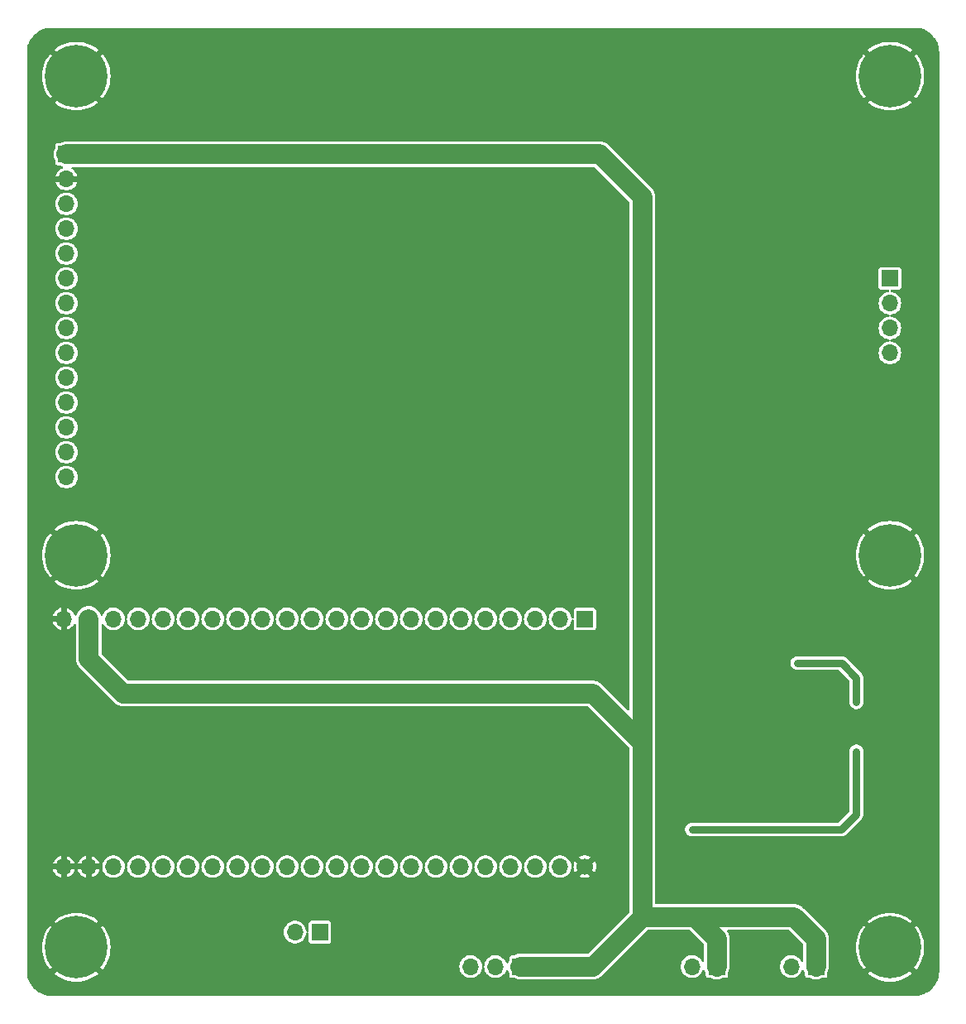
<source format=gbr>
G04 #@! TF.GenerationSoftware,KiCad,Pcbnew,7.0.10-7.0.10~ubuntu22.04.1*
G04 #@! TF.CreationDate,2024-01-08T19:12:50+01:00*
G04 #@! TF.ProjectId,Geiger Counter Mainboard,47656967-6572-4204-936f-756e74657220,1.0*
G04 #@! TF.SameCoordinates,Original*
G04 #@! TF.FileFunction,Copper,L2,Bot*
G04 #@! TF.FilePolarity,Positive*
%FSLAX46Y46*%
G04 Gerber Fmt 4.6, Leading zero omitted, Abs format (unit mm)*
G04 Created by KiCad (PCBNEW 7.0.10-7.0.10~ubuntu22.04.1) date 2024-01-08 19:12:50*
%MOMM*%
%LPD*%
G01*
G04 APERTURE LIST*
G04 #@! TA.AperFunction,ComponentPad*
%ADD10R,1.700000X1.700000*%
G04 #@! TD*
G04 #@! TA.AperFunction,ComponentPad*
%ADD11O,1.700000X1.700000*%
G04 #@! TD*
G04 #@! TA.AperFunction,ComponentPad*
%ADD12C,1.000000*%
G04 #@! TD*
G04 #@! TA.AperFunction,ComponentPad*
%ADD13C,6.400000*%
G04 #@! TD*
G04 #@! TA.AperFunction,ComponentPad*
%ADD14C,1.700000*%
G04 #@! TD*
G04 #@! TA.AperFunction,ViaPad*
%ADD15C,0.500000*%
G04 #@! TD*
G04 #@! TA.AperFunction,Conductor*
%ADD16C,2.000000*%
G04 #@! TD*
G04 #@! TA.AperFunction,Conductor*
%ADD17C,2.700000*%
G04 #@! TD*
G04 #@! TA.AperFunction,Conductor*
%ADD18C,0.800000*%
G04 #@! TD*
G04 APERTURE END LIST*
D10*
X132844138Y-142403417D03*
D11*
X130304138Y-142403417D03*
D10*
X153374138Y-145923417D03*
D11*
X150834138Y-145923417D03*
X148294138Y-145923417D03*
X145754138Y-145923417D03*
D10*
X173484138Y-145923417D03*
D11*
X170944138Y-145923417D03*
X168404138Y-145923417D03*
D10*
X106914138Y-62843417D03*
D12*
X105514138Y-54853417D03*
X105514138Y-103853417D03*
X106217082Y-53156361D03*
X106217082Y-56550473D03*
X106217082Y-102156361D03*
X106217082Y-105550473D03*
D11*
X106914138Y-65383417D03*
D12*
X107914138Y-52453417D03*
D13*
X107914138Y-54853417D03*
D12*
X107914138Y-57253417D03*
X107914138Y-101453417D03*
D13*
X107914138Y-103853417D03*
D12*
X107914138Y-106253417D03*
X109611194Y-53156361D03*
X109611194Y-56550473D03*
X109611194Y-102156361D03*
X109611194Y-105550473D03*
X110314138Y-54853417D03*
X110314138Y-103853417D03*
X188814138Y-54853417D03*
X188814138Y-103853417D03*
X189517082Y-53156361D03*
X189517082Y-56550473D03*
X189517082Y-102156361D03*
X189517082Y-105550473D03*
X191214138Y-52453417D03*
D13*
X191214138Y-54853417D03*
D12*
X191214138Y-57253417D03*
X191214138Y-101453417D03*
D13*
X191214138Y-103853417D03*
D12*
X191214138Y-106253417D03*
X192911194Y-53156361D03*
X192911194Y-56550473D03*
X192911194Y-102156361D03*
X192911194Y-105550473D03*
X193614138Y-54853417D03*
X193614138Y-103853417D03*
D11*
X106914138Y-67923417D03*
X106914138Y-70463417D03*
X106914138Y-73003417D03*
X106914138Y-75543417D03*
X106914138Y-78083417D03*
X106914138Y-80623417D03*
X106914138Y-83163417D03*
X106914138Y-85703417D03*
X106914138Y-88243417D03*
X106914138Y-90783417D03*
X106914138Y-93323417D03*
X106914138Y-95863417D03*
D10*
X191214138Y-75543417D03*
D11*
X191214138Y-78083417D03*
X191214138Y-80623417D03*
X191214138Y-83163417D03*
D10*
X159984138Y-110363417D03*
D11*
X157444138Y-110363417D03*
X154904138Y-110363417D03*
X152364138Y-110363417D03*
X149824138Y-110363417D03*
X147284138Y-110363417D03*
X144744138Y-110363417D03*
X142204138Y-110363417D03*
X139664138Y-110363417D03*
X137124138Y-110363417D03*
X134584138Y-110363417D03*
X132044138Y-110363417D03*
X129504138Y-110363417D03*
X126964138Y-110363417D03*
X124424138Y-110363417D03*
X121884138Y-110363417D03*
X119344138Y-110363417D03*
X116804138Y-110363417D03*
X114264138Y-110363417D03*
X111724138Y-110363417D03*
X109184138Y-110363417D03*
X106644138Y-110363417D03*
X106644138Y-135703417D03*
X109184138Y-135703417D03*
X111724138Y-135703417D03*
X114264138Y-135703417D03*
X116804138Y-135703417D03*
X119344138Y-135703417D03*
X121884138Y-135703417D03*
X124424138Y-135703417D03*
X126964138Y-135703417D03*
X129504138Y-135703417D03*
X132044138Y-135703417D03*
X134584138Y-135703417D03*
X137124138Y-135703417D03*
X139664138Y-135703417D03*
X142204138Y-135703417D03*
X144744138Y-135703417D03*
X147284138Y-135703417D03*
X149824138Y-135703417D03*
X152364138Y-135703417D03*
X154904138Y-135703417D03*
X157444138Y-135703417D03*
D14*
X159984138Y-135703417D03*
D12*
X188814138Y-143953417D03*
X189517082Y-142256361D03*
X189517082Y-145650473D03*
X191214138Y-141553417D03*
D13*
X191214138Y-143953417D03*
D12*
X191214138Y-146353417D03*
X192911194Y-142256361D03*
X192911194Y-145650473D03*
X193614138Y-143953417D03*
X105514138Y-143953417D03*
X106217082Y-142256361D03*
X106217082Y-145650473D03*
X107914138Y-141553417D03*
D13*
X107914138Y-143953417D03*
D12*
X107914138Y-146353417D03*
X109611194Y-142256361D03*
X109611194Y-145650473D03*
X110314138Y-143953417D03*
D10*
X183644138Y-145923417D03*
D11*
X181104138Y-145923417D03*
X178564138Y-145923417D03*
D15*
X160784138Y-54483417D03*
X115524138Y-138303417D03*
X188724138Y-82423417D03*
X128314138Y-111753417D03*
X130304138Y-57023417D03*
X109984138Y-72263417D03*
X155704138Y-107823417D03*
X148084138Y-54483417D03*
X107444138Y-123063417D03*
X135384138Y-138303417D03*
X113024138Y-140843417D03*
X155887785Y-125684845D03*
X137924138Y-125603417D03*
X142204138Y-107823417D03*
X193804138Y-115443417D03*
X153300140Y-128247244D03*
X191264138Y-123063417D03*
X130304138Y-54483417D03*
X104904138Y-123063417D03*
X104904138Y-107823417D03*
X109984138Y-87503417D03*
X135884138Y-107823417D03*
X132844138Y-115743417D03*
X145544138Y-125603417D03*
X118064138Y-105283417D03*
X191264138Y-135763417D03*
X118064138Y-107823417D03*
X193804138Y-133223417D03*
X185234138Y-135763417D03*
X117604138Y-54483417D03*
X178564138Y-54483417D03*
X120564138Y-105283417D03*
X183334138Y-117603417D03*
X186300000Y-116400000D03*
X109984138Y-69723417D03*
X142204138Y-105283417D03*
X158244138Y-54483417D03*
X135384138Y-113903417D03*
X158244138Y-138303417D03*
X127764138Y-125603417D03*
X122684138Y-115743417D03*
X150624138Y-107823417D03*
X127764138Y-54483417D03*
X123164138Y-111753417D03*
X158244138Y-57023417D03*
X107444138Y-107823417D03*
X182214138Y-129133417D03*
X150624138Y-54483417D03*
X133364138Y-107823417D03*
X135384138Y-123063417D03*
X132844138Y-113903417D03*
X181104138Y-54483417D03*
X120144138Y-57023417D03*
X150712496Y-130847511D03*
X140464138Y-57023417D03*
X153164138Y-107823417D03*
X115064138Y-123063417D03*
X153110801Y-125520750D03*
X145544138Y-138303417D03*
X109984138Y-67183417D03*
X137924138Y-138303417D03*
X122684138Y-113903417D03*
X148084138Y-57023417D03*
X176024138Y-135763417D03*
X170944138Y-57023417D03*
X148084138Y-123063417D03*
X150624138Y-57023417D03*
X148084138Y-138303417D03*
X178564138Y-57023417D03*
X193804138Y-112903417D03*
X148036493Y-130607681D03*
X113014138Y-107823417D03*
X127764138Y-57023417D03*
X139664138Y-107823417D03*
X148084138Y-125603417D03*
X127764138Y-138303417D03*
X139664138Y-105283417D03*
X193804138Y-125603417D03*
X181104138Y-57023417D03*
X109984138Y-74803417D03*
X104904138Y-138303417D03*
X191264138Y-112903417D03*
X120564138Y-107823417D03*
X109984138Y-84963417D03*
X193804138Y-123063417D03*
X137924138Y-57023417D03*
X107444138Y-138303417D03*
X193804138Y-135763417D03*
X191264138Y-125603417D03*
X125224138Y-138303417D03*
X160784138Y-57023417D03*
X127764138Y-107823417D03*
X109984138Y-77343417D03*
X175074138Y-117603417D03*
X130764138Y-107823417D03*
X133364138Y-111753417D03*
X143004138Y-138303417D03*
X109984138Y-107823417D03*
X155651543Y-123045885D03*
X150624138Y-138303417D03*
X168404138Y-57023417D03*
X150662005Y-127994791D03*
X145544138Y-123063417D03*
X117604138Y-57023417D03*
X104904138Y-125603417D03*
X135384138Y-115743417D03*
X137924138Y-54483417D03*
X137924138Y-123063417D03*
X113024138Y-138303417D03*
X191307483Y-115389141D03*
X188724138Y-72263417D03*
X115064138Y-125603417D03*
X125094138Y-115743417D03*
X140464138Y-138303417D03*
X148084138Y-107823417D03*
X140464138Y-54483417D03*
X125094138Y-113903417D03*
X160784138Y-107823417D03*
X191264138Y-133223417D03*
X158244138Y-107823417D03*
X127764138Y-123063417D03*
X122684138Y-138303417D03*
X170944138Y-54483417D03*
X120144138Y-54483417D03*
X117604138Y-123063417D03*
X155704138Y-138303417D03*
X109984138Y-79603417D03*
X109984138Y-90043417D03*
X125224138Y-125603417D03*
X115524138Y-107823417D03*
X122964138Y-107823417D03*
X113014138Y-105283417D03*
X117604138Y-125603417D03*
X145544138Y-107823417D03*
X117604138Y-138303417D03*
X109984138Y-82423417D03*
X186184138Y-76703417D03*
X107444138Y-125603417D03*
X173954138Y-129133417D03*
X135384138Y-125603417D03*
X125224138Y-123063417D03*
X168404138Y-54483417D03*
X109984138Y-138303417D03*
X109984138Y-97663417D03*
X188724138Y-76703417D03*
X186300000Y-124100000D03*
X187780569Y-125903417D03*
X187780569Y-127903417D03*
X170944138Y-131903417D03*
X176974138Y-131903417D03*
X187780569Y-129903417D03*
X187780569Y-123903417D03*
X185234138Y-131903417D03*
X181744138Y-114883417D03*
X187780569Y-116883417D03*
X180154138Y-131903417D03*
X187780569Y-118883417D03*
X184284138Y-114883417D03*
D16*
X183644138Y-143073417D02*
X183644138Y-145923417D01*
X160784138Y-145923417D02*
X165864138Y-140843417D01*
X171254138Y-140843417D02*
X181414138Y-140843417D01*
X181414138Y-140843417D02*
X183644138Y-143073417D01*
X165864138Y-123063417D02*
X165864138Y-67183417D01*
X112741340Y-117983417D02*
X109184138Y-114426215D01*
X165864138Y-123063417D02*
X160784138Y-117983417D01*
X165864138Y-140843417D02*
X171254138Y-140843417D01*
X160784138Y-117983417D02*
X112741340Y-117983417D01*
X109184138Y-114426215D02*
X109184138Y-110363417D01*
X165864138Y-67183417D02*
X161524138Y-62843417D01*
X153374138Y-145923417D02*
X160784138Y-145923417D01*
X171254138Y-140843417D02*
X173484138Y-143073417D01*
X161524138Y-62843417D02*
X106914138Y-62843417D01*
X173484138Y-143073417D02*
X173484138Y-145923417D01*
X165864138Y-140843417D02*
X165864138Y-123063417D01*
D17*
X168404138Y-145923417D02*
X168404138Y-144100000D01*
X178564138Y-145923417D02*
X178564138Y-144135862D01*
X145754138Y-145923417D02*
X143723395Y-145923417D01*
D18*
X176974138Y-131903417D02*
X180154138Y-131903417D01*
X187780569Y-127903417D02*
X187780569Y-125903417D01*
X187780569Y-118883417D02*
X187780569Y-116883417D01*
X187780569Y-125903417D02*
X187780569Y-123903417D01*
X187780569Y-116883417D02*
X187780569Y-116398371D01*
X187780569Y-129903417D02*
X187780569Y-127903417D01*
X184284138Y-114883417D02*
X181744138Y-114883417D01*
X186213852Y-131903417D02*
X185234138Y-131903417D01*
X187780569Y-130336700D02*
X186213852Y-131903417D01*
X186265615Y-114883417D02*
X184284138Y-114883417D01*
X187780569Y-116398371D02*
X186265615Y-114883417D01*
X170944138Y-131903417D02*
X176974138Y-131903417D01*
X187780569Y-129903417D02*
X187780569Y-130336700D01*
X180154138Y-131903417D02*
X185234138Y-131903417D01*
G04 #@! TA.AperFunction,Conductor*
G36*
X193767867Y-49904143D02*
G01*
X194057922Y-49921692D01*
X194072786Y-49923497D01*
X194119169Y-49931997D01*
X194354921Y-49975202D01*
X194369454Y-49978785D01*
X194369476Y-49978792D01*
X194643296Y-50064122D01*
X194657296Y-50069432D01*
X194918850Y-50187151D01*
X194932109Y-50194110D01*
X195177569Y-50342499D01*
X195189892Y-50351005D01*
X195415666Y-50527892D01*
X195415673Y-50527897D01*
X195426881Y-50537826D01*
X195629706Y-50740654D01*
X195639635Y-50751863D01*
X195816519Y-50977643D01*
X195825018Y-50989955D01*
X195973408Y-51235426D01*
X195980366Y-51248684D01*
X196098084Y-51510246D01*
X196103394Y-51524247D01*
X196188726Y-51798093D01*
X196192309Y-51812632D01*
X196244008Y-52094756D01*
X196245813Y-52109621D01*
X196263411Y-52400588D01*
X196263637Y-52408074D01*
X196263637Y-52479293D01*
X196263638Y-52479306D01*
X196263638Y-146399661D01*
X196263412Y-146407149D01*
X196245864Y-146697211D01*
X196244059Y-146712075D01*
X196192355Y-146994211D01*
X196188771Y-147008750D01*
X196103439Y-147282587D01*
X196098130Y-147296587D01*
X195980409Y-147558153D01*
X195973450Y-147571412D01*
X195825060Y-147816878D01*
X195816554Y-147829201D01*
X195639659Y-148054993D01*
X195629729Y-148066201D01*
X195426913Y-148269018D01*
X195415705Y-148278947D01*
X195189913Y-148455845D01*
X195177591Y-148464351D01*
X194932128Y-148612742D01*
X194918869Y-148619701D01*
X194657307Y-148737422D01*
X194643307Y-148742732D01*
X194369467Y-148828067D01*
X194354928Y-148831651D01*
X194072790Y-148883358D01*
X194057926Y-148885163D01*
X193910110Y-148894106D01*
X193768213Y-148902691D01*
X193760726Y-148902917D01*
X105437634Y-148902917D01*
X105437618Y-148902916D01*
X105367880Y-148902916D01*
X105360395Y-148902690D01*
X105070331Y-148885148D01*
X105055466Y-148883343D01*
X104773335Y-148831645D01*
X104758796Y-148828062D01*
X104484943Y-148742729D01*
X104470942Y-148737419D01*
X104209377Y-148619702D01*
X104196118Y-148612743D01*
X104196116Y-148612742D01*
X104153788Y-148587154D01*
X103950656Y-148464358D01*
X103938333Y-148455853D01*
X103712531Y-148278953D01*
X103701323Y-148269023D01*
X103498504Y-148066208D01*
X103488574Y-148055000D01*
X103311675Y-147829208D01*
X103303169Y-147816885D01*
X103154777Y-147571419D01*
X103147818Y-147558160D01*
X103147815Y-147558153D01*
X103030091Y-147296587D01*
X103024785Y-147282596D01*
X103006499Y-147223917D01*
X102939449Y-147008750D01*
X102935866Y-146994214D01*
X102935865Y-146994211D01*
X102884160Y-146712075D01*
X102882356Y-146697213D01*
X102875804Y-146588912D01*
X102864864Y-146408058D01*
X102864638Y-146400570D01*
X102864638Y-143953417D01*
X104409335Y-143953417D01*
X104428535Y-144319770D01*
X104485922Y-144682101D01*
X104485922Y-144682103D01*
X104580874Y-145036468D01*
X104712342Y-145378952D01*
X104878892Y-145705823D01*
X105078687Y-146013481D01*
X105235796Y-146207493D01*
X105792816Y-145650473D01*
X105962184Y-145650473D01*
X105981587Y-145748018D01*
X106036842Y-145830713D01*
X106119537Y-145885968D01*
X106192458Y-145900473D01*
X106241706Y-145900473D01*
X106314627Y-145885968D01*
X106397322Y-145830713D01*
X106452577Y-145748018D01*
X106471980Y-145650473D01*
X106452577Y-145552928D01*
X106397322Y-145470233D01*
X106314627Y-145414978D01*
X106241706Y-145400473D01*
X106192458Y-145400473D01*
X106119537Y-145414978D01*
X106036842Y-145470233D01*
X105981587Y-145552928D01*
X105962184Y-145650473D01*
X105792816Y-145650473D01*
X106589414Y-144853875D01*
X106615708Y-144896782D01*
X106779268Y-145088287D01*
X106970773Y-145251847D01*
X107013678Y-145278139D01*
X105660060Y-146631758D01*
X105854062Y-146788859D01*
X105854075Y-146788868D01*
X106161731Y-146988662D01*
X106488602Y-147155212D01*
X106831086Y-147286680D01*
X107185452Y-147381632D01*
X107547784Y-147439019D01*
X107914137Y-147458220D01*
X107914139Y-147458220D01*
X108280491Y-147439019D01*
X108642822Y-147381632D01*
X108642824Y-147381632D01*
X108997189Y-147286680D01*
X109339673Y-147155212D01*
X109666544Y-146988662D01*
X109974203Y-146788867D01*
X110168215Y-146631758D01*
X109186930Y-145650473D01*
X109356296Y-145650473D01*
X109375699Y-145748018D01*
X109430954Y-145830713D01*
X109513649Y-145885968D01*
X109586570Y-145900473D01*
X109635818Y-145900473D01*
X109708739Y-145885968D01*
X109791434Y-145830713D01*
X109846689Y-145748018D01*
X109866092Y-145650473D01*
X109846689Y-145552928D01*
X109791434Y-145470233D01*
X109708739Y-145414978D01*
X109635818Y-145400473D01*
X109586570Y-145400473D01*
X109513649Y-145414978D01*
X109430954Y-145470233D01*
X109375699Y-145552928D01*
X109356296Y-145650473D01*
X109186930Y-145650473D01*
X108814596Y-145278139D01*
X108857503Y-145251847D01*
X109049008Y-145088287D01*
X109212568Y-144896782D01*
X109238860Y-144853875D01*
X110592479Y-146207494D01*
X110749588Y-146013482D01*
X110949383Y-145705823D01*
X110991372Y-145623416D01*
X144643851Y-145623416D01*
X144643852Y-145623417D01*
X145352584Y-145623417D01*
X145294645Y-145713573D01*
X145254138Y-145851528D01*
X145254138Y-145995306D01*
X145294645Y-146133261D01*
X145352584Y-146223417D01*
X144643852Y-146223417D01*
X144677200Y-146340622D01*
X144677205Y-146340635D01*
X144772199Y-146531408D01*
X144900638Y-146701488D01*
X145058138Y-146845068D01*
X145058140Y-146845070D01*
X145239339Y-146957263D01*
X145239345Y-146957266D01*
X145438079Y-147034255D01*
X145454138Y-147037257D01*
X145454138Y-146325060D01*
X145481038Y-146348369D01*
X145611823Y-146408097D01*
X145718375Y-146423417D01*
X145789901Y-146423417D01*
X145896453Y-146408097D01*
X146027238Y-146348369D01*
X146054138Y-146325060D01*
X146054138Y-147037257D01*
X146070196Y-147034255D01*
X146268930Y-146957266D01*
X146268936Y-146957263D01*
X146450135Y-146845070D01*
X146450137Y-146845068D01*
X146607637Y-146701488D01*
X146736076Y-146531408D01*
X146831070Y-146340635D01*
X146831075Y-146340622D01*
X146864424Y-146223417D01*
X146155692Y-146223417D01*
X146213631Y-146133261D01*
X146254138Y-145995306D01*
X146254138Y-145923417D01*
X147138709Y-145923417D01*
X147158382Y-146135727D01*
X147200857Y-146285010D01*
X147216734Y-146340809D01*
X147216734Y-146340811D01*
X147311770Y-146531670D01*
X147387354Y-146631758D01*
X147440266Y-146701824D01*
X147597836Y-146845469D01*
X147779119Y-146957715D01*
X147977940Y-147034738D01*
X148187528Y-147073917D01*
X148187530Y-147073917D01*
X148400746Y-147073917D01*
X148400748Y-147073917D01*
X148610336Y-147034738D01*
X148809157Y-146957715D01*
X148990440Y-146845469D01*
X149148010Y-146701824D01*
X149276504Y-146531672D01*
X149288046Y-146508492D01*
X149371541Y-146340811D01*
X149371541Y-146340810D01*
X149371543Y-146340806D01*
X149429894Y-146135727D01*
X149440667Y-146019464D01*
X149466453Y-145954528D01*
X149511007Y-145922611D01*
X149474635Y-145901748D01*
X149442445Y-145839735D01*
X149440667Y-145827368D01*
X149433314Y-145748018D01*
X149429894Y-145711107D01*
X149371543Y-145506028D01*
X149371541Y-145506023D01*
X149371541Y-145506022D01*
X149276505Y-145315163D01*
X149148010Y-145145010D01*
X149085788Y-145088287D01*
X148990440Y-145001365D01*
X148809157Y-144889119D01*
X148809155Y-144889118D01*
X148709746Y-144850607D01*
X148610336Y-144812096D01*
X148400748Y-144772917D01*
X148187528Y-144772917D01*
X147977940Y-144812096D01*
X147977937Y-144812096D01*
X147977937Y-144812097D01*
X147779120Y-144889118D01*
X147779118Y-144889119D01*
X147597837Y-145001364D01*
X147440265Y-145145010D01*
X147311770Y-145315163D01*
X147216734Y-145506022D01*
X147216734Y-145506024D01*
X147183333Y-145623416D01*
X147158382Y-145711107D01*
X147138709Y-145923417D01*
X146254138Y-145923417D01*
X146254138Y-145851528D01*
X146213631Y-145713573D01*
X146155692Y-145623417D01*
X146864424Y-145623417D01*
X146864424Y-145623416D01*
X146831075Y-145506211D01*
X146831070Y-145506198D01*
X146736076Y-145315425D01*
X146607637Y-145145345D01*
X146450137Y-145001765D01*
X146450135Y-145001763D01*
X146268936Y-144889570D01*
X146268930Y-144889568D01*
X146070198Y-144812579D01*
X146054138Y-144809576D01*
X146054138Y-145521773D01*
X146027238Y-145498465D01*
X145896453Y-145438737D01*
X145789901Y-145423417D01*
X145718375Y-145423417D01*
X145611823Y-145438737D01*
X145481038Y-145498465D01*
X145454138Y-145521773D01*
X145454138Y-144809576D01*
X145438077Y-144812579D01*
X145239345Y-144889568D01*
X145239339Y-144889570D01*
X145058140Y-145001763D01*
X145058138Y-145001765D01*
X144900638Y-145145345D01*
X144772199Y-145315425D01*
X144677205Y-145506198D01*
X144677200Y-145506211D01*
X144643851Y-145623416D01*
X110991372Y-145623416D01*
X111115933Y-145378952D01*
X111247401Y-145036468D01*
X111342353Y-144682103D01*
X111342353Y-144682101D01*
X111399740Y-144319770D01*
X111418941Y-143953417D01*
X111418941Y-143953416D01*
X111399740Y-143587063D01*
X111342353Y-143224732D01*
X111342353Y-143224730D01*
X111247401Y-142870365D01*
X111115933Y-142527881D01*
X111052515Y-142403417D01*
X129148709Y-142403417D01*
X129168382Y-142615727D01*
X129218442Y-142791668D01*
X129226734Y-142820809D01*
X129226734Y-142820811D01*
X129321770Y-143011670D01*
X129321772Y-143011672D01*
X129450266Y-143181824D01*
X129607836Y-143325469D01*
X129789119Y-143437715D01*
X129987940Y-143514738D01*
X130197528Y-143553917D01*
X130197530Y-143553917D01*
X130410746Y-143553917D01*
X130410748Y-143553917D01*
X130620336Y-143514738D01*
X130819157Y-143437715D01*
X131000440Y-143325469D01*
X131158010Y-143181824D01*
X131286504Y-143011672D01*
X131381543Y-142820806D01*
X131439894Y-142615727D01*
X131446167Y-142548022D01*
X131471952Y-142483086D01*
X131528752Y-142442398D01*
X131598533Y-142438878D01*
X131659140Y-142473642D01*
X131691331Y-142535655D01*
X131693638Y-142559464D01*
X131693638Y-143298273D01*
X131693640Y-143298299D01*
X131696551Y-143323404D01*
X131696553Y-143323408D01*
X131741931Y-143426181D01*
X131741932Y-143426182D01*
X131821373Y-143505623D01*
X131924147Y-143551002D01*
X131949273Y-143553917D01*
X133739002Y-143553916D01*
X133739017Y-143553914D01*
X133739020Y-143553914D01*
X133764125Y-143551003D01*
X133764126Y-143551002D01*
X133764129Y-143551002D01*
X133866903Y-143505623D01*
X133946344Y-143426182D01*
X133991723Y-143323408D01*
X133994638Y-143298282D01*
X133994637Y-141508553D01*
X133994635Y-141508534D01*
X133991724Y-141483429D01*
X133991723Y-141483427D01*
X133991723Y-141483426D01*
X133946344Y-141380652D01*
X133866903Y-141301211D01*
X133846262Y-141292097D01*
X133764130Y-141255832D01*
X133739003Y-141252917D01*
X131949281Y-141252917D01*
X131949255Y-141252919D01*
X131924150Y-141255830D01*
X131924146Y-141255832D01*
X131821373Y-141301210D01*
X131741932Y-141380651D01*
X131696553Y-141483423D01*
X131696553Y-141483425D01*
X131693638Y-141508548D01*
X131693638Y-142247368D01*
X131673953Y-142314407D01*
X131621149Y-142360162D01*
X131551991Y-142370106D01*
X131488435Y-142341081D01*
X131450661Y-142282303D01*
X131446167Y-142258808D01*
X131445940Y-142256361D01*
X131439894Y-142191107D01*
X131381543Y-141986028D01*
X131381541Y-141986023D01*
X131381541Y-141986022D01*
X131286505Y-141795163D01*
X131158010Y-141625010D01*
X131000440Y-141481365D01*
X130819157Y-141369119D01*
X130819155Y-141369118D01*
X130649559Y-141303417D01*
X130620336Y-141292096D01*
X130410748Y-141252917D01*
X130197528Y-141252917D01*
X129987940Y-141292096D01*
X129987937Y-141292096D01*
X129987937Y-141292097D01*
X129789120Y-141369118D01*
X129789118Y-141369119D01*
X129607837Y-141481364D01*
X129450265Y-141625010D01*
X129321770Y-141795163D01*
X129226734Y-141986022D01*
X129226734Y-141986024D01*
X129168382Y-142191106D01*
X129151970Y-142368229D01*
X129148709Y-142403417D01*
X111052515Y-142403417D01*
X110949383Y-142201011D01*
X110749588Y-141893352D01*
X110592478Y-141699339D01*
X109238860Y-143052957D01*
X109212568Y-143010052D01*
X109049008Y-142818547D01*
X108857503Y-142654987D01*
X108814596Y-142628694D01*
X109186929Y-142256361D01*
X109356296Y-142256361D01*
X109375699Y-142353906D01*
X109430954Y-142436601D01*
X109513649Y-142491856D01*
X109586570Y-142506361D01*
X109635818Y-142506361D01*
X109708739Y-142491856D01*
X109791434Y-142436601D01*
X109846689Y-142353906D01*
X109866092Y-142256361D01*
X109846689Y-142158816D01*
X109791434Y-142076121D01*
X109708739Y-142020866D01*
X109635818Y-142006361D01*
X109586570Y-142006361D01*
X109513649Y-142020866D01*
X109430954Y-142076121D01*
X109375699Y-142158816D01*
X109356296Y-142256361D01*
X109186929Y-142256361D01*
X110168215Y-141275075D01*
X109974202Y-141117966D01*
X109666544Y-140918171D01*
X109339673Y-140751621D01*
X108997189Y-140620153D01*
X108642823Y-140525201D01*
X108280491Y-140467814D01*
X107914139Y-140448614D01*
X107914137Y-140448614D01*
X107547784Y-140467814D01*
X107185453Y-140525201D01*
X107185451Y-140525201D01*
X106831086Y-140620153D01*
X106488602Y-140751621D01*
X106161732Y-140918171D01*
X105854067Y-141117970D01*
X105660060Y-141275075D01*
X107013679Y-142628694D01*
X106970773Y-142654987D01*
X106779268Y-142818547D01*
X106615708Y-143010052D01*
X106589415Y-143052958D01*
X105792818Y-142256361D01*
X105962184Y-142256361D01*
X105981587Y-142353906D01*
X106036842Y-142436601D01*
X106119537Y-142491856D01*
X106192458Y-142506361D01*
X106241706Y-142506361D01*
X106314627Y-142491856D01*
X106397322Y-142436601D01*
X106452577Y-142353906D01*
X106471980Y-142256361D01*
X106452577Y-142158816D01*
X106397322Y-142076121D01*
X106314627Y-142020866D01*
X106241706Y-142006361D01*
X106192458Y-142006361D01*
X106119537Y-142020866D01*
X106036842Y-142076121D01*
X105981587Y-142158816D01*
X105962184Y-142256361D01*
X105792818Y-142256361D01*
X105235796Y-141699339D01*
X105078691Y-141893346D01*
X104878892Y-142201011D01*
X104712342Y-142527881D01*
X104580874Y-142870365D01*
X104485922Y-143224730D01*
X104485922Y-143224732D01*
X104428535Y-143587063D01*
X104409335Y-143953416D01*
X104409335Y-143953417D01*
X102864638Y-143953417D01*
X102864638Y-135403416D01*
X105533851Y-135403416D01*
X105533852Y-135403417D01*
X106242584Y-135403417D01*
X106184645Y-135493573D01*
X106144138Y-135631528D01*
X106144138Y-135775306D01*
X106184645Y-135913261D01*
X106242584Y-136003417D01*
X105533852Y-136003417D01*
X105567200Y-136120622D01*
X105567205Y-136120635D01*
X105662199Y-136311408D01*
X105790638Y-136481488D01*
X105948138Y-136625068D01*
X105948140Y-136625070D01*
X106129339Y-136737263D01*
X106129345Y-136737266D01*
X106328079Y-136814255D01*
X106344138Y-136817257D01*
X106344138Y-136105060D01*
X106371038Y-136128369D01*
X106501823Y-136188097D01*
X106608375Y-136203417D01*
X106679901Y-136203417D01*
X106786453Y-136188097D01*
X106917238Y-136128369D01*
X106944138Y-136105060D01*
X106944138Y-136817256D01*
X106960196Y-136814255D01*
X107158930Y-136737266D01*
X107158936Y-136737263D01*
X107340135Y-136625070D01*
X107340137Y-136625068D01*
X107497637Y-136481488D01*
X107626076Y-136311408D01*
X107721070Y-136120635D01*
X107721075Y-136120622D01*
X107754424Y-136003417D01*
X107045692Y-136003417D01*
X107103631Y-135913261D01*
X107144138Y-135775306D01*
X107144138Y-135631528D01*
X107103631Y-135493573D01*
X107045692Y-135403417D01*
X107754424Y-135403417D01*
X107754424Y-135403416D01*
X108073851Y-135403416D01*
X108073852Y-135403417D01*
X108782584Y-135403417D01*
X108724645Y-135493573D01*
X108684138Y-135631528D01*
X108684138Y-135775306D01*
X108724645Y-135913261D01*
X108782584Y-136003417D01*
X108073852Y-136003417D01*
X108107200Y-136120622D01*
X108107205Y-136120635D01*
X108202199Y-136311408D01*
X108330638Y-136481488D01*
X108488138Y-136625068D01*
X108488140Y-136625070D01*
X108669339Y-136737263D01*
X108669345Y-136737266D01*
X108868079Y-136814255D01*
X108884138Y-136817257D01*
X108884138Y-136105060D01*
X108911038Y-136128369D01*
X109041823Y-136188097D01*
X109148375Y-136203417D01*
X109219901Y-136203417D01*
X109326453Y-136188097D01*
X109457238Y-136128369D01*
X109484138Y-136105060D01*
X109484138Y-136817256D01*
X109500196Y-136814255D01*
X109698930Y-136737266D01*
X109698936Y-136737263D01*
X109880135Y-136625070D01*
X109880137Y-136625068D01*
X110037637Y-136481488D01*
X110166076Y-136311408D01*
X110261070Y-136120635D01*
X110261075Y-136120622D01*
X110294424Y-136003417D01*
X109585692Y-136003417D01*
X109643631Y-135913261D01*
X109684138Y-135775306D01*
X109684138Y-135703417D01*
X110568709Y-135703417D01*
X110588382Y-135915727D01*
X110646734Y-136120809D01*
X110646734Y-136120811D01*
X110741770Y-136311670D01*
X110741772Y-136311672D01*
X110870266Y-136481824D01*
X111027836Y-136625469D01*
X111209119Y-136737715D01*
X111407940Y-136814738D01*
X111617528Y-136853917D01*
X111617530Y-136853917D01*
X111830746Y-136853917D01*
X111830748Y-136853917D01*
X112040336Y-136814738D01*
X112239157Y-136737715D01*
X112420440Y-136625469D01*
X112578010Y-136481824D01*
X112706504Y-136311672D01*
X112760408Y-136203417D01*
X112801541Y-136120811D01*
X112801541Y-136120810D01*
X112801543Y-136120806D01*
X112859894Y-135915727D01*
X112870667Y-135799464D01*
X112896453Y-135734528D01*
X112938760Y-135704221D01*
X113047268Y-135704221D01*
X113083641Y-135725085D01*
X113115831Y-135787098D01*
X113117609Y-135799465D01*
X113128382Y-135915727D01*
X113186734Y-136120809D01*
X113186734Y-136120811D01*
X113281770Y-136311670D01*
X113281772Y-136311672D01*
X113410266Y-136481824D01*
X113567836Y-136625469D01*
X113749119Y-136737715D01*
X113947940Y-136814738D01*
X114157528Y-136853917D01*
X114157530Y-136853917D01*
X114370746Y-136853917D01*
X114370748Y-136853917D01*
X114580336Y-136814738D01*
X114779157Y-136737715D01*
X114960440Y-136625469D01*
X115118010Y-136481824D01*
X115246504Y-136311672D01*
X115300408Y-136203417D01*
X115341541Y-136120811D01*
X115341541Y-136120810D01*
X115341543Y-136120806D01*
X115399894Y-135915727D01*
X115410667Y-135799464D01*
X115436453Y-135734528D01*
X115478760Y-135704221D01*
X115587268Y-135704221D01*
X115623641Y-135725085D01*
X115655831Y-135787098D01*
X115657609Y-135799465D01*
X115668382Y-135915727D01*
X115726734Y-136120809D01*
X115726734Y-136120811D01*
X115821770Y-136311670D01*
X115821772Y-136311672D01*
X115950266Y-136481824D01*
X116107836Y-136625469D01*
X116289119Y-136737715D01*
X116487940Y-136814738D01*
X116697528Y-136853917D01*
X116697530Y-136853917D01*
X116910746Y-136853917D01*
X116910748Y-136853917D01*
X117120336Y-136814738D01*
X117319157Y-136737715D01*
X117500440Y-136625469D01*
X117658010Y-136481824D01*
X117786504Y-136311672D01*
X117840408Y-136203417D01*
X117881541Y-136120811D01*
X117881541Y-136120810D01*
X117881543Y-136120806D01*
X117939894Y-135915727D01*
X117950667Y-135799464D01*
X117976453Y-135734528D01*
X118018760Y-135704221D01*
X118127268Y-135704221D01*
X118163641Y-135725085D01*
X118195831Y-135787098D01*
X118197609Y-135799465D01*
X118208382Y-135915727D01*
X118266734Y-136120809D01*
X118266734Y-136120811D01*
X118361770Y-136311670D01*
X118361772Y-136311672D01*
X118490266Y-136481824D01*
X118647836Y-136625469D01*
X118829119Y-136737715D01*
X119027940Y-136814738D01*
X119237528Y-136853917D01*
X119237530Y-136853917D01*
X119450746Y-136853917D01*
X119450748Y-136853917D01*
X119660336Y-136814738D01*
X119859157Y-136737715D01*
X120040440Y-136625469D01*
X120198010Y-136481824D01*
X120326504Y-136311672D01*
X120380408Y-136203417D01*
X120421541Y-136120811D01*
X120421541Y-136120810D01*
X120421543Y-136120806D01*
X120479894Y-135915727D01*
X120490667Y-135799464D01*
X120516453Y-135734528D01*
X120558760Y-135704221D01*
X120667268Y-135704221D01*
X120703641Y-135725085D01*
X120735831Y-135787098D01*
X120737609Y-135799465D01*
X120748382Y-135915727D01*
X120806734Y-136120809D01*
X120806734Y-136120811D01*
X120901770Y-136311670D01*
X120901772Y-136311672D01*
X121030266Y-136481824D01*
X121187836Y-136625469D01*
X121369119Y-136737715D01*
X121567940Y-136814738D01*
X121777528Y-136853917D01*
X121777530Y-136853917D01*
X121990746Y-136853917D01*
X121990748Y-136853917D01*
X122200336Y-136814738D01*
X122399157Y-136737715D01*
X122580440Y-136625469D01*
X122738010Y-136481824D01*
X122866504Y-136311672D01*
X122920408Y-136203417D01*
X122961541Y-136120811D01*
X122961541Y-136120810D01*
X122961543Y-136120806D01*
X123019894Y-135915727D01*
X123030667Y-135799464D01*
X123056453Y-135734528D01*
X123098760Y-135704221D01*
X123207268Y-135704221D01*
X123243641Y-135725085D01*
X123275831Y-135787098D01*
X123277609Y-135799465D01*
X123288382Y-135915727D01*
X123346734Y-136120809D01*
X123346734Y-136120811D01*
X123441770Y-136311670D01*
X123441772Y-136311672D01*
X123570266Y-136481824D01*
X123727836Y-136625469D01*
X123909119Y-136737715D01*
X124107940Y-136814738D01*
X124317528Y-136853917D01*
X124317530Y-136853917D01*
X124530746Y-136853917D01*
X124530748Y-136853917D01*
X124740336Y-136814738D01*
X124939157Y-136737715D01*
X125120440Y-136625469D01*
X125278010Y-136481824D01*
X125406504Y-136311672D01*
X125460408Y-136203417D01*
X125501541Y-136120811D01*
X125501541Y-136120810D01*
X125501543Y-136120806D01*
X125559894Y-135915727D01*
X125570667Y-135799464D01*
X125596453Y-135734528D01*
X125638760Y-135704221D01*
X125747268Y-135704221D01*
X125783641Y-135725085D01*
X125815831Y-135787098D01*
X125817609Y-135799465D01*
X125828382Y-135915727D01*
X125886734Y-136120809D01*
X125886734Y-136120811D01*
X125981770Y-136311670D01*
X125981772Y-136311672D01*
X126110266Y-136481824D01*
X126267836Y-136625469D01*
X126449119Y-136737715D01*
X126647940Y-136814738D01*
X126857528Y-136853917D01*
X126857530Y-136853917D01*
X127070746Y-136853917D01*
X127070748Y-136853917D01*
X127280336Y-136814738D01*
X127479157Y-136737715D01*
X127660440Y-136625469D01*
X127818010Y-136481824D01*
X127946504Y-136311672D01*
X128000408Y-136203417D01*
X128041541Y-136120811D01*
X128041541Y-136120810D01*
X128041543Y-136120806D01*
X128099894Y-135915727D01*
X128110667Y-135799464D01*
X128136453Y-135734528D01*
X128178760Y-135704221D01*
X128287268Y-135704221D01*
X128323641Y-135725085D01*
X128355831Y-135787098D01*
X128357609Y-135799465D01*
X128368382Y-135915727D01*
X128426734Y-136120809D01*
X128426734Y-136120811D01*
X128521770Y-136311670D01*
X128521772Y-136311672D01*
X128650266Y-136481824D01*
X128807836Y-136625469D01*
X128989119Y-136737715D01*
X129187940Y-136814738D01*
X129397528Y-136853917D01*
X129397530Y-136853917D01*
X129610746Y-136853917D01*
X129610748Y-136853917D01*
X129820336Y-136814738D01*
X130019157Y-136737715D01*
X130200440Y-136625469D01*
X130358010Y-136481824D01*
X130486504Y-136311672D01*
X130540408Y-136203417D01*
X130581541Y-136120811D01*
X130581541Y-136120810D01*
X130581543Y-136120806D01*
X130639894Y-135915727D01*
X130650667Y-135799464D01*
X130676453Y-135734528D01*
X130718760Y-135704221D01*
X130827268Y-135704221D01*
X130863641Y-135725085D01*
X130895831Y-135787098D01*
X130897609Y-135799465D01*
X130908382Y-135915727D01*
X130966734Y-136120809D01*
X130966734Y-136120811D01*
X131061770Y-136311670D01*
X131061772Y-136311672D01*
X131190266Y-136481824D01*
X131347836Y-136625469D01*
X131529119Y-136737715D01*
X131727940Y-136814738D01*
X131937528Y-136853917D01*
X131937530Y-136853917D01*
X132150746Y-136853917D01*
X132150748Y-136853917D01*
X132360336Y-136814738D01*
X132559157Y-136737715D01*
X132740440Y-136625469D01*
X132898010Y-136481824D01*
X133026504Y-136311672D01*
X133080408Y-136203417D01*
X133121541Y-136120811D01*
X133121541Y-136120810D01*
X133121543Y-136120806D01*
X133179894Y-135915727D01*
X133190667Y-135799464D01*
X133216453Y-135734528D01*
X133258760Y-135704221D01*
X133367268Y-135704221D01*
X133403641Y-135725085D01*
X133435831Y-135787098D01*
X133437609Y-135799465D01*
X133448382Y-135915727D01*
X133506734Y-136120809D01*
X133506734Y-136120811D01*
X133601770Y-136311670D01*
X133601772Y-136311672D01*
X133730266Y-136481824D01*
X133887836Y-136625469D01*
X134069119Y-136737715D01*
X134267940Y-136814738D01*
X134477528Y-136853917D01*
X134477530Y-136853917D01*
X134690746Y-136853917D01*
X134690748Y-136853917D01*
X134900336Y-136814738D01*
X135099157Y-136737715D01*
X135280440Y-136625469D01*
X135438010Y-136481824D01*
X135566504Y-136311672D01*
X135620408Y-136203417D01*
X135661541Y-136120811D01*
X135661541Y-136120810D01*
X135661543Y-136120806D01*
X135719894Y-135915727D01*
X135730667Y-135799464D01*
X135756453Y-135734528D01*
X135798760Y-135704221D01*
X135907268Y-135704221D01*
X135943641Y-135725085D01*
X135975831Y-135787098D01*
X135977609Y-135799465D01*
X135988382Y-135915727D01*
X136046734Y-136120809D01*
X136046734Y-136120811D01*
X136141770Y-136311670D01*
X136141772Y-136311672D01*
X136270266Y-136481824D01*
X136427836Y-136625469D01*
X136609119Y-136737715D01*
X136807940Y-136814738D01*
X137017528Y-136853917D01*
X137017530Y-136853917D01*
X137230746Y-136853917D01*
X137230748Y-136853917D01*
X137440336Y-136814738D01*
X137639157Y-136737715D01*
X137820440Y-136625469D01*
X137978010Y-136481824D01*
X138106504Y-136311672D01*
X138160408Y-136203417D01*
X138201541Y-136120811D01*
X138201541Y-136120810D01*
X138201543Y-136120806D01*
X138259894Y-135915727D01*
X138270667Y-135799464D01*
X138296453Y-135734528D01*
X138338760Y-135704221D01*
X138447268Y-135704221D01*
X138483641Y-135725085D01*
X138515831Y-135787098D01*
X138517609Y-135799465D01*
X138528382Y-135915727D01*
X138586734Y-136120809D01*
X138586734Y-136120811D01*
X138681770Y-136311670D01*
X138681772Y-136311672D01*
X138810266Y-136481824D01*
X138967836Y-136625469D01*
X139149119Y-136737715D01*
X139347940Y-136814738D01*
X139557528Y-136853917D01*
X139557530Y-136853917D01*
X139770746Y-136853917D01*
X139770748Y-136853917D01*
X139980336Y-136814738D01*
X140179157Y-136737715D01*
X140360440Y-136625469D01*
X140518010Y-136481824D01*
X140646504Y-136311672D01*
X140700408Y-136203417D01*
X140741541Y-136120811D01*
X140741541Y-136120810D01*
X140741543Y-136120806D01*
X140799894Y-135915727D01*
X140810667Y-135799464D01*
X140836453Y-135734528D01*
X140878760Y-135704221D01*
X140987268Y-135704221D01*
X141023641Y-135725085D01*
X141055831Y-135787098D01*
X141057609Y-135799465D01*
X141068382Y-135915727D01*
X141126734Y-136120809D01*
X141126734Y-136120811D01*
X141221770Y-136311670D01*
X141221772Y-136311672D01*
X141350266Y-136481824D01*
X141507836Y-136625469D01*
X141689119Y-136737715D01*
X141887940Y-136814738D01*
X142097528Y-136853917D01*
X142097530Y-136853917D01*
X142310746Y-136853917D01*
X142310748Y-136853917D01*
X142520336Y-136814738D01*
X142719157Y-136737715D01*
X142900440Y-136625469D01*
X143058010Y-136481824D01*
X143186504Y-136311672D01*
X143240408Y-136203417D01*
X143281541Y-136120811D01*
X143281541Y-136120810D01*
X143281543Y-136120806D01*
X143339894Y-135915727D01*
X143350667Y-135799464D01*
X143376453Y-135734528D01*
X143418760Y-135704221D01*
X143527268Y-135704221D01*
X143563641Y-135725085D01*
X143595831Y-135787098D01*
X143597609Y-135799465D01*
X143608382Y-135915727D01*
X143666734Y-136120809D01*
X143666734Y-136120811D01*
X143761770Y-136311670D01*
X143761772Y-136311672D01*
X143890266Y-136481824D01*
X144047836Y-136625469D01*
X144229119Y-136737715D01*
X144427940Y-136814738D01*
X144637528Y-136853917D01*
X144637530Y-136853917D01*
X144850746Y-136853917D01*
X144850748Y-136853917D01*
X145060336Y-136814738D01*
X145259157Y-136737715D01*
X145440440Y-136625469D01*
X145598010Y-136481824D01*
X145726504Y-136311672D01*
X145780408Y-136203417D01*
X145821541Y-136120811D01*
X145821541Y-136120810D01*
X145821543Y-136120806D01*
X145879894Y-135915727D01*
X145890667Y-135799464D01*
X145916453Y-135734528D01*
X145958760Y-135704221D01*
X146067268Y-135704221D01*
X146103641Y-135725085D01*
X146135831Y-135787098D01*
X146137609Y-135799465D01*
X146148382Y-135915727D01*
X146206734Y-136120809D01*
X146206734Y-136120811D01*
X146301770Y-136311670D01*
X146301772Y-136311672D01*
X146430266Y-136481824D01*
X146587836Y-136625469D01*
X146769119Y-136737715D01*
X146967940Y-136814738D01*
X147177528Y-136853917D01*
X147177530Y-136853917D01*
X147390746Y-136853917D01*
X147390748Y-136853917D01*
X147600336Y-136814738D01*
X147799157Y-136737715D01*
X147980440Y-136625469D01*
X148138010Y-136481824D01*
X148266504Y-136311672D01*
X148320408Y-136203417D01*
X148361541Y-136120811D01*
X148361541Y-136120810D01*
X148361543Y-136120806D01*
X148419894Y-135915727D01*
X148430667Y-135799464D01*
X148456453Y-135734528D01*
X148498760Y-135704221D01*
X148607268Y-135704221D01*
X148643641Y-135725085D01*
X148675831Y-135787098D01*
X148677609Y-135799465D01*
X148688382Y-135915727D01*
X148746734Y-136120809D01*
X148746734Y-136120811D01*
X148841770Y-136311670D01*
X148841772Y-136311672D01*
X148970266Y-136481824D01*
X149127836Y-136625469D01*
X149309119Y-136737715D01*
X149507940Y-136814738D01*
X149717528Y-136853917D01*
X149717530Y-136853917D01*
X149930746Y-136853917D01*
X149930748Y-136853917D01*
X150140336Y-136814738D01*
X150339157Y-136737715D01*
X150520440Y-136625469D01*
X150678010Y-136481824D01*
X150806504Y-136311672D01*
X150860408Y-136203417D01*
X150901541Y-136120811D01*
X150901541Y-136120810D01*
X150901543Y-136120806D01*
X150959894Y-135915727D01*
X150970667Y-135799464D01*
X150996453Y-135734528D01*
X151038760Y-135704221D01*
X151147268Y-135704221D01*
X151183641Y-135725085D01*
X151215831Y-135787098D01*
X151217609Y-135799465D01*
X151228382Y-135915727D01*
X151286734Y-136120809D01*
X151286734Y-136120811D01*
X151381770Y-136311670D01*
X151381772Y-136311672D01*
X151510266Y-136481824D01*
X151667836Y-136625469D01*
X151849119Y-136737715D01*
X152047940Y-136814738D01*
X152257528Y-136853917D01*
X152257530Y-136853917D01*
X152470746Y-136853917D01*
X152470748Y-136853917D01*
X152680336Y-136814738D01*
X152879157Y-136737715D01*
X153060440Y-136625469D01*
X153218010Y-136481824D01*
X153346504Y-136311672D01*
X153400408Y-136203417D01*
X153441541Y-136120811D01*
X153441541Y-136120810D01*
X153441543Y-136120806D01*
X153499894Y-135915727D01*
X153510667Y-135799464D01*
X153536453Y-135734528D01*
X153578760Y-135704221D01*
X153687268Y-135704221D01*
X153723641Y-135725085D01*
X153755831Y-135787098D01*
X153757609Y-135799465D01*
X153768382Y-135915727D01*
X153826734Y-136120809D01*
X153826734Y-136120811D01*
X153921770Y-136311670D01*
X153921772Y-136311672D01*
X154050266Y-136481824D01*
X154207836Y-136625469D01*
X154389119Y-136737715D01*
X154587940Y-136814738D01*
X154797528Y-136853917D01*
X154797530Y-136853917D01*
X155010746Y-136853917D01*
X155010748Y-136853917D01*
X155220336Y-136814738D01*
X155419157Y-136737715D01*
X155600440Y-136625469D01*
X155758010Y-136481824D01*
X155886504Y-136311672D01*
X155940408Y-136203417D01*
X155981541Y-136120811D01*
X155981541Y-136120810D01*
X155981543Y-136120806D01*
X156039894Y-135915727D01*
X156050667Y-135799464D01*
X156076453Y-135734528D01*
X156118760Y-135704221D01*
X156227268Y-135704221D01*
X156263641Y-135725085D01*
X156295831Y-135787098D01*
X156297609Y-135799465D01*
X156308382Y-135915727D01*
X156366734Y-136120809D01*
X156366734Y-136120811D01*
X156461770Y-136311670D01*
X156461772Y-136311672D01*
X156590266Y-136481824D01*
X156747836Y-136625469D01*
X156929119Y-136737715D01*
X157127940Y-136814738D01*
X157337528Y-136853917D01*
X157337530Y-136853917D01*
X157550746Y-136853917D01*
X157550748Y-136853917D01*
X157760336Y-136814738D01*
X157959157Y-136737715D01*
X158140440Y-136625469D01*
X158298010Y-136481824D01*
X158426504Y-136311672D01*
X158480408Y-136203417D01*
X158521541Y-136120811D01*
X158521541Y-136120810D01*
X158521543Y-136120806D01*
X158579894Y-135915727D01*
X158590918Y-135796754D01*
X158616704Y-135731818D01*
X158655646Y-135703921D01*
X158771720Y-135703921D01*
X158803892Y-135722375D01*
X158836082Y-135784388D01*
X158837860Y-135796755D01*
X158848875Y-135915633D01*
X158848876Y-135915636D01*
X158907198Y-136120620D01*
X158907201Y-136120626D01*
X158985473Y-136277817D01*
X159485011Y-135778279D01*
X159524645Y-135913261D01*
X159602377Y-136034215D01*
X159711038Y-136128369D01*
X159841823Y-136188097D01*
X159913426Y-136198392D01*
X159410800Y-136701016D01*
X159469342Y-136737264D01*
X159469346Y-136737266D01*
X159668074Y-136814253D01*
X159668079Y-136814254D01*
X159877577Y-136853417D01*
X160090699Y-136853417D01*
X160300196Y-136814254D01*
X160300197Y-136814254D01*
X160498932Y-136737264D01*
X160498936Y-136737262D01*
X160557473Y-136701016D01*
X160054849Y-136198392D01*
X160126453Y-136188097D01*
X160257238Y-136128369D01*
X160365899Y-136034215D01*
X160443631Y-135913261D01*
X160483264Y-135778279D01*
X160982801Y-136277816D01*
X160982802Y-136277816D01*
X161061073Y-136120626D01*
X161061076Y-136120620D01*
X161119399Y-135915635D01*
X161119400Y-135915633D01*
X161139065Y-135703417D01*
X161139065Y-135703416D01*
X161119400Y-135491200D01*
X161119399Y-135491198D01*
X161061076Y-135286213D01*
X161061070Y-135286198D01*
X160982802Y-135129015D01*
X160483264Y-135628553D01*
X160443631Y-135493573D01*
X160365899Y-135372619D01*
X160257238Y-135278465D01*
X160126453Y-135218737D01*
X160054849Y-135208441D01*
X160557474Y-134705816D01*
X160498931Y-134669568D01*
X160498927Y-134669566D01*
X160300201Y-134592580D01*
X160300196Y-134592579D01*
X160090699Y-134553417D01*
X159877577Y-134553417D01*
X159668079Y-134592579D01*
X159668078Y-134592579D01*
X159469344Y-134669568D01*
X159469340Y-134669570D01*
X159410800Y-134705815D01*
X159410800Y-134705816D01*
X159913426Y-135208441D01*
X159841823Y-135218737D01*
X159711038Y-135278465D01*
X159602377Y-135372619D01*
X159524645Y-135493573D01*
X159485011Y-135628553D01*
X158985473Y-135129015D01*
X158985472Y-135129015D01*
X158907204Y-135286200D01*
X158907196Y-135286220D01*
X158848876Y-135491197D01*
X158848876Y-135491199D01*
X158837860Y-135610079D01*
X158812074Y-135675016D01*
X158771720Y-135703921D01*
X158655646Y-135703921D01*
X158657056Y-135702911D01*
X158624886Y-135684458D01*
X158592696Y-135622445D01*
X158590918Y-135610078D01*
X158590667Y-135607368D01*
X158579894Y-135491107D01*
X158521543Y-135286028D01*
X158521541Y-135286023D01*
X158521541Y-135286022D01*
X158426505Y-135095163D01*
X158298010Y-134925010D01*
X158140440Y-134781365D01*
X157959157Y-134669119D01*
X157959155Y-134669118D01*
X157761585Y-134592580D01*
X157760336Y-134592096D01*
X157550748Y-134552917D01*
X157337528Y-134552917D01*
X157127940Y-134592096D01*
X157127937Y-134592096D01*
X157127937Y-134592097D01*
X156929120Y-134669118D01*
X156929118Y-134669119D01*
X156747837Y-134781364D01*
X156590265Y-134925010D01*
X156461770Y-135095163D01*
X156366734Y-135286022D01*
X156366734Y-135286024D01*
X156308382Y-135491106D01*
X156297609Y-135607368D01*
X156271823Y-135672305D01*
X156227268Y-135704221D01*
X156118760Y-135704221D01*
X156121007Y-135702611D01*
X156084635Y-135681748D01*
X156052445Y-135619735D01*
X156050667Y-135607368D01*
X156049987Y-135600030D01*
X156039894Y-135491107D01*
X155981543Y-135286028D01*
X155981541Y-135286023D01*
X155981541Y-135286022D01*
X155886505Y-135095163D01*
X155758010Y-134925010D01*
X155600440Y-134781365D01*
X155419157Y-134669119D01*
X155419155Y-134669118D01*
X155221585Y-134592580D01*
X155220336Y-134592096D01*
X155010748Y-134552917D01*
X154797528Y-134552917D01*
X154587940Y-134592096D01*
X154587937Y-134592096D01*
X154587937Y-134592097D01*
X154389120Y-134669118D01*
X154389118Y-134669119D01*
X154207837Y-134781364D01*
X154050265Y-134925010D01*
X153921770Y-135095163D01*
X153826734Y-135286022D01*
X153826734Y-135286024D01*
X153768382Y-135491106D01*
X153757609Y-135607368D01*
X153731823Y-135672305D01*
X153687268Y-135704221D01*
X153578760Y-135704221D01*
X153581007Y-135702611D01*
X153544635Y-135681748D01*
X153512445Y-135619735D01*
X153510667Y-135607368D01*
X153509987Y-135600030D01*
X153499894Y-135491107D01*
X153441543Y-135286028D01*
X153441541Y-135286023D01*
X153441541Y-135286022D01*
X153346505Y-135095163D01*
X153218010Y-134925010D01*
X153060440Y-134781365D01*
X152879157Y-134669119D01*
X152879155Y-134669118D01*
X152681585Y-134592580D01*
X152680336Y-134592096D01*
X152470748Y-134552917D01*
X152257528Y-134552917D01*
X152047940Y-134592096D01*
X152047937Y-134592096D01*
X152047937Y-134592097D01*
X151849120Y-134669118D01*
X151849118Y-134669119D01*
X151667837Y-134781364D01*
X151510265Y-134925010D01*
X151381770Y-135095163D01*
X151286734Y-135286022D01*
X151286734Y-135286024D01*
X151228382Y-135491106D01*
X151217609Y-135607368D01*
X151191823Y-135672305D01*
X151147268Y-135704221D01*
X151038760Y-135704221D01*
X151041007Y-135702611D01*
X151004635Y-135681748D01*
X150972445Y-135619735D01*
X150970667Y-135607368D01*
X150969987Y-135600030D01*
X150959894Y-135491107D01*
X150901543Y-135286028D01*
X150901541Y-135286023D01*
X150901541Y-135286022D01*
X150806505Y-135095163D01*
X150678010Y-134925010D01*
X150520440Y-134781365D01*
X150339157Y-134669119D01*
X150339155Y-134669118D01*
X150141585Y-134592580D01*
X150140336Y-134592096D01*
X149930748Y-134552917D01*
X149717528Y-134552917D01*
X149507940Y-134592096D01*
X149507937Y-134592096D01*
X149507937Y-134592097D01*
X149309120Y-134669118D01*
X149309118Y-134669119D01*
X149127837Y-134781364D01*
X148970265Y-134925010D01*
X148841770Y-135095163D01*
X148746734Y-135286022D01*
X148746734Y-135286024D01*
X148688382Y-135491106D01*
X148677609Y-135607368D01*
X148651823Y-135672305D01*
X148607268Y-135704221D01*
X148498760Y-135704221D01*
X148501007Y-135702611D01*
X148464635Y-135681748D01*
X148432445Y-135619735D01*
X148430667Y-135607368D01*
X148429987Y-135600030D01*
X148419894Y-135491107D01*
X148361543Y-135286028D01*
X148361541Y-135286023D01*
X148361541Y-135286022D01*
X148266505Y-135095163D01*
X148138010Y-134925010D01*
X147980440Y-134781365D01*
X147799157Y-134669119D01*
X147799155Y-134669118D01*
X147601585Y-134592580D01*
X147600336Y-134592096D01*
X147390748Y-134552917D01*
X147177528Y-134552917D01*
X146967940Y-134592096D01*
X146967937Y-134592096D01*
X146967937Y-134592097D01*
X146769120Y-134669118D01*
X146769118Y-134669119D01*
X146587837Y-134781364D01*
X146430265Y-134925010D01*
X146301770Y-135095163D01*
X146206734Y-135286022D01*
X146206734Y-135286024D01*
X146148382Y-135491106D01*
X146137609Y-135607368D01*
X146111823Y-135672305D01*
X146067268Y-135704221D01*
X145958760Y-135704221D01*
X145961007Y-135702611D01*
X145924635Y-135681748D01*
X145892445Y-135619735D01*
X145890667Y-135607368D01*
X145889987Y-135600030D01*
X145879894Y-135491107D01*
X145821543Y-135286028D01*
X145821541Y-135286023D01*
X145821541Y-135286022D01*
X145726505Y-135095163D01*
X145598010Y-134925010D01*
X145440440Y-134781365D01*
X145259157Y-134669119D01*
X145259155Y-134669118D01*
X145061585Y-134592580D01*
X145060336Y-134592096D01*
X144850748Y-134552917D01*
X144637528Y-134552917D01*
X144427940Y-134592096D01*
X144427937Y-134592096D01*
X144427937Y-134592097D01*
X144229120Y-134669118D01*
X144229118Y-134669119D01*
X144047837Y-134781364D01*
X143890265Y-134925010D01*
X143761770Y-135095163D01*
X143666734Y-135286022D01*
X143666734Y-135286024D01*
X143608382Y-135491106D01*
X143597609Y-135607368D01*
X143571823Y-135672305D01*
X143527268Y-135704221D01*
X143418760Y-135704221D01*
X143421007Y-135702611D01*
X143384635Y-135681748D01*
X143352445Y-135619735D01*
X143350667Y-135607368D01*
X143349987Y-135600030D01*
X143339894Y-135491107D01*
X143281543Y-135286028D01*
X143281541Y-135286023D01*
X143281541Y-135286022D01*
X143186505Y-135095163D01*
X143058010Y-134925010D01*
X142900440Y-134781365D01*
X142719157Y-134669119D01*
X142719155Y-134669118D01*
X142521585Y-134592580D01*
X142520336Y-134592096D01*
X142310748Y-134552917D01*
X142097528Y-134552917D01*
X141887940Y-134592096D01*
X141887937Y-134592096D01*
X141887937Y-134592097D01*
X141689120Y-134669118D01*
X141689118Y-134669119D01*
X141507837Y-134781364D01*
X141350265Y-134925010D01*
X141221770Y-135095163D01*
X141126734Y-135286022D01*
X141126734Y-135286024D01*
X141068382Y-135491106D01*
X141057609Y-135607368D01*
X141031823Y-135672305D01*
X140987268Y-135704221D01*
X140878760Y-135704221D01*
X140881007Y-135702611D01*
X140844635Y-135681748D01*
X140812445Y-135619735D01*
X140810667Y-135607368D01*
X140809987Y-135600030D01*
X140799894Y-135491107D01*
X140741543Y-135286028D01*
X140741541Y-135286023D01*
X140741541Y-135286022D01*
X140646505Y-135095163D01*
X140518010Y-134925010D01*
X140360440Y-134781365D01*
X140179157Y-134669119D01*
X140179155Y-134669118D01*
X139981585Y-134592580D01*
X139980336Y-134592096D01*
X139770748Y-134552917D01*
X139557528Y-134552917D01*
X139347940Y-134592096D01*
X139347937Y-134592096D01*
X139347937Y-134592097D01*
X139149120Y-134669118D01*
X139149118Y-134669119D01*
X138967837Y-134781364D01*
X138810265Y-134925010D01*
X138681770Y-135095163D01*
X138586734Y-135286022D01*
X138586734Y-135286024D01*
X138528382Y-135491106D01*
X138517609Y-135607368D01*
X138491823Y-135672305D01*
X138447268Y-135704221D01*
X138338760Y-135704221D01*
X138341007Y-135702611D01*
X138304635Y-135681748D01*
X138272445Y-135619735D01*
X138270667Y-135607368D01*
X138269987Y-135600030D01*
X138259894Y-135491107D01*
X138201543Y-135286028D01*
X138201541Y-135286023D01*
X138201541Y-135286022D01*
X138106505Y-135095163D01*
X137978010Y-134925010D01*
X137820440Y-134781365D01*
X137639157Y-134669119D01*
X137639155Y-134669118D01*
X137441585Y-134592580D01*
X137440336Y-134592096D01*
X137230748Y-134552917D01*
X137017528Y-134552917D01*
X136807940Y-134592096D01*
X136807937Y-134592096D01*
X136807937Y-134592097D01*
X136609120Y-134669118D01*
X136609118Y-134669119D01*
X136427837Y-134781364D01*
X136270265Y-134925010D01*
X136141770Y-135095163D01*
X136046734Y-135286022D01*
X136046734Y-135286024D01*
X135988382Y-135491106D01*
X135977609Y-135607368D01*
X135951823Y-135672305D01*
X135907268Y-135704221D01*
X135798760Y-135704221D01*
X135801007Y-135702611D01*
X135764635Y-135681748D01*
X135732445Y-135619735D01*
X135730667Y-135607368D01*
X135729987Y-135600030D01*
X135719894Y-135491107D01*
X135661543Y-135286028D01*
X135661541Y-135286023D01*
X135661541Y-135286022D01*
X135566505Y-135095163D01*
X135438010Y-134925010D01*
X135280440Y-134781365D01*
X135099157Y-134669119D01*
X135099155Y-134669118D01*
X134901585Y-134592580D01*
X134900336Y-134592096D01*
X134690748Y-134552917D01*
X134477528Y-134552917D01*
X134267940Y-134592096D01*
X134267937Y-134592096D01*
X134267937Y-134592097D01*
X134069120Y-134669118D01*
X134069118Y-134669119D01*
X133887837Y-134781364D01*
X133730265Y-134925010D01*
X133601770Y-135095163D01*
X133506734Y-135286022D01*
X133506734Y-135286024D01*
X133448382Y-135491106D01*
X133437609Y-135607368D01*
X133411823Y-135672305D01*
X133367268Y-135704221D01*
X133258760Y-135704221D01*
X133261007Y-135702611D01*
X133224635Y-135681748D01*
X133192445Y-135619735D01*
X133190667Y-135607368D01*
X133189987Y-135600030D01*
X133179894Y-135491107D01*
X133121543Y-135286028D01*
X133121541Y-135286023D01*
X133121541Y-135286022D01*
X133026505Y-135095163D01*
X132898010Y-134925010D01*
X132740440Y-134781365D01*
X132559157Y-134669119D01*
X132559155Y-134669118D01*
X132361585Y-134592580D01*
X132360336Y-134592096D01*
X132150748Y-134552917D01*
X131937528Y-134552917D01*
X131727940Y-134592096D01*
X131727937Y-134592096D01*
X131727937Y-134592097D01*
X131529120Y-134669118D01*
X131529118Y-134669119D01*
X131347837Y-134781364D01*
X131190265Y-134925010D01*
X131061770Y-135095163D01*
X130966734Y-135286022D01*
X130966734Y-135286024D01*
X130908382Y-135491106D01*
X130897609Y-135607368D01*
X130871823Y-135672305D01*
X130827268Y-135704221D01*
X130718760Y-135704221D01*
X130721007Y-135702611D01*
X130684635Y-135681748D01*
X130652445Y-135619735D01*
X130650667Y-135607368D01*
X130649987Y-135600030D01*
X130639894Y-135491107D01*
X130581543Y-135286028D01*
X130581541Y-135286023D01*
X130581541Y-135286022D01*
X130486505Y-135095163D01*
X130358010Y-134925010D01*
X130200440Y-134781365D01*
X130019157Y-134669119D01*
X130019155Y-134669118D01*
X129821585Y-134592580D01*
X129820336Y-134592096D01*
X129610748Y-134552917D01*
X129397528Y-134552917D01*
X129187940Y-134592096D01*
X129187937Y-134592096D01*
X129187937Y-134592097D01*
X128989120Y-134669118D01*
X128989118Y-134669119D01*
X128807837Y-134781364D01*
X128650265Y-134925010D01*
X128521770Y-135095163D01*
X128426734Y-135286022D01*
X128426734Y-135286024D01*
X128368382Y-135491106D01*
X128357609Y-135607368D01*
X128331823Y-135672305D01*
X128287268Y-135704221D01*
X128178760Y-135704221D01*
X128181007Y-135702611D01*
X128144635Y-135681748D01*
X128112445Y-135619735D01*
X128110667Y-135607368D01*
X128109987Y-135600030D01*
X128099894Y-135491107D01*
X128041543Y-135286028D01*
X128041541Y-135286023D01*
X128041541Y-135286022D01*
X127946505Y-135095163D01*
X127818010Y-134925010D01*
X127660440Y-134781365D01*
X127479157Y-134669119D01*
X127479155Y-134669118D01*
X127281585Y-134592580D01*
X127280336Y-134592096D01*
X127070748Y-134552917D01*
X126857528Y-134552917D01*
X126647940Y-134592096D01*
X126647937Y-134592096D01*
X126647937Y-134592097D01*
X126449120Y-134669118D01*
X126449118Y-134669119D01*
X126267837Y-134781364D01*
X126110265Y-134925010D01*
X125981770Y-135095163D01*
X125886734Y-135286022D01*
X125886734Y-135286024D01*
X125828382Y-135491106D01*
X125817609Y-135607368D01*
X125791823Y-135672305D01*
X125747268Y-135704221D01*
X125638760Y-135704221D01*
X125641007Y-135702611D01*
X125604635Y-135681748D01*
X125572445Y-135619735D01*
X125570667Y-135607368D01*
X125569987Y-135600030D01*
X125559894Y-135491107D01*
X125501543Y-135286028D01*
X125501541Y-135286023D01*
X125501541Y-135286022D01*
X125406505Y-135095163D01*
X125278010Y-134925010D01*
X125120440Y-134781365D01*
X124939157Y-134669119D01*
X124939155Y-134669118D01*
X124741585Y-134592580D01*
X124740336Y-134592096D01*
X124530748Y-134552917D01*
X124317528Y-134552917D01*
X124107940Y-134592096D01*
X124107937Y-134592096D01*
X124107937Y-134592097D01*
X123909120Y-134669118D01*
X123909118Y-134669119D01*
X123727837Y-134781364D01*
X123570265Y-134925010D01*
X123441770Y-135095163D01*
X123346734Y-135286022D01*
X123346734Y-135286024D01*
X123288382Y-135491106D01*
X123277609Y-135607368D01*
X123251823Y-135672305D01*
X123207268Y-135704221D01*
X123098760Y-135704221D01*
X123101007Y-135702611D01*
X123064635Y-135681748D01*
X123032445Y-135619735D01*
X123030667Y-135607368D01*
X123029987Y-135600030D01*
X123019894Y-135491107D01*
X122961543Y-135286028D01*
X122961541Y-135286023D01*
X122961541Y-135286022D01*
X122866505Y-135095163D01*
X122738010Y-134925010D01*
X122580440Y-134781365D01*
X122399157Y-134669119D01*
X122399155Y-134669118D01*
X122201585Y-134592580D01*
X122200336Y-134592096D01*
X121990748Y-134552917D01*
X121777528Y-134552917D01*
X121567940Y-134592096D01*
X121567937Y-134592096D01*
X121567937Y-134592097D01*
X121369120Y-134669118D01*
X121369118Y-134669119D01*
X121187837Y-134781364D01*
X121030265Y-134925010D01*
X120901770Y-135095163D01*
X120806734Y-135286022D01*
X120806734Y-135286024D01*
X120748382Y-135491106D01*
X120737609Y-135607368D01*
X120711823Y-135672305D01*
X120667268Y-135704221D01*
X120558760Y-135704221D01*
X120561007Y-135702611D01*
X120524635Y-135681748D01*
X120492445Y-135619735D01*
X120490667Y-135607368D01*
X120489987Y-135600030D01*
X120479894Y-135491107D01*
X120421543Y-135286028D01*
X120421541Y-135286023D01*
X120421541Y-135286022D01*
X120326505Y-135095163D01*
X120198010Y-134925010D01*
X120040440Y-134781365D01*
X119859157Y-134669119D01*
X119859155Y-134669118D01*
X119661585Y-134592580D01*
X119660336Y-134592096D01*
X119450748Y-134552917D01*
X119237528Y-134552917D01*
X119027940Y-134592096D01*
X119027937Y-134592096D01*
X119027937Y-134592097D01*
X118829120Y-134669118D01*
X118829118Y-134669119D01*
X118647837Y-134781364D01*
X118490265Y-134925010D01*
X118361770Y-135095163D01*
X118266734Y-135286022D01*
X118266734Y-135286024D01*
X118208382Y-135491106D01*
X118197609Y-135607368D01*
X118171823Y-135672305D01*
X118127268Y-135704221D01*
X118018760Y-135704221D01*
X118021007Y-135702611D01*
X117984635Y-135681748D01*
X117952445Y-135619735D01*
X117950667Y-135607368D01*
X117949987Y-135600030D01*
X117939894Y-135491107D01*
X117881543Y-135286028D01*
X117881541Y-135286023D01*
X117881541Y-135286022D01*
X117786505Y-135095163D01*
X117658010Y-134925010D01*
X117500440Y-134781365D01*
X117319157Y-134669119D01*
X117319155Y-134669118D01*
X117121585Y-134592580D01*
X117120336Y-134592096D01*
X116910748Y-134552917D01*
X116697528Y-134552917D01*
X116487940Y-134592096D01*
X116487937Y-134592096D01*
X116487937Y-134592097D01*
X116289120Y-134669118D01*
X116289118Y-134669119D01*
X116107837Y-134781364D01*
X115950265Y-134925010D01*
X115821770Y-135095163D01*
X115726734Y-135286022D01*
X115726734Y-135286024D01*
X115668382Y-135491106D01*
X115657609Y-135607368D01*
X115631823Y-135672305D01*
X115587268Y-135704221D01*
X115478760Y-135704221D01*
X115481007Y-135702611D01*
X115444635Y-135681748D01*
X115412445Y-135619735D01*
X115410667Y-135607368D01*
X115409987Y-135600030D01*
X115399894Y-135491107D01*
X115341543Y-135286028D01*
X115341541Y-135286023D01*
X115341541Y-135286022D01*
X115246505Y-135095163D01*
X115118010Y-134925010D01*
X114960440Y-134781365D01*
X114779157Y-134669119D01*
X114779155Y-134669118D01*
X114581585Y-134592580D01*
X114580336Y-134592096D01*
X114370748Y-134552917D01*
X114157528Y-134552917D01*
X113947940Y-134592096D01*
X113947937Y-134592096D01*
X113947937Y-134592097D01*
X113749120Y-134669118D01*
X113749118Y-134669119D01*
X113567837Y-134781364D01*
X113410265Y-134925010D01*
X113281770Y-135095163D01*
X113186734Y-135286022D01*
X113186734Y-135286024D01*
X113128382Y-135491106D01*
X113117609Y-135607368D01*
X113091823Y-135672305D01*
X113047268Y-135704221D01*
X112938760Y-135704221D01*
X112941007Y-135702611D01*
X112904635Y-135681748D01*
X112872445Y-135619735D01*
X112870667Y-135607368D01*
X112869987Y-135600030D01*
X112859894Y-135491107D01*
X112801543Y-135286028D01*
X112801541Y-135286023D01*
X112801541Y-135286022D01*
X112706505Y-135095163D01*
X112578010Y-134925010D01*
X112420440Y-134781365D01*
X112239157Y-134669119D01*
X112239155Y-134669118D01*
X112041585Y-134592580D01*
X112040336Y-134592096D01*
X111830748Y-134552917D01*
X111617528Y-134552917D01*
X111407940Y-134592096D01*
X111407937Y-134592096D01*
X111407937Y-134592097D01*
X111209120Y-134669118D01*
X111209118Y-134669119D01*
X111027837Y-134781364D01*
X110870265Y-134925010D01*
X110741770Y-135095163D01*
X110646734Y-135286022D01*
X110646734Y-135286024D01*
X110588382Y-135491106D01*
X110568709Y-135703416D01*
X110568709Y-135703417D01*
X109684138Y-135703417D01*
X109684138Y-135631528D01*
X109643631Y-135493573D01*
X109585692Y-135403417D01*
X110294424Y-135403417D01*
X110294424Y-135403416D01*
X110261075Y-135286211D01*
X110261070Y-135286198D01*
X110166076Y-135095425D01*
X110037637Y-134925345D01*
X109880137Y-134781765D01*
X109880135Y-134781763D01*
X109698936Y-134669570D01*
X109698930Y-134669568D01*
X109500198Y-134592579D01*
X109484138Y-134589576D01*
X109484138Y-135301773D01*
X109457238Y-135278465D01*
X109326453Y-135218737D01*
X109219901Y-135203417D01*
X109148375Y-135203417D01*
X109041823Y-135218737D01*
X108911038Y-135278465D01*
X108884138Y-135301773D01*
X108884138Y-134589576D01*
X108868077Y-134592579D01*
X108669345Y-134669568D01*
X108669339Y-134669570D01*
X108488140Y-134781763D01*
X108488138Y-134781765D01*
X108330638Y-134925345D01*
X108202199Y-135095425D01*
X108107205Y-135286198D01*
X108107200Y-135286211D01*
X108073851Y-135403416D01*
X107754424Y-135403416D01*
X107721075Y-135286211D01*
X107721070Y-135286198D01*
X107626076Y-135095425D01*
X107497637Y-134925345D01*
X107340137Y-134781765D01*
X107340135Y-134781763D01*
X107158936Y-134669570D01*
X107158930Y-134669568D01*
X106960198Y-134592579D01*
X106944138Y-134589576D01*
X106944138Y-135301773D01*
X106917238Y-135278465D01*
X106786453Y-135218737D01*
X106679901Y-135203417D01*
X106608375Y-135203417D01*
X106501823Y-135218737D01*
X106371038Y-135278465D01*
X106344138Y-135301773D01*
X106344138Y-134589576D01*
X106328077Y-134592579D01*
X106129345Y-134669568D01*
X106129339Y-134669570D01*
X105948140Y-134781763D01*
X105948138Y-134781765D01*
X105790638Y-134925345D01*
X105662199Y-135095425D01*
X105567205Y-135286198D01*
X105567200Y-135286211D01*
X105533851Y-135403416D01*
X102864638Y-135403416D01*
X102864638Y-110063416D01*
X105533851Y-110063416D01*
X105533852Y-110063417D01*
X106242584Y-110063417D01*
X106184645Y-110153573D01*
X106144138Y-110291528D01*
X106144138Y-110435306D01*
X106184645Y-110573261D01*
X106242584Y-110663417D01*
X105533852Y-110663417D01*
X105567200Y-110780622D01*
X105567205Y-110780635D01*
X105662199Y-110971408D01*
X105790638Y-111141488D01*
X105948138Y-111285068D01*
X105948140Y-111285070D01*
X106129339Y-111397263D01*
X106129345Y-111397266D01*
X106328079Y-111474255D01*
X106344138Y-111477257D01*
X106344138Y-110765060D01*
X106371038Y-110788369D01*
X106501823Y-110848097D01*
X106608375Y-110863417D01*
X106679901Y-110863417D01*
X106786453Y-110848097D01*
X106917238Y-110788369D01*
X106944138Y-110765060D01*
X106944138Y-111477256D01*
X106960196Y-111474255D01*
X107158930Y-111397266D01*
X107158936Y-111397263D01*
X107340135Y-111285070D01*
X107340137Y-111285068D01*
X107497637Y-111141488D01*
X107626078Y-110971406D01*
X107648638Y-110926100D01*
X107696140Y-110874862D01*
X107763803Y-110857441D01*
X107830144Y-110879366D01*
X107874099Y-110933678D01*
X107883638Y-110981371D01*
X107883638Y-114307300D01*
X107883637Y-114307326D01*
X107883637Y-114539998D01*
X107892594Y-114590796D01*
X107894006Y-114601517D01*
X107898503Y-114652907D01*
X107911854Y-114702735D01*
X107914195Y-114713295D01*
X107923152Y-114764094D01*
X107940793Y-114812560D01*
X107944046Y-114822878D01*
X107957398Y-114872710D01*
X107979199Y-114919461D01*
X107983339Y-114929455D01*
X108000983Y-114977932D01*
X108000984Y-114977933D01*
X108026776Y-115022606D01*
X108031771Y-115032202D01*
X108053567Y-115078944D01*
X108053570Y-115078950D01*
X108083153Y-115121199D01*
X108088965Y-115130321D01*
X108114761Y-115175001D01*
X108147930Y-115214530D01*
X108154496Y-115223088D01*
X108179942Y-115259429D01*
X108184093Y-115265357D01*
X108349318Y-115430582D01*
X108349340Y-115430602D01*
X111737659Y-118818920D01*
X111737672Y-118818934D01*
X111741290Y-118822552D01*
X111741293Y-118822556D01*
X111844526Y-118925789D01*
X111902203Y-118983466D01*
X111944461Y-119013054D01*
X111953040Y-119019637D01*
X111975083Y-119038133D01*
X111991955Y-119052291D01*
X111992554Y-119052793D01*
X112037238Y-119078591D01*
X112046342Y-119084391D01*
X112088606Y-119113985D01*
X112135363Y-119135788D01*
X112144940Y-119140774D01*
X112189622Y-119166572D01*
X112238107Y-119184218D01*
X112248100Y-119188358D01*
X112267256Y-119197291D01*
X112294843Y-119210156D01*
X112344665Y-119223505D01*
X112354982Y-119226757D01*
X112403460Y-119244402D01*
X112403462Y-119244402D01*
X112403464Y-119244403D01*
X112441357Y-119251084D01*
X112454251Y-119253357D01*
X112464811Y-119255697D01*
X112514648Y-119269052D01*
X112566042Y-119273548D01*
X112576730Y-119274954D01*
X112627561Y-119283918D01*
X112627564Y-119283918D01*
X112860230Y-119283918D01*
X112860254Y-119283917D01*
X160194091Y-119283917D01*
X160261130Y-119303602D01*
X160281772Y-119320236D01*
X164527319Y-123565783D01*
X164560804Y-123627106D01*
X164563638Y-123653464D01*
X164563638Y-140253370D01*
X164543953Y-140320409D01*
X164527319Y-140341051D01*
X160281772Y-144586598D01*
X160220449Y-144620083D01*
X160194091Y-144622917D01*
X153317353Y-144622917D01*
X153147450Y-144637781D01*
X153147440Y-144637783D01*
X152927649Y-144696675D01*
X152927635Y-144696680D01*
X152789060Y-144761299D01*
X152736656Y-144772917D01*
X152479281Y-144772917D01*
X152479255Y-144772919D01*
X152454150Y-144775830D01*
X152454146Y-144775832D01*
X152351373Y-144821210D01*
X152271932Y-144900651D01*
X152226553Y-145003423D01*
X152226553Y-145003425D01*
X152223638Y-145028548D01*
X152223638Y-145285935D01*
X152212020Y-145338339D01*
X152147401Y-145476914D01*
X152147397Y-145476927D01*
X152144587Y-145487413D01*
X152108219Y-145547072D01*
X152045371Y-145577599D01*
X151975996Y-145569301D01*
X151922120Y-145524814D01*
X151913813Y-145510586D01*
X151816505Y-145315163D01*
X151688010Y-145145010D01*
X151625788Y-145088287D01*
X151530440Y-145001365D01*
X151349157Y-144889119D01*
X151349155Y-144889118D01*
X151249746Y-144850607D01*
X151150336Y-144812096D01*
X150940748Y-144772917D01*
X150727528Y-144772917D01*
X150517940Y-144812096D01*
X150517937Y-144812096D01*
X150517937Y-144812097D01*
X150319120Y-144889118D01*
X150319118Y-144889119D01*
X150137837Y-145001364D01*
X149980265Y-145145010D01*
X149851770Y-145315163D01*
X149756734Y-145506022D01*
X149756734Y-145506024D01*
X149698382Y-145711106D01*
X149687609Y-145827368D01*
X149661823Y-145892305D01*
X149617268Y-145924221D01*
X149653641Y-145945085D01*
X149685831Y-146007098D01*
X149687608Y-146019464D01*
X149698382Y-146135727D01*
X149740857Y-146285010D01*
X149756734Y-146340809D01*
X149756734Y-146340811D01*
X149851770Y-146531670D01*
X149927354Y-146631758D01*
X149980266Y-146701824D01*
X150137836Y-146845469D01*
X150319119Y-146957715D01*
X150517940Y-147034738D01*
X150727528Y-147073917D01*
X150727530Y-147073917D01*
X150940746Y-147073917D01*
X150940748Y-147073917D01*
X151150336Y-147034738D01*
X151349157Y-146957715D01*
X151530440Y-146845469D01*
X151688010Y-146701824D01*
X151816504Y-146531672D01*
X151911543Y-146340806D01*
X151911544Y-146340800D01*
X151913812Y-146336247D01*
X151961315Y-146285010D01*
X152028978Y-146267588D01*
X152095318Y-146289513D01*
X152139274Y-146343824D01*
X152144587Y-146359422D01*
X152147395Y-146369901D01*
X152147397Y-146369907D01*
X152147399Y-146369913D01*
X152212020Y-146508493D01*
X152223638Y-146560898D01*
X152223638Y-146818273D01*
X152223640Y-146818299D01*
X152226551Y-146843404D01*
X152226553Y-146843408D01*
X152271931Y-146946181D01*
X152271932Y-146946182D01*
X152351373Y-147025623D01*
X152454147Y-147071002D01*
X152479273Y-147073917D01*
X152736656Y-147073916D01*
X152789061Y-147085534D01*
X152815710Y-147097960D01*
X152927642Y-147150156D01*
X153147446Y-147209052D01*
X153317352Y-147223916D01*
X153317353Y-147223917D01*
X153317354Y-147223917D01*
X160665224Y-147223917D01*
X160665248Y-147223918D01*
X160670359Y-147223918D01*
X160897913Y-147223918D01*
X160897917Y-147223918D01*
X160948755Y-147214953D01*
X160959431Y-147213548D01*
X161010830Y-147209052D01*
X161060684Y-147195692D01*
X161071191Y-147193363D01*
X161122018Y-147184402D01*
X161170518Y-147166748D01*
X161180781Y-147163512D01*
X161230634Y-147150156D01*
X161277386Y-147128353D01*
X161287373Y-147124217D01*
X161335853Y-147106573D01*
X161380536Y-147080773D01*
X161390120Y-147075785D01*
X161436872Y-147053985D01*
X161479125Y-147024398D01*
X161488244Y-147018588D01*
X161532924Y-146992794D01*
X161572455Y-146959622D01*
X161581007Y-146953059D01*
X161623277Y-146923464D01*
X161784185Y-146762556D01*
X161784185Y-146762554D01*
X161791246Y-146755494D01*
X161791251Y-146755487D01*
X162923322Y-145623416D01*
X167293851Y-145623416D01*
X167293852Y-145623417D01*
X168002584Y-145623417D01*
X167944645Y-145713573D01*
X167904138Y-145851528D01*
X167904138Y-145995306D01*
X167944645Y-146133261D01*
X168002584Y-146223417D01*
X167293852Y-146223417D01*
X167327200Y-146340622D01*
X167327205Y-146340635D01*
X167422199Y-146531408D01*
X167550638Y-146701488D01*
X167708138Y-146845068D01*
X167708140Y-146845070D01*
X167889339Y-146957263D01*
X167889345Y-146957266D01*
X168088079Y-147034255D01*
X168104138Y-147037257D01*
X168104138Y-146325060D01*
X168131038Y-146348369D01*
X168261823Y-146408097D01*
X168368375Y-146423417D01*
X168439901Y-146423417D01*
X168546453Y-146408097D01*
X168677238Y-146348369D01*
X168704138Y-146325060D01*
X168704138Y-147037256D01*
X168720196Y-147034255D01*
X168918930Y-146957266D01*
X168918936Y-146957263D01*
X169100135Y-146845070D01*
X169100137Y-146845068D01*
X169257637Y-146701488D01*
X169386076Y-146531408D01*
X169481070Y-146340635D01*
X169481075Y-146340622D01*
X169514424Y-146223417D01*
X168805692Y-146223417D01*
X168863631Y-146133261D01*
X168904138Y-145995306D01*
X168904138Y-145851528D01*
X168863631Y-145713573D01*
X168805692Y-145623417D01*
X169514424Y-145623417D01*
X169514424Y-145623416D01*
X169481075Y-145506211D01*
X169481070Y-145506198D01*
X169386076Y-145315425D01*
X169257637Y-145145345D01*
X169100137Y-145001765D01*
X169100135Y-145001763D01*
X168918936Y-144889570D01*
X168918930Y-144889568D01*
X168720198Y-144812579D01*
X168704138Y-144809576D01*
X168704138Y-145521773D01*
X168677238Y-145498465D01*
X168546453Y-145438737D01*
X168439901Y-145423417D01*
X168368375Y-145423417D01*
X168261823Y-145438737D01*
X168131038Y-145498465D01*
X168104138Y-145521773D01*
X168104138Y-144809576D01*
X168088077Y-144812579D01*
X167889345Y-144889568D01*
X167889339Y-144889570D01*
X167708140Y-145001763D01*
X167708138Y-145001765D01*
X167550638Y-145145345D01*
X167422199Y-145315425D01*
X167327205Y-145506198D01*
X167327200Y-145506211D01*
X167293851Y-145623416D01*
X162923322Y-145623416D01*
X166366504Y-142180236D01*
X166427827Y-142146751D01*
X166454185Y-142143917D01*
X170664091Y-142143917D01*
X170731130Y-142163602D01*
X170751772Y-142180236D01*
X172147319Y-143575783D01*
X172180804Y-143637106D01*
X172183638Y-143663464D01*
X172183638Y-145304341D01*
X172163953Y-145371380D01*
X172111149Y-145417135D01*
X172041991Y-145427079D01*
X171978435Y-145398054D01*
X171948638Y-145359613D01*
X171938045Y-145338339D01*
X171926504Y-145315162D01*
X171798010Y-145145010D01*
X171640440Y-145001365D01*
X171459157Y-144889119D01*
X171459155Y-144889118D01*
X171359746Y-144850607D01*
X171260336Y-144812096D01*
X171050748Y-144772917D01*
X170837528Y-144772917D01*
X170627940Y-144812096D01*
X170627937Y-144812096D01*
X170627937Y-144812097D01*
X170429120Y-144889118D01*
X170429118Y-144889119D01*
X170247837Y-145001364D01*
X170090265Y-145145010D01*
X169961770Y-145315163D01*
X169866734Y-145506022D01*
X169866734Y-145506024D01*
X169833333Y-145623416D01*
X169808382Y-145711107D01*
X169788709Y-145923417D01*
X169808382Y-146135727D01*
X169850857Y-146285010D01*
X169866734Y-146340809D01*
X169866734Y-146340811D01*
X169961770Y-146531670D01*
X170037354Y-146631758D01*
X170090266Y-146701824D01*
X170247836Y-146845469D01*
X170429119Y-146957715D01*
X170627940Y-147034738D01*
X170837528Y-147073917D01*
X170837530Y-147073917D01*
X171050746Y-147073917D01*
X171050748Y-147073917D01*
X171260336Y-147034738D01*
X171459157Y-146957715D01*
X171640440Y-146845469D01*
X171798010Y-146701824D01*
X171926504Y-146531672D01*
X172021543Y-146340806D01*
X172021544Y-146340800D01*
X172023812Y-146336247D01*
X172071315Y-146285010D01*
X172138978Y-146267588D01*
X172205318Y-146289513D01*
X172249274Y-146343824D01*
X172254587Y-146359422D01*
X172257395Y-146369901D01*
X172257397Y-146369907D01*
X172257399Y-146369913D01*
X172322020Y-146508493D01*
X172333638Y-146560898D01*
X172333638Y-146818273D01*
X172333640Y-146818299D01*
X172336551Y-146843404D01*
X172336553Y-146843408D01*
X172381931Y-146946181D01*
X172381932Y-146946182D01*
X172461373Y-147025623D01*
X172564147Y-147071002D01*
X172589273Y-147073917D01*
X172846656Y-147073916D01*
X172899061Y-147085534D01*
X172925710Y-147097960D01*
X173037642Y-147150156D01*
X173257446Y-147209052D01*
X173419368Y-147223218D01*
X173484136Y-147228885D01*
X173484138Y-147228885D01*
X173484140Y-147228885D01*
X173540934Y-147223916D01*
X173710830Y-147209052D01*
X173930634Y-147150156D01*
X174069214Y-147085533D01*
X174121619Y-147073916D01*
X174378994Y-147073916D01*
X174379002Y-147073916D01*
X174379017Y-147073914D01*
X174379020Y-147073914D01*
X174404125Y-147071003D01*
X174404126Y-147071002D01*
X174404129Y-147071002D01*
X174506903Y-147025623D01*
X174586344Y-146946182D01*
X174631723Y-146843408D01*
X174634638Y-146818282D01*
X174634637Y-146560897D01*
X174646255Y-146508492D01*
X174697005Y-146399661D01*
X174710877Y-146369913D01*
X174717868Y-146343824D01*
X174732420Y-146289513D01*
X174769773Y-146150109D01*
X174784638Y-145980201D01*
X174784638Y-145623416D01*
X177453851Y-145623416D01*
X177453852Y-145623417D01*
X178162584Y-145623417D01*
X178104645Y-145713573D01*
X178064138Y-145851528D01*
X178064138Y-145995306D01*
X178104645Y-146133261D01*
X178162584Y-146223417D01*
X177453852Y-146223417D01*
X177487200Y-146340622D01*
X177487205Y-146340635D01*
X177582199Y-146531408D01*
X177710638Y-146701488D01*
X177868138Y-146845068D01*
X177868140Y-146845070D01*
X178049339Y-146957263D01*
X178049345Y-146957266D01*
X178248079Y-147034255D01*
X178264138Y-147037257D01*
X178264138Y-146325060D01*
X178291038Y-146348369D01*
X178421823Y-146408097D01*
X178528375Y-146423417D01*
X178599901Y-146423417D01*
X178706453Y-146408097D01*
X178837238Y-146348369D01*
X178864138Y-146325060D01*
X178864138Y-147037256D01*
X178880196Y-147034255D01*
X179078930Y-146957266D01*
X179078936Y-146957263D01*
X179260135Y-146845070D01*
X179260137Y-146845068D01*
X179417637Y-146701488D01*
X179546076Y-146531408D01*
X179641070Y-146340635D01*
X179641075Y-146340622D01*
X179674424Y-146223417D01*
X178965692Y-146223417D01*
X179023631Y-146133261D01*
X179064138Y-145995306D01*
X179064138Y-145851528D01*
X179023631Y-145713573D01*
X178965692Y-145623417D01*
X179674424Y-145623417D01*
X179674424Y-145623416D01*
X179641075Y-145506211D01*
X179641070Y-145506198D01*
X179546076Y-145315425D01*
X179417637Y-145145345D01*
X179260137Y-145001765D01*
X179260135Y-145001763D01*
X179078936Y-144889570D01*
X179078930Y-144889568D01*
X178880198Y-144812579D01*
X178864138Y-144809576D01*
X178864138Y-145521773D01*
X178837238Y-145498465D01*
X178706453Y-145438737D01*
X178599901Y-145423417D01*
X178528375Y-145423417D01*
X178421823Y-145438737D01*
X178291038Y-145498465D01*
X178264138Y-145521773D01*
X178264138Y-144809576D01*
X178248077Y-144812579D01*
X178049345Y-144889568D01*
X178049339Y-144889570D01*
X177868140Y-145001763D01*
X177868138Y-145001765D01*
X177710638Y-145145345D01*
X177582199Y-145315425D01*
X177487205Y-145506198D01*
X177487200Y-145506211D01*
X177453851Y-145623416D01*
X174784638Y-145623416D01*
X174784638Y-143193330D01*
X174784639Y-143193309D01*
X174784639Y-142959640D01*
X174784639Y-142959638D01*
X174775675Y-142908807D01*
X174774269Y-142898119D01*
X174769773Y-142846725D01*
X174756418Y-142796888D01*
X174754078Y-142786326D01*
X174745124Y-142735541D01*
X174727479Y-142687062D01*
X174724226Y-142676742D01*
X174710877Y-142626920D01*
X174710877Y-142626919D01*
X174689082Y-142580184D01*
X174684939Y-142570184D01*
X174667294Y-142521702D01*
X174641494Y-142477015D01*
X174636508Y-142467439D01*
X174614706Y-142420683D01*
X174614702Y-142420677D01*
X174585120Y-142378429D01*
X174579308Y-142369305D01*
X174556567Y-142329916D01*
X174540094Y-142262016D01*
X174562947Y-142195989D01*
X174617868Y-142152799D01*
X174663954Y-142143917D01*
X180824091Y-142143917D01*
X180891130Y-142163602D01*
X180911772Y-142180236D01*
X182307319Y-143575783D01*
X182340804Y-143637106D01*
X182343638Y-143663464D01*
X182343638Y-145304341D01*
X182323953Y-145371380D01*
X182271149Y-145417135D01*
X182201991Y-145427079D01*
X182138435Y-145398054D01*
X182108638Y-145359613D01*
X182098045Y-145338339D01*
X182086504Y-145315162D01*
X181958010Y-145145010D01*
X181800440Y-145001365D01*
X181619157Y-144889119D01*
X181619155Y-144889118D01*
X181519746Y-144850607D01*
X181420336Y-144812096D01*
X181210748Y-144772917D01*
X180997528Y-144772917D01*
X180787940Y-144812096D01*
X180787937Y-144812096D01*
X180787937Y-144812097D01*
X180589120Y-144889118D01*
X180589118Y-144889119D01*
X180407837Y-145001364D01*
X180250265Y-145145010D01*
X180121770Y-145315163D01*
X180026734Y-145506022D01*
X180026734Y-145506024D01*
X179993333Y-145623416D01*
X179968382Y-145711107D01*
X179948709Y-145923417D01*
X179968382Y-146135727D01*
X180010857Y-146285010D01*
X180026734Y-146340809D01*
X180026734Y-146340811D01*
X180121770Y-146531670D01*
X180197354Y-146631758D01*
X180250266Y-146701824D01*
X180407836Y-146845469D01*
X180589119Y-146957715D01*
X180787940Y-147034738D01*
X180997528Y-147073917D01*
X180997530Y-147073917D01*
X181210746Y-147073917D01*
X181210748Y-147073917D01*
X181420336Y-147034738D01*
X181619157Y-146957715D01*
X181800440Y-146845469D01*
X181958010Y-146701824D01*
X182086504Y-146531672D01*
X182181543Y-146340806D01*
X182181544Y-146340800D01*
X182183812Y-146336247D01*
X182231315Y-146285010D01*
X182298978Y-146267588D01*
X182365318Y-146289513D01*
X182409274Y-146343824D01*
X182414587Y-146359422D01*
X182417395Y-146369901D01*
X182417397Y-146369907D01*
X182417399Y-146369913D01*
X182482020Y-146508493D01*
X182493638Y-146560898D01*
X182493638Y-146818273D01*
X182493640Y-146818299D01*
X182496551Y-146843404D01*
X182496553Y-146843408D01*
X182541931Y-146946181D01*
X182541932Y-146946182D01*
X182621373Y-147025623D01*
X182724147Y-147071002D01*
X182749273Y-147073917D01*
X183006656Y-147073916D01*
X183059061Y-147085534D01*
X183085710Y-147097960D01*
X183197642Y-147150156D01*
X183417446Y-147209052D01*
X183579368Y-147223218D01*
X183644136Y-147228885D01*
X183644138Y-147228885D01*
X183644140Y-147228885D01*
X183700934Y-147223916D01*
X183870830Y-147209052D01*
X184090634Y-147150156D01*
X184229214Y-147085533D01*
X184281619Y-147073916D01*
X184538994Y-147073916D01*
X184539002Y-147073916D01*
X184539017Y-147073914D01*
X184539020Y-147073914D01*
X184564125Y-147071003D01*
X184564126Y-147071002D01*
X184564129Y-147071002D01*
X184666903Y-147025623D01*
X184746344Y-146946182D01*
X184791723Y-146843408D01*
X184794638Y-146818282D01*
X184794637Y-146560897D01*
X184806255Y-146508492D01*
X184857005Y-146399661D01*
X184870877Y-146369913D01*
X184877868Y-146343824D01*
X184892420Y-146289513D01*
X184929773Y-146150109D01*
X184944638Y-145980201D01*
X184944638Y-143953417D01*
X187709335Y-143953417D01*
X187728535Y-144319770D01*
X187785922Y-144682101D01*
X187785922Y-144682103D01*
X187880874Y-145036468D01*
X188012342Y-145378952D01*
X188178892Y-145705823D01*
X188378687Y-146013481D01*
X188535796Y-146207493D01*
X189092816Y-145650473D01*
X189262184Y-145650473D01*
X189281587Y-145748018D01*
X189336842Y-145830713D01*
X189419537Y-145885968D01*
X189492458Y-145900473D01*
X189541706Y-145900473D01*
X189614627Y-145885968D01*
X189697322Y-145830713D01*
X189752577Y-145748018D01*
X189771980Y-145650473D01*
X189752577Y-145552928D01*
X189697322Y-145470233D01*
X189614627Y-145414978D01*
X189541706Y-145400473D01*
X189492458Y-145400473D01*
X189419537Y-145414978D01*
X189336842Y-145470233D01*
X189281587Y-145552928D01*
X189262184Y-145650473D01*
X189092816Y-145650473D01*
X189889414Y-144853875D01*
X189915708Y-144896782D01*
X190079268Y-145088287D01*
X190270773Y-145251847D01*
X190313678Y-145278139D01*
X188960060Y-146631758D01*
X189154062Y-146788859D01*
X189154075Y-146788868D01*
X189461731Y-146988662D01*
X189788602Y-147155212D01*
X190131086Y-147286680D01*
X190485452Y-147381632D01*
X190847784Y-147439019D01*
X191214137Y-147458220D01*
X191214139Y-147458220D01*
X191580491Y-147439019D01*
X191942822Y-147381632D01*
X191942824Y-147381632D01*
X192297189Y-147286680D01*
X192639673Y-147155212D01*
X192966544Y-146988662D01*
X193274203Y-146788867D01*
X193468215Y-146631758D01*
X192486930Y-145650473D01*
X192656296Y-145650473D01*
X192675699Y-145748018D01*
X192730954Y-145830713D01*
X192813649Y-145885968D01*
X192886570Y-145900473D01*
X192935818Y-145900473D01*
X193008739Y-145885968D01*
X193091434Y-145830713D01*
X193146689Y-145748018D01*
X193166092Y-145650473D01*
X193146689Y-145552928D01*
X193091434Y-145470233D01*
X193008739Y-145414978D01*
X192935818Y-145400473D01*
X192886570Y-145400473D01*
X192813649Y-145414978D01*
X192730954Y-145470233D01*
X192675699Y-145552928D01*
X192656296Y-145650473D01*
X192486930Y-145650473D01*
X192114596Y-145278139D01*
X192157503Y-145251847D01*
X192349008Y-145088287D01*
X192512568Y-144896782D01*
X192538860Y-144853875D01*
X193892479Y-146207494D01*
X194049588Y-146013482D01*
X194249383Y-145705823D01*
X194415933Y-145378952D01*
X194547401Y-145036468D01*
X194642353Y-144682103D01*
X194642353Y-144682101D01*
X194699740Y-144319770D01*
X194718941Y-143953417D01*
X194718941Y-143953416D01*
X194699740Y-143587063D01*
X194642353Y-143224732D01*
X194642353Y-143224730D01*
X194547401Y-142870365D01*
X194415933Y-142527881D01*
X194249383Y-142201011D01*
X194049588Y-141893352D01*
X193892478Y-141699339D01*
X192538860Y-143052957D01*
X192512568Y-143010052D01*
X192349008Y-142818547D01*
X192157503Y-142654987D01*
X192114596Y-142628694D01*
X192486929Y-142256361D01*
X192656296Y-142256361D01*
X192675699Y-142353906D01*
X192730954Y-142436601D01*
X192813649Y-142491856D01*
X192886570Y-142506361D01*
X192935818Y-142506361D01*
X193008739Y-142491856D01*
X193091434Y-142436601D01*
X193146689Y-142353906D01*
X193166092Y-142256361D01*
X193146689Y-142158816D01*
X193091434Y-142076121D01*
X193008739Y-142020866D01*
X192935818Y-142006361D01*
X192886570Y-142006361D01*
X192813649Y-142020866D01*
X192730954Y-142076121D01*
X192675699Y-142158816D01*
X192656296Y-142256361D01*
X192486929Y-142256361D01*
X193468215Y-141275075D01*
X193274202Y-141117966D01*
X192966544Y-140918171D01*
X192639673Y-140751621D01*
X192297189Y-140620153D01*
X191942823Y-140525201D01*
X191580491Y-140467814D01*
X191214139Y-140448614D01*
X191214137Y-140448614D01*
X190847784Y-140467814D01*
X190485453Y-140525201D01*
X190485451Y-140525201D01*
X190131086Y-140620153D01*
X189788602Y-140751621D01*
X189461732Y-140918171D01*
X189154067Y-141117970D01*
X188960060Y-141275075D01*
X190313679Y-142628694D01*
X190270773Y-142654987D01*
X190079268Y-142818547D01*
X189915708Y-143010052D01*
X189889415Y-143052958D01*
X189092818Y-142256361D01*
X189262184Y-142256361D01*
X189281587Y-142353906D01*
X189336842Y-142436601D01*
X189419537Y-142491856D01*
X189492458Y-142506361D01*
X189541706Y-142506361D01*
X189614627Y-142491856D01*
X189697322Y-142436601D01*
X189752577Y-142353906D01*
X189771980Y-142256361D01*
X189752577Y-142158816D01*
X189697322Y-142076121D01*
X189614627Y-142020866D01*
X189541706Y-142006361D01*
X189492458Y-142006361D01*
X189419537Y-142020866D01*
X189336842Y-142076121D01*
X189281587Y-142158816D01*
X189262184Y-142256361D01*
X189092818Y-142256361D01*
X188535796Y-141699339D01*
X188378691Y-141893346D01*
X188178892Y-142201011D01*
X188012342Y-142527881D01*
X187880874Y-142870365D01*
X187785922Y-143224730D01*
X187785922Y-143224732D01*
X187728535Y-143587063D01*
X187709335Y-143953416D01*
X187709335Y-143953417D01*
X184944638Y-143953417D01*
X184944638Y-143193330D01*
X184944639Y-143193309D01*
X184944639Y-142959640D01*
X184944639Y-142959638D01*
X184935675Y-142908807D01*
X184934269Y-142898119D01*
X184929773Y-142846725D01*
X184916418Y-142796888D01*
X184914078Y-142786326D01*
X184905124Y-142735541D01*
X184887479Y-142687062D01*
X184884226Y-142676742D01*
X184870877Y-142626920D01*
X184870877Y-142626919D01*
X184849082Y-142580184D01*
X184844939Y-142570184D01*
X184827294Y-142521702D01*
X184801494Y-142477015D01*
X184796508Y-142467439D01*
X184774706Y-142420683D01*
X184774702Y-142420677D01*
X184745120Y-142378429D01*
X184739308Y-142369306D01*
X184716566Y-142329916D01*
X184713515Y-142324631D01*
X184680346Y-142285103D01*
X184673772Y-142276534D01*
X184661360Y-142258808D01*
X184644185Y-142234278D01*
X184644184Y-142234277D01*
X184644182Y-142234274D01*
X184480181Y-142070273D01*
X184480150Y-142070244D01*
X182418525Y-140008619D01*
X182418505Y-140008597D01*
X182253280Y-139843372D01*
X182247352Y-139839221D01*
X182211011Y-139813775D01*
X182202453Y-139807209D01*
X182162924Y-139774040D01*
X182118244Y-139748244D01*
X182109122Y-139742432D01*
X182066873Y-139712849D01*
X182066867Y-139712846D01*
X182020125Y-139691050D01*
X182010535Y-139686058D01*
X181965853Y-139660261D01*
X181917374Y-139642616D01*
X181907384Y-139638478D01*
X181860633Y-139616677D01*
X181810801Y-139603325D01*
X181800489Y-139600074D01*
X181784199Y-139594145D01*
X181752017Y-139582431D01*
X181701218Y-139573474D01*
X181690658Y-139571133D01*
X181640830Y-139557782D01*
X181589440Y-139553285D01*
X181578719Y-139551873D01*
X181527921Y-139542916D01*
X181527917Y-139542916D01*
X181300359Y-139542916D01*
X181295248Y-139542916D01*
X181295224Y-139542917D01*
X171373052Y-139542917D01*
X171373028Y-139542916D01*
X171367917Y-139542916D01*
X171140359Y-139542916D01*
X171135248Y-139542916D01*
X171135224Y-139542917D01*
X167288638Y-139542917D01*
X167221599Y-139523232D01*
X167175844Y-139470428D01*
X167164638Y-139418917D01*
X167164638Y-131988472D01*
X170243638Y-131988472D01*
X170284348Y-132153643D01*
X170363401Y-132304266D01*
X170363404Y-132304269D01*
X170476209Y-132431600D01*
X170532138Y-132470205D01*
X170616206Y-132528234D01*
X170616207Y-132528234D01*
X170616208Y-132528235D01*
X170672428Y-132549556D01*
X170745087Y-132577112D01*
X170775266Y-132588557D01*
X170844232Y-132596931D01*
X170901764Y-132603917D01*
X170901766Y-132603917D01*
X176931766Y-132603917D01*
X180111766Y-132603917D01*
X185191766Y-132603917D01*
X186188931Y-132603917D01*
X186196418Y-132604142D01*
X186256458Y-132607775D01*
X186315634Y-132596930D01*
X186323037Y-132595804D01*
X186326773Y-132595350D01*
X186382724Y-132588557D01*
X186392187Y-132584967D01*
X186413813Y-132578939D01*
X186414745Y-132578768D01*
X186423784Y-132577112D01*
X186478660Y-132552413D01*
X186485530Y-132549567D01*
X186541782Y-132528235D01*
X186550118Y-132522479D01*
X186569673Y-132511451D01*
X186578909Y-132507295D01*
X186626265Y-132470192D01*
X186632256Y-132465783D01*
X186681781Y-132431600D01*
X186721674Y-132386568D01*
X186726776Y-132381148D01*
X188258300Y-130849624D01*
X188263720Y-130844522D01*
X188308752Y-130804629D01*
X188342927Y-130755116D01*
X188347348Y-130749107D01*
X188384446Y-130701757D01*
X188388598Y-130692528D01*
X188399631Y-130672968D01*
X188399988Y-130672450D01*
X188405387Y-130664630D01*
X188426723Y-130608368D01*
X188429583Y-130601466D01*
X188454262Y-130546634D01*
X188454261Y-130546634D01*
X188454263Y-130546632D01*
X188456089Y-130536665D01*
X188462117Y-130515040D01*
X188465709Y-130505572D01*
X188472958Y-130445869D01*
X188474085Y-130438462D01*
X188484926Y-130379306D01*
X188481295Y-130319277D01*
X188481069Y-130311790D01*
X188481069Y-123861042D01*
X188465709Y-123734548D01*
X188465708Y-123734542D01*
X188424963Y-123627106D01*
X188405387Y-123575487D01*
X188308752Y-123435488D01*
X188181421Y-123322683D01*
X188181418Y-123322680D01*
X188030795Y-123243627D01*
X187865625Y-123202917D01*
X187695513Y-123202917D01*
X187530342Y-123243627D01*
X187379719Y-123322680D01*
X187252385Y-123435489D01*
X187155751Y-123575485D01*
X187095429Y-123734542D01*
X187095428Y-123734548D01*
X187080069Y-123861042D01*
X187080069Y-129995181D01*
X187060384Y-130062220D01*
X187043750Y-130082862D01*
X185960014Y-131166598D01*
X185898691Y-131200083D01*
X185872333Y-131202917D01*
X170901764Y-131202917D01*
X170775269Y-131218276D01*
X170775263Y-131218277D01*
X170616206Y-131278599D01*
X170476210Y-131375233D01*
X170363401Y-131502567D01*
X170284348Y-131653190D01*
X170243638Y-131818361D01*
X170243638Y-131988472D01*
X167164638Y-131988472D01*
X167164638Y-123183330D01*
X167164639Y-123183309D01*
X167164639Y-122944528D01*
X167164638Y-122944502D01*
X167164638Y-114968473D01*
X181043638Y-114968473D01*
X181058137Y-115027297D01*
X181084348Y-115133643D01*
X181163401Y-115284266D01*
X181163404Y-115284269D01*
X181276209Y-115411600D01*
X181366456Y-115473893D01*
X181416206Y-115508234D01*
X181416207Y-115508234D01*
X181416208Y-115508235D01*
X181575266Y-115568557D01*
X181651166Y-115577773D01*
X181701764Y-115583917D01*
X181701766Y-115583917D01*
X184241766Y-115583917D01*
X185924096Y-115583917D01*
X185991135Y-115603602D01*
X186011777Y-115620236D01*
X187043750Y-116652208D01*
X187077235Y-116713531D01*
X187080069Y-116739889D01*
X187080069Y-118925791D01*
X187095428Y-119052285D01*
X187095429Y-119052291D01*
X187155751Y-119211348D01*
X187199659Y-119274958D01*
X187252386Y-119351346D01*
X187358074Y-119444977D01*
X187379719Y-119464153D01*
X187530342Y-119543206D01*
X187530344Y-119543207D01*
X187695513Y-119583917D01*
X187865625Y-119583917D01*
X188030794Y-119543207D01*
X188110261Y-119501498D01*
X188181418Y-119464153D01*
X188181419Y-119464151D01*
X188181421Y-119464151D01*
X188308752Y-119351346D01*
X188405387Y-119211347D01*
X188465709Y-119052289D01*
X188481069Y-118925789D01*
X188481069Y-116841045D01*
X188481069Y-116423279D01*
X188481295Y-116415792D01*
X188484926Y-116355765D01*
X188484925Y-116355762D01*
X188474085Y-116296606D01*
X188472958Y-116289201D01*
X188465709Y-116229500D01*
X188465708Y-116229496D01*
X188462115Y-116220022D01*
X188456088Y-116198400D01*
X188454263Y-116188441D01*
X188454263Y-116188439D01*
X188429581Y-116133599D01*
X188426720Y-116126693D01*
X188405387Y-116070441D01*
X188399629Y-116062099D01*
X188388601Y-116042547D01*
X188384446Y-116033314D01*
X188384445Y-116033313D01*
X188384444Y-116033310D01*
X188347364Y-115985983D01*
X188342923Y-115979947D01*
X188308754Y-115930444D01*
X188308752Y-115930442D01*
X188263714Y-115890542D01*
X188258276Y-115885422D01*
X186778555Y-114405700D01*
X186773420Y-114400245D01*
X186733544Y-114355233D01*
X186733539Y-114355229D01*
X186684053Y-114321072D01*
X186678018Y-114316632D01*
X186630675Y-114279541D01*
X186630670Y-114279537D01*
X186621428Y-114275378D01*
X186601881Y-114264353D01*
X186593546Y-114258600D01*
X186593547Y-114258600D01*
X186593545Y-114258599D01*
X186537309Y-114237271D01*
X186530405Y-114234411D01*
X186475547Y-114209722D01*
X186475545Y-114209721D01*
X186465561Y-114207891D01*
X186443958Y-114201868D01*
X186434489Y-114198277D01*
X186434486Y-114198276D01*
X186374786Y-114191027D01*
X186367385Y-114189900D01*
X186308224Y-114179059D01*
X186308218Y-114179059D01*
X186248182Y-114182691D01*
X186240694Y-114182917D01*
X181701764Y-114182917D01*
X181575269Y-114198276D01*
X181575263Y-114198277D01*
X181416206Y-114258599D01*
X181276210Y-114355233D01*
X181163401Y-114482567D01*
X181084348Y-114633190D01*
X181052084Y-114764094D01*
X181043638Y-114798361D01*
X181043638Y-114968473D01*
X167164638Y-114968473D01*
X167164638Y-103853417D01*
X187709335Y-103853417D01*
X187728535Y-104219770D01*
X187785922Y-104582101D01*
X187785922Y-104582103D01*
X187880874Y-104936468D01*
X188012342Y-105278952D01*
X188178892Y-105605823D01*
X188378687Y-105913481D01*
X188535796Y-106107493D01*
X189092816Y-105550473D01*
X189262184Y-105550473D01*
X189281587Y-105648018D01*
X189336842Y-105730713D01*
X189419537Y-105785968D01*
X189492458Y-105800473D01*
X189541706Y-105800473D01*
X189614627Y-105785968D01*
X189697322Y-105730713D01*
X189752577Y-105648018D01*
X189771980Y-105550473D01*
X189752577Y-105452928D01*
X189697322Y-105370233D01*
X189614627Y-105314978D01*
X189541706Y-105300473D01*
X189492458Y-105300473D01*
X189419537Y-105314978D01*
X189336842Y-105370233D01*
X189281587Y-105452928D01*
X189262184Y-105550473D01*
X189092816Y-105550473D01*
X189889414Y-104753875D01*
X189915708Y-104796782D01*
X190079268Y-104988287D01*
X190270773Y-105151847D01*
X190313678Y-105178139D01*
X188960060Y-106531758D01*
X189154062Y-106688859D01*
X189154075Y-106688868D01*
X189461731Y-106888662D01*
X189788602Y-107055212D01*
X190131086Y-107186680D01*
X190485452Y-107281632D01*
X190847784Y-107339019D01*
X191214137Y-107358220D01*
X191214139Y-107358220D01*
X191580491Y-107339019D01*
X191942822Y-107281632D01*
X191942824Y-107281632D01*
X192297189Y-107186680D01*
X192639673Y-107055212D01*
X192966544Y-106888662D01*
X193274203Y-106688867D01*
X193468215Y-106531758D01*
X192486930Y-105550473D01*
X192656296Y-105550473D01*
X192675699Y-105648018D01*
X192730954Y-105730713D01*
X192813649Y-105785968D01*
X192886570Y-105800473D01*
X192935818Y-105800473D01*
X193008739Y-105785968D01*
X193091434Y-105730713D01*
X193146689Y-105648018D01*
X193166092Y-105550473D01*
X193146689Y-105452928D01*
X193091434Y-105370233D01*
X193008739Y-105314978D01*
X192935818Y-105300473D01*
X192886570Y-105300473D01*
X192813649Y-105314978D01*
X192730954Y-105370233D01*
X192675699Y-105452928D01*
X192656296Y-105550473D01*
X192486930Y-105550473D01*
X192114596Y-105178139D01*
X192157503Y-105151847D01*
X192349008Y-104988287D01*
X192512568Y-104796782D01*
X192538860Y-104753875D01*
X193892479Y-106107494D01*
X194049588Y-105913482D01*
X194249383Y-105605823D01*
X194415933Y-105278952D01*
X194547401Y-104936468D01*
X194642353Y-104582103D01*
X194642353Y-104582101D01*
X194699740Y-104219770D01*
X194718941Y-103853417D01*
X194718941Y-103853416D01*
X194699740Y-103487063D01*
X194642353Y-103124732D01*
X194642353Y-103124730D01*
X194547401Y-102770365D01*
X194415933Y-102427881D01*
X194249383Y-102101011D01*
X194049588Y-101793352D01*
X193892478Y-101599339D01*
X192538860Y-102952957D01*
X192512568Y-102910052D01*
X192349008Y-102718547D01*
X192157503Y-102554987D01*
X192114596Y-102528694D01*
X192486929Y-102156361D01*
X192656296Y-102156361D01*
X192675699Y-102253906D01*
X192730954Y-102336601D01*
X192813649Y-102391856D01*
X192886570Y-102406361D01*
X192935818Y-102406361D01*
X193008739Y-102391856D01*
X193091434Y-102336601D01*
X193146689Y-102253906D01*
X193166092Y-102156361D01*
X193146689Y-102058816D01*
X193091434Y-101976121D01*
X193008739Y-101920866D01*
X192935818Y-101906361D01*
X192886570Y-101906361D01*
X192813649Y-101920866D01*
X192730954Y-101976121D01*
X192675699Y-102058816D01*
X192656296Y-102156361D01*
X192486929Y-102156361D01*
X193468215Y-101175075D01*
X193274202Y-101017966D01*
X192966544Y-100818171D01*
X192639673Y-100651621D01*
X192297189Y-100520153D01*
X191942823Y-100425201D01*
X191580491Y-100367814D01*
X191214139Y-100348614D01*
X191214137Y-100348614D01*
X190847784Y-100367814D01*
X190485453Y-100425201D01*
X190485451Y-100425201D01*
X190131086Y-100520153D01*
X189788602Y-100651621D01*
X189461732Y-100818171D01*
X189154067Y-101017970D01*
X188960060Y-101175075D01*
X190313679Y-102528694D01*
X190270773Y-102554987D01*
X190079268Y-102718547D01*
X189915708Y-102910052D01*
X189889415Y-102952958D01*
X189092818Y-102156361D01*
X189262184Y-102156361D01*
X189281587Y-102253906D01*
X189336842Y-102336601D01*
X189419537Y-102391856D01*
X189492458Y-102406361D01*
X189541706Y-102406361D01*
X189614627Y-102391856D01*
X189697322Y-102336601D01*
X189752577Y-102253906D01*
X189771980Y-102156361D01*
X189752577Y-102058816D01*
X189697322Y-101976121D01*
X189614627Y-101920866D01*
X189541706Y-101906361D01*
X189492458Y-101906361D01*
X189419537Y-101920866D01*
X189336842Y-101976121D01*
X189281587Y-102058816D01*
X189262184Y-102156361D01*
X189092818Y-102156361D01*
X188535796Y-101599339D01*
X188378691Y-101793346D01*
X188178892Y-102101011D01*
X188012342Y-102427881D01*
X187880874Y-102770365D01*
X187785922Y-103124730D01*
X187785922Y-103124732D01*
X187728535Y-103487063D01*
X187709335Y-103853416D01*
X187709335Y-103853417D01*
X167164638Y-103853417D01*
X167164638Y-83163417D01*
X190058709Y-83163417D01*
X190078382Y-83375727D01*
X190136734Y-83580809D01*
X190136734Y-83580811D01*
X190231770Y-83771670D01*
X190231772Y-83771672D01*
X190360266Y-83941824D01*
X190517836Y-84085469D01*
X190699119Y-84197715D01*
X190897940Y-84274738D01*
X191107528Y-84313917D01*
X191107530Y-84313917D01*
X191320746Y-84313917D01*
X191320748Y-84313917D01*
X191530336Y-84274738D01*
X191729157Y-84197715D01*
X191910440Y-84085469D01*
X192068010Y-83941824D01*
X192196504Y-83771672D01*
X192291543Y-83580806D01*
X192349894Y-83375727D01*
X192369567Y-83163417D01*
X192349894Y-82951107D01*
X192291543Y-82746028D01*
X192291541Y-82746023D01*
X192291541Y-82746022D01*
X192196505Y-82555163D01*
X192068010Y-82385010D01*
X191910440Y-82241365D01*
X191729157Y-82129119D01*
X191729155Y-82129118D01*
X191629746Y-82090607D01*
X191530336Y-82052096D01*
X191333523Y-82015305D01*
X191271244Y-81983638D01*
X191235971Y-81923325D01*
X191238905Y-81853517D01*
X191279114Y-81796377D01*
X191333522Y-81771528D01*
X191530336Y-81734738D01*
X191729157Y-81657715D01*
X191910440Y-81545469D01*
X192068010Y-81401824D01*
X192196504Y-81231672D01*
X192291543Y-81040806D01*
X192349894Y-80835727D01*
X192369567Y-80623417D01*
X192349894Y-80411107D01*
X192291543Y-80206028D01*
X192291541Y-80206023D01*
X192291541Y-80206022D01*
X192196505Y-80015163D01*
X192068010Y-79845010D01*
X191910440Y-79701365D01*
X191729157Y-79589119D01*
X191729155Y-79589118D01*
X191629746Y-79550607D01*
X191530336Y-79512096D01*
X191333523Y-79475305D01*
X191271244Y-79443638D01*
X191235971Y-79383325D01*
X191238905Y-79313517D01*
X191279114Y-79256377D01*
X191333522Y-79231528D01*
X191530336Y-79194738D01*
X191729157Y-79117715D01*
X191910440Y-79005469D01*
X192068010Y-78861824D01*
X192196504Y-78691672D01*
X192291543Y-78500806D01*
X192349894Y-78295727D01*
X192369567Y-78083417D01*
X192349894Y-77871107D01*
X192291543Y-77666028D01*
X192291541Y-77666023D01*
X192291541Y-77666022D01*
X192196505Y-77475163D01*
X192068010Y-77305010D01*
X191910440Y-77161365D01*
X191729157Y-77049119D01*
X191729155Y-77049118D01*
X191629746Y-77010607D01*
X191530336Y-76972096D01*
X191357594Y-76939804D01*
X191295314Y-76908136D01*
X191260041Y-76847824D01*
X191262975Y-76778016D01*
X191303184Y-76720876D01*
X191367902Y-76694545D01*
X191380371Y-76693916D01*
X192109002Y-76693916D01*
X192109017Y-76693914D01*
X192109020Y-76693914D01*
X192134125Y-76691003D01*
X192134126Y-76691002D01*
X192134129Y-76691002D01*
X192236903Y-76645623D01*
X192316344Y-76566182D01*
X192361723Y-76463408D01*
X192364638Y-76438282D01*
X192364637Y-74648553D01*
X192364635Y-74648534D01*
X192361724Y-74623429D01*
X192361723Y-74623427D01*
X192361723Y-74623426D01*
X192316344Y-74520652D01*
X192236903Y-74441211D01*
X192216262Y-74432097D01*
X192134130Y-74395832D01*
X192109003Y-74392917D01*
X190319281Y-74392917D01*
X190319255Y-74392919D01*
X190294150Y-74395830D01*
X190294146Y-74395832D01*
X190191373Y-74441210D01*
X190111932Y-74520651D01*
X190066553Y-74623423D01*
X190066553Y-74623425D01*
X190063638Y-74648548D01*
X190063638Y-76438273D01*
X190063640Y-76438299D01*
X190066551Y-76463404D01*
X190066553Y-76463408D01*
X190111931Y-76566181D01*
X190111932Y-76566182D01*
X190191373Y-76645623D01*
X190294147Y-76691002D01*
X190319273Y-76693917D01*
X191047896Y-76693916D01*
X191114933Y-76713600D01*
X191160688Y-76766404D01*
X191170632Y-76835563D01*
X191141607Y-76899119D01*
X191082829Y-76936893D01*
X191070680Y-76939805D01*
X191014254Y-76950352D01*
X190897940Y-76972096D01*
X190897938Y-76972096D01*
X190897936Y-76972097D01*
X190699120Y-77049118D01*
X190699118Y-77049119D01*
X190517837Y-77161364D01*
X190360265Y-77305010D01*
X190231770Y-77475163D01*
X190136734Y-77666022D01*
X190136734Y-77666024D01*
X190078382Y-77871106D01*
X190058709Y-78083416D01*
X190058709Y-78083417D01*
X190078382Y-78295727D01*
X190136734Y-78500809D01*
X190136734Y-78500811D01*
X190231770Y-78691670D01*
X190231772Y-78691672D01*
X190360266Y-78861824D01*
X190517836Y-79005469D01*
X190699119Y-79117715D01*
X190897940Y-79194738D01*
X191094751Y-79231528D01*
X191157031Y-79263196D01*
X191192304Y-79323509D01*
X191189370Y-79393317D01*
X191149161Y-79450457D01*
X191094751Y-79475305D01*
X190897940Y-79512096D01*
X190897937Y-79512096D01*
X190897937Y-79512097D01*
X190699120Y-79589118D01*
X190699118Y-79589119D01*
X190517837Y-79701364D01*
X190360265Y-79845010D01*
X190231770Y-80015163D01*
X190136734Y-80206022D01*
X190136734Y-80206024D01*
X190078382Y-80411106D01*
X190058709Y-80623416D01*
X190058709Y-80623417D01*
X190078382Y-80835727D01*
X190136734Y-81040809D01*
X190136734Y-81040811D01*
X190231770Y-81231670D01*
X190231772Y-81231672D01*
X190360266Y-81401824D01*
X190517836Y-81545469D01*
X190699119Y-81657715D01*
X190897940Y-81734738D01*
X191094751Y-81771528D01*
X191157031Y-81803196D01*
X191192304Y-81863509D01*
X191189370Y-81933317D01*
X191149161Y-81990457D01*
X191094751Y-82015305D01*
X190897940Y-82052096D01*
X190897937Y-82052096D01*
X190897937Y-82052097D01*
X190699120Y-82129118D01*
X190699118Y-82129119D01*
X190517837Y-82241364D01*
X190360265Y-82385010D01*
X190231770Y-82555163D01*
X190136734Y-82746022D01*
X190136734Y-82746024D01*
X190078382Y-82951106D01*
X190058709Y-83163416D01*
X190058709Y-83163417D01*
X167164638Y-83163417D01*
X167164638Y-67303330D01*
X167164639Y-67303309D01*
X167164639Y-67069640D01*
X167164639Y-67069638D01*
X167155675Y-67018807D01*
X167154269Y-67008119D01*
X167149773Y-66956725D01*
X167136418Y-66906888D01*
X167134078Y-66896326D01*
X167125124Y-66845541D01*
X167112951Y-66812097D01*
X167107478Y-66797059D01*
X167104226Y-66786742D01*
X167090877Y-66736920D01*
X167090877Y-66736919D01*
X167069082Y-66690184D01*
X167064939Y-66680184D01*
X167047294Y-66631703D01*
X167047294Y-66631702D01*
X167021494Y-66587015D01*
X167016508Y-66577439D01*
X166994706Y-66530683D01*
X166994702Y-66530677D01*
X166965120Y-66488429D01*
X166959308Y-66479306D01*
X166950389Y-66463859D01*
X166933515Y-66434631D01*
X166900346Y-66395103D01*
X166893772Y-66386534D01*
X166864182Y-66344274D01*
X166700181Y-66180273D01*
X166700150Y-66180244D01*
X162528525Y-62008619D01*
X162528505Y-62008597D01*
X162363280Y-61843372D01*
X162357352Y-61839221D01*
X162321011Y-61813775D01*
X162312453Y-61807209D01*
X162272924Y-61774040D01*
X162228244Y-61748244D01*
X162219122Y-61742432D01*
X162176873Y-61712849D01*
X162176867Y-61712846D01*
X162130125Y-61691050D01*
X162120535Y-61686058D01*
X162075853Y-61660261D01*
X162027374Y-61642616D01*
X162017384Y-61638478D01*
X161970633Y-61616677D01*
X161920801Y-61603325D01*
X161910489Y-61600074D01*
X161894199Y-61594145D01*
X161862017Y-61582431D01*
X161811218Y-61573474D01*
X161800658Y-61571133D01*
X161750830Y-61557782D01*
X161699440Y-61553285D01*
X161688719Y-61551873D01*
X161637921Y-61542916D01*
X161637917Y-61542916D01*
X161410359Y-61542916D01*
X161405248Y-61542916D01*
X161405224Y-61542917D01*
X106857353Y-61542917D01*
X106687450Y-61557781D01*
X106687440Y-61557783D01*
X106467649Y-61616675D01*
X106467635Y-61616680D01*
X106329060Y-61681299D01*
X106276656Y-61692917D01*
X106019281Y-61692917D01*
X106019255Y-61692919D01*
X105994150Y-61695830D01*
X105994146Y-61695832D01*
X105891373Y-61741210D01*
X105811932Y-61820651D01*
X105766553Y-61923423D01*
X105766553Y-61923425D01*
X105763638Y-61948548D01*
X105763638Y-62205935D01*
X105752020Y-62258339D01*
X105687401Y-62396914D01*
X105687396Y-62396928D01*
X105628504Y-62616719D01*
X105628502Y-62616730D01*
X105608670Y-62843415D01*
X105608670Y-62843418D01*
X105628502Y-63070103D01*
X105628504Y-63070114D01*
X105687396Y-63289905D01*
X105687398Y-63289909D01*
X105687399Y-63289913D01*
X105752020Y-63428493D01*
X105763638Y-63480898D01*
X105763638Y-63738273D01*
X105763640Y-63738299D01*
X105766551Y-63763404D01*
X105766553Y-63763408D01*
X105811931Y-63866181D01*
X105811932Y-63866182D01*
X105891373Y-63945623D01*
X105994147Y-63991002D01*
X106019273Y-63993917D01*
X106276656Y-63993916D01*
X106329061Y-64005534D01*
X106355710Y-64017960D01*
X106467642Y-64070156D01*
X106467644Y-64070156D01*
X106467645Y-64070157D01*
X106472263Y-64071394D01*
X106486914Y-64075320D01*
X106546574Y-64111682D01*
X106577105Y-64174528D01*
X106568813Y-64243904D01*
X106524329Y-64297783D01*
X106499618Y-64310721D01*
X106399351Y-64349565D01*
X106399339Y-64349570D01*
X106218140Y-64461763D01*
X106218138Y-64461765D01*
X106060638Y-64605345D01*
X105932199Y-64775425D01*
X105837205Y-64966198D01*
X105837200Y-64966211D01*
X105803851Y-65083416D01*
X105803852Y-65083417D01*
X106512584Y-65083417D01*
X106454645Y-65173573D01*
X106414138Y-65311528D01*
X106414138Y-65455306D01*
X106454645Y-65593261D01*
X106512584Y-65683417D01*
X105803852Y-65683417D01*
X105837200Y-65800622D01*
X105837205Y-65800635D01*
X105932199Y-65991408D01*
X106060638Y-66161488D01*
X106218138Y-66305068D01*
X106218140Y-66305070D01*
X106399339Y-66417263D01*
X106399348Y-66417267D01*
X106598074Y-66494253D01*
X106598079Y-66494254D01*
X106796110Y-66531273D01*
X106858391Y-66562941D01*
X106893664Y-66623253D01*
X106890730Y-66693062D01*
X106850521Y-66750202D01*
X106796111Y-66775051D01*
X106733571Y-66786742D01*
X106597940Y-66812096D01*
X106597938Y-66812096D01*
X106597936Y-66812097D01*
X106399120Y-66889118D01*
X106399118Y-66889119D01*
X106217837Y-67001364D01*
X106060265Y-67145010D01*
X105931770Y-67315163D01*
X105836734Y-67506022D01*
X105836734Y-67506024D01*
X105778382Y-67711106D01*
X105758709Y-67923416D01*
X105758709Y-67923417D01*
X105778382Y-68135727D01*
X105836734Y-68340809D01*
X105836734Y-68340811D01*
X105931770Y-68531670D01*
X105931772Y-68531672D01*
X106060266Y-68701824D01*
X106217836Y-68845469D01*
X106399119Y-68957715D01*
X106597940Y-69034738D01*
X106794751Y-69071528D01*
X106857031Y-69103196D01*
X106892304Y-69163509D01*
X106889370Y-69233317D01*
X106849161Y-69290457D01*
X106794751Y-69315305D01*
X106597940Y-69352096D01*
X106597937Y-69352096D01*
X106597937Y-69352097D01*
X106399120Y-69429118D01*
X106399118Y-69429119D01*
X106217837Y-69541364D01*
X106060265Y-69685010D01*
X105931770Y-69855163D01*
X105836734Y-70046022D01*
X105836734Y-70046024D01*
X105778382Y-70251106D01*
X105758709Y-70463416D01*
X105758709Y-70463417D01*
X105778382Y-70675727D01*
X105836734Y-70880809D01*
X105836734Y-70880811D01*
X105931770Y-71071670D01*
X105931772Y-71071672D01*
X106060266Y-71241824D01*
X106217836Y-71385469D01*
X106399119Y-71497715D01*
X106597940Y-71574738D01*
X106794751Y-71611528D01*
X106857031Y-71643196D01*
X106892304Y-71703509D01*
X106889370Y-71773317D01*
X106849161Y-71830457D01*
X106794751Y-71855305D01*
X106597940Y-71892096D01*
X106597937Y-71892096D01*
X106597937Y-71892097D01*
X106399120Y-71969118D01*
X106399118Y-71969119D01*
X106217837Y-72081364D01*
X106060265Y-72225010D01*
X105931770Y-72395163D01*
X105836734Y-72586022D01*
X105836734Y-72586024D01*
X105778382Y-72791106D01*
X105758709Y-73003416D01*
X105758709Y-73003417D01*
X105778382Y-73215727D01*
X105836734Y-73420809D01*
X105836734Y-73420811D01*
X105931770Y-73611670D01*
X105931772Y-73611672D01*
X106060266Y-73781824D01*
X106217836Y-73925469D01*
X106399119Y-74037715D01*
X106597940Y-74114738D01*
X106794751Y-74151528D01*
X106857031Y-74183196D01*
X106892304Y-74243509D01*
X106889370Y-74313317D01*
X106849161Y-74370457D01*
X106794751Y-74395305D01*
X106597940Y-74432096D01*
X106597937Y-74432096D01*
X106597937Y-74432097D01*
X106399120Y-74509118D01*
X106399118Y-74509119D01*
X106217837Y-74621364D01*
X106060265Y-74765010D01*
X105931770Y-74935163D01*
X105836734Y-75126022D01*
X105836734Y-75126024D01*
X105778382Y-75331106D01*
X105758709Y-75543416D01*
X105758709Y-75543417D01*
X105778382Y-75755727D01*
X105836734Y-75960809D01*
X105836734Y-75960811D01*
X105931770Y-76151670D01*
X105931772Y-76151672D01*
X106060266Y-76321824D01*
X106217836Y-76465469D01*
X106399119Y-76577715D01*
X106597940Y-76654738D01*
X106794751Y-76691528D01*
X106857031Y-76723196D01*
X106892304Y-76783509D01*
X106889370Y-76853317D01*
X106849161Y-76910457D01*
X106794751Y-76935305D01*
X106597940Y-76972096D01*
X106597937Y-76972096D01*
X106597937Y-76972097D01*
X106399120Y-77049118D01*
X106399118Y-77049119D01*
X106217837Y-77161364D01*
X106060265Y-77305010D01*
X105931770Y-77475163D01*
X105836734Y-77666022D01*
X105836734Y-77666024D01*
X105778382Y-77871106D01*
X105758709Y-78083416D01*
X105758709Y-78083417D01*
X105778382Y-78295727D01*
X105836734Y-78500809D01*
X105836734Y-78500811D01*
X105931770Y-78691670D01*
X105931772Y-78691672D01*
X106060266Y-78861824D01*
X106217836Y-79005469D01*
X106399119Y-79117715D01*
X106597940Y-79194738D01*
X106794751Y-79231528D01*
X106857031Y-79263196D01*
X106892304Y-79323509D01*
X106889370Y-79393317D01*
X106849161Y-79450457D01*
X106794751Y-79475305D01*
X106597940Y-79512096D01*
X106597937Y-79512096D01*
X106597937Y-79512097D01*
X106399120Y-79589118D01*
X106399118Y-79589119D01*
X106217837Y-79701364D01*
X106060265Y-79845010D01*
X105931770Y-80015163D01*
X105836734Y-80206022D01*
X105836734Y-80206024D01*
X105778382Y-80411106D01*
X105758709Y-80623416D01*
X105758709Y-80623417D01*
X105778382Y-80835727D01*
X105836734Y-81040809D01*
X105836734Y-81040811D01*
X105931770Y-81231670D01*
X105931772Y-81231672D01*
X106060266Y-81401824D01*
X106217836Y-81545469D01*
X106399119Y-81657715D01*
X106597940Y-81734738D01*
X106794751Y-81771528D01*
X106857031Y-81803196D01*
X106892304Y-81863509D01*
X106889370Y-81933317D01*
X106849161Y-81990457D01*
X106794751Y-82015305D01*
X106597940Y-82052096D01*
X106597937Y-82052096D01*
X106597937Y-82052097D01*
X106399120Y-82129118D01*
X106399118Y-82129119D01*
X106217837Y-82241364D01*
X106060265Y-82385010D01*
X105931770Y-82555163D01*
X105836734Y-82746022D01*
X105836734Y-82746024D01*
X105778382Y-82951106D01*
X105758709Y-83163416D01*
X105758709Y-83163417D01*
X105778382Y-83375727D01*
X105836734Y-83580809D01*
X105836734Y-83580811D01*
X105931770Y-83771670D01*
X105931772Y-83771672D01*
X106060266Y-83941824D01*
X106217836Y-84085469D01*
X106399119Y-84197715D01*
X106597940Y-84274738D01*
X106794751Y-84311528D01*
X106857031Y-84343196D01*
X106892304Y-84403509D01*
X106889370Y-84473317D01*
X106849161Y-84530457D01*
X106794751Y-84555305D01*
X106597940Y-84592096D01*
X106597937Y-84592096D01*
X106597937Y-84592097D01*
X106399120Y-84669118D01*
X106399118Y-84669119D01*
X106217837Y-84781364D01*
X106060265Y-84925010D01*
X105931770Y-85095163D01*
X105836734Y-85286022D01*
X105836734Y-85286024D01*
X105778382Y-85491106D01*
X105758709Y-85703416D01*
X105758709Y-85703417D01*
X105778382Y-85915727D01*
X105836734Y-86120809D01*
X105836734Y-86120811D01*
X105931770Y-86311670D01*
X105931772Y-86311672D01*
X106060266Y-86481824D01*
X106217836Y-86625469D01*
X106399119Y-86737715D01*
X106597940Y-86814738D01*
X106794751Y-86851528D01*
X106857031Y-86883196D01*
X106892304Y-86943509D01*
X106889370Y-87013317D01*
X106849161Y-87070457D01*
X106794751Y-87095305D01*
X106597940Y-87132096D01*
X106597937Y-87132096D01*
X106597937Y-87132097D01*
X106399120Y-87209118D01*
X106399118Y-87209119D01*
X106217837Y-87321364D01*
X106060265Y-87465010D01*
X105931770Y-87635163D01*
X105836734Y-87826022D01*
X105836734Y-87826024D01*
X105778382Y-88031106D01*
X105758709Y-88243416D01*
X105758709Y-88243417D01*
X105778382Y-88455727D01*
X105836734Y-88660809D01*
X105836734Y-88660811D01*
X105931770Y-88851670D01*
X105931772Y-88851672D01*
X106060266Y-89021824D01*
X106217836Y-89165469D01*
X106399119Y-89277715D01*
X106597940Y-89354738D01*
X106794751Y-89391528D01*
X106857031Y-89423196D01*
X106892304Y-89483509D01*
X106889370Y-89553317D01*
X106849161Y-89610457D01*
X106794751Y-89635305D01*
X106597940Y-89672096D01*
X106597937Y-89672096D01*
X106597937Y-89672097D01*
X106399120Y-89749118D01*
X106399118Y-89749119D01*
X106217837Y-89861364D01*
X106060265Y-90005010D01*
X105931770Y-90175163D01*
X105836734Y-90366022D01*
X105836734Y-90366024D01*
X105778382Y-90571106D01*
X105758709Y-90783416D01*
X105758709Y-90783417D01*
X105778382Y-90995727D01*
X105836734Y-91200809D01*
X105836734Y-91200811D01*
X105931770Y-91391670D01*
X105931772Y-91391672D01*
X106060266Y-91561824D01*
X106217836Y-91705469D01*
X106399119Y-91817715D01*
X106597940Y-91894738D01*
X106794751Y-91931528D01*
X106857031Y-91963196D01*
X106892304Y-92023509D01*
X106889370Y-92093317D01*
X106849161Y-92150457D01*
X106794751Y-92175305D01*
X106597940Y-92212096D01*
X106597937Y-92212096D01*
X106597937Y-92212097D01*
X106399120Y-92289118D01*
X106399118Y-92289119D01*
X106217837Y-92401364D01*
X106060265Y-92545010D01*
X105931770Y-92715163D01*
X105836734Y-92906022D01*
X105836734Y-92906024D01*
X105778382Y-93111106D01*
X105758709Y-93323416D01*
X105758709Y-93323417D01*
X105778382Y-93535727D01*
X105836734Y-93740809D01*
X105836734Y-93740811D01*
X105931770Y-93931670D01*
X105931772Y-93931672D01*
X106060266Y-94101824D01*
X106217836Y-94245469D01*
X106399119Y-94357715D01*
X106597940Y-94434738D01*
X106794751Y-94471528D01*
X106857031Y-94503196D01*
X106892304Y-94563509D01*
X106889370Y-94633317D01*
X106849161Y-94690457D01*
X106794751Y-94715305D01*
X106597940Y-94752096D01*
X106597937Y-94752096D01*
X106597937Y-94752097D01*
X106399120Y-94829118D01*
X106399118Y-94829119D01*
X106217837Y-94941364D01*
X106060265Y-95085010D01*
X105931770Y-95255163D01*
X105836734Y-95446022D01*
X105836734Y-95446024D01*
X105778382Y-95651106D01*
X105758709Y-95863416D01*
X105758709Y-95863417D01*
X105778382Y-96075727D01*
X105836734Y-96280809D01*
X105836734Y-96280811D01*
X105931770Y-96471670D01*
X105931772Y-96471672D01*
X106060266Y-96641824D01*
X106217836Y-96785469D01*
X106399119Y-96897715D01*
X106597940Y-96974738D01*
X106807528Y-97013917D01*
X106807530Y-97013917D01*
X107020746Y-97013917D01*
X107020748Y-97013917D01*
X107230336Y-96974738D01*
X107429157Y-96897715D01*
X107610440Y-96785469D01*
X107768010Y-96641824D01*
X107896504Y-96471672D01*
X107991543Y-96280806D01*
X108049894Y-96075727D01*
X108069567Y-95863417D01*
X108049894Y-95651107D01*
X107991543Y-95446028D01*
X107991541Y-95446023D01*
X107991541Y-95446022D01*
X107896505Y-95255163D01*
X107768010Y-95085010D01*
X107610440Y-94941365D01*
X107429157Y-94829119D01*
X107429155Y-94829118D01*
X107329746Y-94790607D01*
X107230336Y-94752096D01*
X107033523Y-94715305D01*
X106971244Y-94683638D01*
X106935971Y-94623325D01*
X106938905Y-94553517D01*
X106979114Y-94496377D01*
X107033522Y-94471528D01*
X107230336Y-94434738D01*
X107429157Y-94357715D01*
X107610440Y-94245469D01*
X107768010Y-94101824D01*
X107896504Y-93931672D01*
X107991543Y-93740806D01*
X108049894Y-93535727D01*
X108069567Y-93323417D01*
X108049894Y-93111107D01*
X107991543Y-92906028D01*
X107991541Y-92906023D01*
X107991541Y-92906022D01*
X107896505Y-92715163D01*
X107768010Y-92545010D01*
X107610440Y-92401365D01*
X107429157Y-92289119D01*
X107429155Y-92289118D01*
X107329746Y-92250607D01*
X107230336Y-92212096D01*
X107033523Y-92175305D01*
X106971244Y-92143638D01*
X106935971Y-92083325D01*
X106938905Y-92013517D01*
X106979114Y-91956377D01*
X107033522Y-91931528D01*
X107230336Y-91894738D01*
X107429157Y-91817715D01*
X107610440Y-91705469D01*
X107768010Y-91561824D01*
X107896504Y-91391672D01*
X107991543Y-91200806D01*
X108049894Y-90995727D01*
X108069567Y-90783417D01*
X108049894Y-90571107D01*
X107991543Y-90366028D01*
X107991541Y-90366023D01*
X107991541Y-90366022D01*
X107896505Y-90175163D01*
X107768010Y-90005010D01*
X107610440Y-89861365D01*
X107429157Y-89749119D01*
X107429155Y-89749118D01*
X107329746Y-89710607D01*
X107230336Y-89672096D01*
X107033523Y-89635305D01*
X106971244Y-89603638D01*
X106935971Y-89543325D01*
X106938905Y-89473517D01*
X106979114Y-89416377D01*
X107033522Y-89391528D01*
X107230336Y-89354738D01*
X107429157Y-89277715D01*
X107610440Y-89165469D01*
X107768010Y-89021824D01*
X107896504Y-88851672D01*
X107991543Y-88660806D01*
X108049894Y-88455727D01*
X108069567Y-88243417D01*
X108049894Y-88031107D01*
X107991543Y-87826028D01*
X107991541Y-87826023D01*
X107991541Y-87826022D01*
X107896505Y-87635163D01*
X107768010Y-87465010D01*
X107610440Y-87321365D01*
X107429157Y-87209119D01*
X107429155Y-87209118D01*
X107329746Y-87170607D01*
X107230336Y-87132096D01*
X107033523Y-87095305D01*
X106971244Y-87063638D01*
X106935971Y-87003325D01*
X106938905Y-86933517D01*
X106979114Y-86876377D01*
X107033522Y-86851528D01*
X107230336Y-86814738D01*
X107429157Y-86737715D01*
X107610440Y-86625469D01*
X107768010Y-86481824D01*
X107896504Y-86311672D01*
X107991543Y-86120806D01*
X108049894Y-85915727D01*
X108069567Y-85703417D01*
X108049894Y-85491107D01*
X107991543Y-85286028D01*
X107991541Y-85286023D01*
X107991541Y-85286022D01*
X107896505Y-85095163D01*
X107768010Y-84925010D01*
X107610440Y-84781365D01*
X107429157Y-84669119D01*
X107429155Y-84669118D01*
X107329746Y-84630607D01*
X107230336Y-84592096D01*
X107033523Y-84555305D01*
X106971244Y-84523638D01*
X106935971Y-84463325D01*
X106938905Y-84393517D01*
X106979114Y-84336377D01*
X107033522Y-84311528D01*
X107230336Y-84274738D01*
X107429157Y-84197715D01*
X107610440Y-84085469D01*
X107768010Y-83941824D01*
X107896504Y-83771672D01*
X107991543Y-83580806D01*
X108049894Y-83375727D01*
X108069567Y-83163417D01*
X108049894Y-82951107D01*
X107991543Y-82746028D01*
X107991541Y-82746023D01*
X107991541Y-82746022D01*
X107896505Y-82555163D01*
X107768010Y-82385010D01*
X107610440Y-82241365D01*
X107429157Y-82129119D01*
X107429155Y-82129118D01*
X107329746Y-82090607D01*
X107230336Y-82052096D01*
X107033523Y-82015305D01*
X106971244Y-81983638D01*
X106935971Y-81923325D01*
X106938905Y-81853517D01*
X106979114Y-81796377D01*
X107033522Y-81771528D01*
X107230336Y-81734738D01*
X107429157Y-81657715D01*
X107610440Y-81545469D01*
X107768010Y-81401824D01*
X107896504Y-81231672D01*
X107991543Y-81040806D01*
X108049894Y-80835727D01*
X108069567Y-80623417D01*
X108049894Y-80411107D01*
X107991543Y-80206028D01*
X107991541Y-80206023D01*
X107991541Y-80206022D01*
X107896505Y-80015163D01*
X107768010Y-79845010D01*
X107610440Y-79701365D01*
X107429157Y-79589119D01*
X107429155Y-79589118D01*
X107329746Y-79550607D01*
X107230336Y-79512096D01*
X107033523Y-79475305D01*
X106971244Y-79443638D01*
X106935971Y-79383325D01*
X106938905Y-79313517D01*
X106979114Y-79256377D01*
X107033522Y-79231528D01*
X107230336Y-79194738D01*
X107429157Y-79117715D01*
X107610440Y-79005469D01*
X107768010Y-78861824D01*
X107896504Y-78691672D01*
X107991543Y-78500806D01*
X108049894Y-78295727D01*
X108069567Y-78083417D01*
X108049894Y-77871107D01*
X107991543Y-77666028D01*
X107991541Y-77666023D01*
X107991541Y-77666022D01*
X107896505Y-77475163D01*
X107768010Y-77305010D01*
X107610440Y-77161365D01*
X107429157Y-77049119D01*
X107429155Y-77049118D01*
X107329746Y-77010607D01*
X107230336Y-76972096D01*
X107033523Y-76935305D01*
X106971244Y-76903638D01*
X106935971Y-76843325D01*
X106938905Y-76773517D01*
X106979114Y-76716377D01*
X107033522Y-76691528D01*
X107230336Y-76654738D01*
X107429157Y-76577715D01*
X107610440Y-76465469D01*
X107768010Y-76321824D01*
X107896504Y-76151672D01*
X107991543Y-75960806D01*
X108049894Y-75755727D01*
X108069567Y-75543417D01*
X108049894Y-75331107D01*
X107991543Y-75126028D01*
X107991541Y-75126023D01*
X107991541Y-75126022D01*
X107896505Y-74935163D01*
X107768010Y-74765010D01*
X107640271Y-74648560D01*
X107610440Y-74621365D01*
X107429157Y-74509119D01*
X107429155Y-74509118D01*
X107329746Y-74470607D01*
X107230336Y-74432096D01*
X107033523Y-74395305D01*
X106971244Y-74363638D01*
X106935971Y-74303325D01*
X106938905Y-74233517D01*
X106979114Y-74176377D01*
X107033522Y-74151528D01*
X107230336Y-74114738D01*
X107429157Y-74037715D01*
X107610440Y-73925469D01*
X107768010Y-73781824D01*
X107896504Y-73611672D01*
X107991543Y-73420806D01*
X108049894Y-73215727D01*
X108069567Y-73003417D01*
X108049894Y-72791107D01*
X107991543Y-72586028D01*
X107991541Y-72586023D01*
X107991541Y-72586022D01*
X107896505Y-72395163D01*
X107768010Y-72225010D01*
X107610440Y-72081365D01*
X107429157Y-71969119D01*
X107429155Y-71969118D01*
X107329746Y-71930607D01*
X107230336Y-71892096D01*
X107033523Y-71855305D01*
X106971244Y-71823638D01*
X106935971Y-71763325D01*
X106938905Y-71693517D01*
X106979114Y-71636377D01*
X107033522Y-71611528D01*
X107230336Y-71574738D01*
X107429157Y-71497715D01*
X107610440Y-71385469D01*
X107768010Y-71241824D01*
X107896504Y-71071672D01*
X107991543Y-70880806D01*
X108049894Y-70675727D01*
X108069567Y-70463417D01*
X108049894Y-70251107D01*
X107991543Y-70046028D01*
X107991541Y-70046023D01*
X107991541Y-70046022D01*
X107896505Y-69855163D01*
X107768010Y-69685010D01*
X107610440Y-69541365D01*
X107429157Y-69429119D01*
X107429155Y-69429118D01*
X107329746Y-69390607D01*
X107230336Y-69352096D01*
X107033523Y-69315305D01*
X106971244Y-69283638D01*
X106935971Y-69223325D01*
X106938905Y-69153517D01*
X106979114Y-69096377D01*
X107033522Y-69071528D01*
X107230336Y-69034738D01*
X107429157Y-68957715D01*
X107610440Y-68845469D01*
X107768010Y-68701824D01*
X107896504Y-68531672D01*
X107991543Y-68340806D01*
X108049894Y-68135727D01*
X108069567Y-67923417D01*
X108049894Y-67711107D01*
X107991543Y-67506028D01*
X107991541Y-67506023D01*
X107991541Y-67506022D01*
X107896505Y-67315163D01*
X107768010Y-67145010D01*
X107610440Y-67001365D01*
X107429157Y-66889119D01*
X107429155Y-66889118D01*
X107230339Y-66812097D01*
X107230338Y-66812096D01*
X107230336Y-66812096D01*
X107032164Y-66775051D01*
X106969884Y-66743382D01*
X106934611Y-66683070D01*
X106937545Y-66613262D01*
X106977754Y-66556122D01*
X107032165Y-66531273D01*
X107230196Y-66494254D01*
X107230201Y-66494253D01*
X107428927Y-66417267D01*
X107428936Y-66417263D01*
X107610135Y-66305070D01*
X107610137Y-66305068D01*
X107767637Y-66161488D01*
X107896076Y-65991408D01*
X107991070Y-65800635D01*
X107991075Y-65800622D01*
X108024424Y-65683417D01*
X107315692Y-65683417D01*
X107373631Y-65593261D01*
X107414138Y-65455306D01*
X107414138Y-65311528D01*
X107373631Y-65173573D01*
X107315692Y-65083417D01*
X108024424Y-65083417D01*
X108024424Y-65083416D01*
X107991075Y-64966211D01*
X107991070Y-64966198D01*
X107896076Y-64775425D01*
X107767637Y-64605345D01*
X107610137Y-64461765D01*
X107610135Y-64461763D01*
X107467332Y-64373344D01*
X107420696Y-64321316D01*
X107409592Y-64252335D01*
X107437545Y-64188300D01*
X107495680Y-64149544D01*
X107532609Y-64143917D01*
X160934091Y-64143917D01*
X161001130Y-64163602D01*
X161021772Y-64180236D01*
X164527319Y-67685783D01*
X164560804Y-67747106D01*
X164563638Y-67773464D01*
X164563638Y-119624370D01*
X164543953Y-119691409D01*
X164491149Y-119737164D01*
X164421991Y-119747108D01*
X164358435Y-119718083D01*
X164351957Y-119712051D01*
X161788525Y-117148619D01*
X161788505Y-117148597D01*
X161623280Y-116983372D01*
X161617352Y-116979221D01*
X161581011Y-116953775D01*
X161572453Y-116947209D01*
X161532924Y-116914040D01*
X161488244Y-116888244D01*
X161479122Y-116882432D01*
X161436873Y-116852849D01*
X161436867Y-116852846D01*
X161390125Y-116831050D01*
X161380535Y-116826058D01*
X161335853Y-116800261D01*
X161287374Y-116782616D01*
X161277384Y-116778478D01*
X161230633Y-116756677D01*
X161180801Y-116743325D01*
X161170489Y-116740074D01*
X161154199Y-116734145D01*
X161122017Y-116722431D01*
X161071218Y-116713474D01*
X161060658Y-116711133D01*
X161010830Y-116697782D01*
X160959440Y-116693285D01*
X160948719Y-116691873D01*
X160897921Y-116682916D01*
X160897917Y-116682916D01*
X160670359Y-116682916D01*
X160665248Y-116682916D01*
X160665224Y-116682917D01*
X113331386Y-116682917D01*
X113264347Y-116663232D01*
X113243705Y-116646598D01*
X110520957Y-113923849D01*
X110487472Y-113862526D01*
X110484638Y-113836168D01*
X110484638Y-110982492D01*
X110504323Y-110915453D01*
X110557127Y-110869698D01*
X110626285Y-110859754D01*
X110689841Y-110888779D01*
X110719636Y-110927218D01*
X110741640Y-110971406D01*
X110741773Y-110971674D01*
X110870012Y-111141488D01*
X110870266Y-111141824D01*
X111027836Y-111285469D01*
X111209119Y-111397715D01*
X111407940Y-111474738D01*
X111617528Y-111513917D01*
X111617530Y-111513917D01*
X111830746Y-111513917D01*
X111830748Y-111513917D01*
X112040336Y-111474738D01*
X112239157Y-111397715D01*
X112420440Y-111285469D01*
X112578010Y-111141824D01*
X112706504Y-110971672D01*
X112729196Y-110926100D01*
X112801541Y-110780811D01*
X112801541Y-110780810D01*
X112801543Y-110780806D01*
X112859894Y-110575727D01*
X112870667Y-110459464D01*
X112896453Y-110394528D01*
X112938760Y-110364221D01*
X113047268Y-110364221D01*
X113083641Y-110385085D01*
X113115831Y-110447098D01*
X113117609Y-110459465D01*
X113128382Y-110575727D01*
X113186734Y-110780809D01*
X113186734Y-110780811D01*
X113281770Y-110971670D01*
X113410012Y-111141488D01*
X113410266Y-111141824D01*
X113567836Y-111285469D01*
X113749119Y-111397715D01*
X113947940Y-111474738D01*
X114157528Y-111513917D01*
X114157530Y-111513917D01*
X114370746Y-111513917D01*
X114370748Y-111513917D01*
X114580336Y-111474738D01*
X114779157Y-111397715D01*
X114960440Y-111285469D01*
X115118010Y-111141824D01*
X115246504Y-110971672D01*
X115269196Y-110926100D01*
X115341541Y-110780811D01*
X115341541Y-110780810D01*
X115341543Y-110780806D01*
X115399894Y-110575727D01*
X115410667Y-110459464D01*
X115436453Y-110394528D01*
X115478760Y-110364221D01*
X115587268Y-110364221D01*
X115623641Y-110385085D01*
X115655831Y-110447098D01*
X115657609Y-110459465D01*
X115668382Y-110575727D01*
X115726734Y-110780809D01*
X115726734Y-110780811D01*
X115821770Y-110971670D01*
X115950012Y-111141488D01*
X115950266Y-111141824D01*
X116107836Y-111285469D01*
X116289119Y-111397715D01*
X116487940Y-111474738D01*
X116697528Y-111513917D01*
X116697530Y-111513917D01*
X116910746Y-111513917D01*
X116910748Y-111513917D01*
X117120336Y-111474738D01*
X117319157Y-111397715D01*
X117500440Y-111285469D01*
X117658010Y-111141824D01*
X117786504Y-110971672D01*
X117809196Y-110926100D01*
X117881541Y-110780811D01*
X117881541Y-110780810D01*
X117881543Y-110780806D01*
X117939894Y-110575727D01*
X117950667Y-110459464D01*
X117976453Y-110394528D01*
X118018760Y-110364221D01*
X118127268Y-110364221D01*
X118163641Y-110385085D01*
X118195831Y-110447098D01*
X118197609Y-110459465D01*
X118208382Y-110575727D01*
X118266734Y-110780809D01*
X118266734Y-110780811D01*
X118361770Y-110971670D01*
X118490012Y-111141488D01*
X118490266Y-111141824D01*
X118647836Y-111285469D01*
X118829119Y-111397715D01*
X119027940Y-111474738D01*
X119237528Y-111513917D01*
X119237530Y-111513917D01*
X119450746Y-111513917D01*
X119450748Y-111513917D01*
X119660336Y-111474738D01*
X119859157Y-111397715D01*
X120040440Y-111285469D01*
X120198010Y-111141824D01*
X120326504Y-110971672D01*
X120349196Y-110926100D01*
X120421541Y-110780811D01*
X120421541Y-110780810D01*
X120421543Y-110780806D01*
X120479894Y-110575727D01*
X120490667Y-110459464D01*
X120516453Y-110394528D01*
X120558760Y-110364221D01*
X120667268Y-110364221D01*
X120703641Y-110385085D01*
X120735831Y-110447098D01*
X120737609Y-110459465D01*
X120748382Y-110575727D01*
X120806734Y-110780809D01*
X120806734Y-110780811D01*
X120901770Y-110971670D01*
X121030012Y-111141488D01*
X121030266Y-111141824D01*
X121187836Y-111285469D01*
X121369119Y-111397715D01*
X121567940Y-111474738D01*
X121777528Y-111513917D01*
X121777530Y-111513917D01*
X121990746Y-111513917D01*
X121990748Y-111513917D01*
X122200336Y-111474738D01*
X122399157Y-111397715D01*
X122580440Y-111285469D01*
X122738010Y-111141824D01*
X122866504Y-110971672D01*
X122889196Y-110926100D01*
X122961541Y-110780811D01*
X122961541Y-110780810D01*
X122961543Y-110780806D01*
X123019894Y-110575727D01*
X123030667Y-110459464D01*
X123056453Y-110394528D01*
X123098760Y-110364221D01*
X123207268Y-110364221D01*
X123243641Y-110385085D01*
X123275831Y-110447098D01*
X123277609Y-110459465D01*
X123288382Y-110575727D01*
X123346734Y-110780809D01*
X123346734Y-110780811D01*
X123441770Y-110971670D01*
X123570012Y-111141488D01*
X123570266Y-111141824D01*
X123727836Y-111285469D01*
X123909119Y-111397715D01*
X124107940Y-111474738D01*
X124317528Y-111513917D01*
X124317530Y-111513917D01*
X124530746Y-111513917D01*
X124530748Y-111513917D01*
X124740336Y-111474738D01*
X124939157Y-111397715D01*
X125120440Y-111285469D01*
X125278010Y-111141824D01*
X125406504Y-110971672D01*
X125429196Y-110926100D01*
X125501541Y-110780811D01*
X125501541Y-110780810D01*
X125501543Y-110780806D01*
X125559894Y-110575727D01*
X125570667Y-110459464D01*
X125596453Y-110394528D01*
X125638760Y-110364221D01*
X125747268Y-110364221D01*
X125783641Y-110385085D01*
X125815831Y-110447098D01*
X125817609Y-110459465D01*
X125828382Y-110575727D01*
X125886734Y-110780809D01*
X125886734Y-110780811D01*
X125981770Y-110971670D01*
X126110012Y-111141488D01*
X126110266Y-111141824D01*
X126267836Y-111285469D01*
X126449119Y-111397715D01*
X126647940Y-111474738D01*
X126857528Y-111513917D01*
X126857530Y-111513917D01*
X127070746Y-111513917D01*
X127070748Y-111513917D01*
X127280336Y-111474738D01*
X127479157Y-111397715D01*
X127660440Y-111285469D01*
X127818010Y-111141824D01*
X127946504Y-110971672D01*
X127969196Y-110926100D01*
X128041541Y-110780811D01*
X128041541Y-110780810D01*
X128041543Y-110780806D01*
X128099894Y-110575727D01*
X128110667Y-110459464D01*
X128136453Y-110394528D01*
X128178760Y-110364221D01*
X128287268Y-110364221D01*
X128323641Y-110385085D01*
X128355831Y-110447098D01*
X128357609Y-110459465D01*
X128368382Y-110575727D01*
X128426734Y-110780809D01*
X128426734Y-110780811D01*
X128521770Y-110971670D01*
X128650012Y-111141488D01*
X128650266Y-111141824D01*
X128807836Y-111285469D01*
X128989119Y-111397715D01*
X129187940Y-111474738D01*
X129397528Y-111513917D01*
X129397530Y-111513917D01*
X129610746Y-111513917D01*
X129610748Y-111513917D01*
X129820336Y-111474738D01*
X130019157Y-111397715D01*
X130200440Y-111285469D01*
X130358010Y-111141824D01*
X130486504Y-110971672D01*
X130509196Y-110926100D01*
X130581541Y-110780811D01*
X130581541Y-110780810D01*
X130581543Y-110780806D01*
X130639894Y-110575727D01*
X130650667Y-110459464D01*
X130676453Y-110394528D01*
X130718760Y-110364221D01*
X130827268Y-110364221D01*
X130863641Y-110385085D01*
X130895831Y-110447098D01*
X130897609Y-110459465D01*
X130908382Y-110575727D01*
X130966734Y-110780809D01*
X130966734Y-110780811D01*
X131061770Y-110971670D01*
X131190012Y-111141488D01*
X131190266Y-111141824D01*
X131347836Y-111285469D01*
X131529119Y-111397715D01*
X131727940Y-111474738D01*
X131937528Y-111513917D01*
X131937530Y-111513917D01*
X132150746Y-111513917D01*
X132150748Y-111513917D01*
X132360336Y-111474738D01*
X132559157Y-111397715D01*
X132740440Y-111285469D01*
X132898010Y-111141824D01*
X133026504Y-110971672D01*
X133049196Y-110926100D01*
X133121541Y-110780811D01*
X133121541Y-110780810D01*
X133121543Y-110780806D01*
X133179894Y-110575727D01*
X133190667Y-110459464D01*
X133216453Y-110394528D01*
X133258760Y-110364221D01*
X133367268Y-110364221D01*
X133403641Y-110385085D01*
X133435831Y-110447098D01*
X133437609Y-110459465D01*
X133448382Y-110575727D01*
X133506734Y-110780809D01*
X133506734Y-110780811D01*
X133601770Y-110971670D01*
X133730012Y-111141488D01*
X133730266Y-111141824D01*
X133887836Y-111285469D01*
X134069119Y-111397715D01*
X134267940Y-111474738D01*
X134477528Y-111513917D01*
X134477530Y-111513917D01*
X134690746Y-111513917D01*
X134690748Y-111513917D01*
X134900336Y-111474738D01*
X135099157Y-111397715D01*
X135280440Y-111285469D01*
X135438010Y-111141824D01*
X135566504Y-110971672D01*
X135589196Y-110926100D01*
X135661541Y-110780811D01*
X135661541Y-110780810D01*
X135661543Y-110780806D01*
X135719894Y-110575727D01*
X135730667Y-110459464D01*
X135756453Y-110394528D01*
X135798760Y-110364221D01*
X135907268Y-110364221D01*
X135943641Y-110385085D01*
X135975831Y-110447098D01*
X135977609Y-110459465D01*
X135988382Y-110575727D01*
X136046734Y-110780809D01*
X136046734Y-110780811D01*
X136141770Y-110971670D01*
X136270012Y-111141488D01*
X136270266Y-111141824D01*
X136427836Y-111285469D01*
X136609119Y-111397715D01*
X136807940Y-111474738D01*
X137017528Y-111513917D01*
X137017530Y-111513917D01*
X137230746Y-111513917D01*
X137230748Y-111513917D01*
X137440336Y-111474738D01*
X137639157Y-111397715D01*
X137820440Y-111285469D01*
X137978010Y-111141824D01*
X138106504Y-110971672D01*
X138129196Y-110926100D01*
X138201541Y-110780811D01*
X138201541Y-110780810D01*
X138201543Y-110780806D01*
X138259894Y-110575727D01*
X138270667Y-110459464D01*
X138296453Y-110394528D01*
X138338760Y-110364221D01*
X138447268Y-110364221D01*
X138483641Y-110385085D01*
X138515831Y-110447098D01*
X138517609Y-110459465D01*
X138528382Y-110575727D01*
X138586734Y-110780809D01*
X138586734Y-110780811D01*
X138681770Y-110971670D01*
X138810012Y-111141488D01*
X138810266Y-111141824D01*
X138967836Y-111285469D01*
X139149119Y-111397715D01*
X139347940Y-111474738D01*
X139557528Y-111513917D01*
X139557530Y-111513917D01*
X139770746Y-111513917D01*
X139770748Y-111513917D01*
X139980336Y-111474738D01*
X140179157Y-111397715D01*
X140360440Y-111285469D01*
X140518010Y-111141824D01*
X140646504Y-110971672D01*
X140669196Y-110926100D01*
X140741541Y-110780811D01*
X140741541Y-110780810D01*
X140741543Y-110780806D01*
X140799894Y-110575727D01*
X140810667Y-110459464D01*
X140836453Y-110394528D01*
X140878760Y-110364221D01*
X140987268Y-110364221D01*
X141023641Y-110385085D01*
X141055831Y-110447098D01*
X141057609Y-110459465D01*
X141068382Y-110575727D01*
X141126734Y-110780809D01*
X141126734Y-110780811D01*
X141221770Y-110971670D01*
X141350012Y-111141488D01*
X141350266Y-111141824D01*
X141507836Y-111285469D01*
X141689119Y-111397715D01*
X141887940Y-111474738D01*
X142097528Y-111513917D01*
X142097530Y-111513917D01*
X142310746Y-111513917D01*
X142310748Y-111513917D01*
X142520336Y-111474738D01*
X142719157Y-111397715D01*
X142900440Y-111285469D01*
X143058010Y-111141824D01*
X143186504Y-110971672D01*
X143209196Y-110926100D01*
X143281541Y-110780811D01*
X143281541Y-110780810D01*
X143281543Y-110780806D01*
X143339894Y-110575727D01*
X143350667Y-110459464D01*
X143376453Y-110394528D01*
X143418760Y-110364221D01*
X143527268Y-110364221D01*
X143563641Y-110385085D01*
X143595831Y-110447098D01*
X143597609Y-110459465D01*
X143608382Y-110575727D01*
X143666734Y-110780809D01*
X143666734Y-110780811D01*
X143761770Y-110971670D01*
X143890012Y-111141488D01*
X143890266Y-111141824D01*
X144047836Y-111285469D01*
X144229119Y-111397715D01*
X144427940Y-111474738D01*
X144637528Y-111513917D01*
X144637530Y-111513917D01*
X144850746Y-111513917D01*
X144850748Y-111513917D01*
X145060336Y-111474738D01*
X145259157Y-111397715D01*
X145440440Y-111285469D01*
X145598010Y-111141824D01*
X145726504Y-110971672D01*
X145749196Y-110926100D01*
X145821541Y-110780811D01*
X145821541Y-110780810D01*
X145821543Y-110780806D01*
X145879894Y-110575727D01*
X145890667Y-110459464D01*
X145916453Y-110394528D01*
X145958760Y-110364221D01*
X146067268Y-110364221D01*
X146103641Y-110385085D01*
X146135831Y-110447098D01*
X146137609Y-110459465D01*
X146148382Y-110575727D01*
X146206734Y-110780809D01*
X146206734Y-110780811D01*
X146301770Y-110971670D01*
X146430012Y-111141488D01*
X146430266Y-111141824D01*
X146587836Y-111285469D01*
X146769119Y-111397715D01*
X146967940Y-111474738D01*
X147177528Y-111513917D01*
X147177530Y-111513917D01*
X147390746Y-111513917D01*
X147390748Y-111513917D01*
X147600336Y-111474738D01*
X147799157Y-111397715D01*
X147980440Y-111285469D01*
X148138010Y-111141824D01*
X148266504Y-110971672D01*
X148289196Y-110926100D01*
X148361541Y-110780811D01*
X148361541Y-110780810D01*
X148361543Y-110780806D01*
X148419894Y-110575727D01*
X148430667Y-110459464D01*
X148456453Y-110394528D01*
X148498760Y-110364221D01*
X148607268Y-110364221D01*
X148643641Y-110385085D01*
X148675831Y-110447098D01*
X148677609Y-110459465D01*
X148688382Y-110575727D01*
X148746734Y-110780809D01*
X148746734Y-110780811D01*
X148841770Y-110971670D01*
X148970012Y-111141488D01*
X148970266Y-111141824D01*
X149127836Y-111285469D01*
X149309119Y-111397715D01*
X149507940Y-111474738D01*
X149717528Y-111513917D01*
X149717530Y-111513917D01*
X149930746Y-111513917D01*
X149930748Y-111513917D01*
X150140336Y-111474738D01*
X150339157Y-111397715D01*
X150520440Y-111285469D01*
X150678010Y-111141824D01*
X150806504Y-110971672D01*
X150829196Y-110926100D01*
X150901541Y-110780811D01*
X150901541Y-110780810D01*
X150901543Y-110780806D01*
X150959894Y-110575727D01*
X150970667Y-110459464D01*
X150996453Y-110394528D01*
X151038760Y-110364221D01*
X151147268Y-110364221D01*
X151183641Y-110385085D01*
X151215831Y-110447098D01*
X151217609Y-110459465D01*
X151228382Y-110575727D01*
X151286734Y-110780809D01*
X151286734Y-110780811D01*
X151381770Y-110971670D01*
X151510012Y-111141488D01*
X151510266Y-111141824D01*
X151667836Y-111285469D01*
X151849119Y-111397715D01*
X152047940Y-111474738D01*
X152257528Y-111513917D01*
X152257530Y-111513917D01*
X152470746Y-111513917D01*
X152470748Y-111513917D01*
X152680336Y-111474738D01*
X152879157Y-111397715D01*
X153060440Y-111285469D01*
X153218010Y-111141824D01*
X153346504Y-110971672D01*
X153369196Y-110926100D01*
X153441541Y-110780811D01*
X153441541Y-110780810D01*
X153441543Y-110780806D01*
X153499894Y-110575727D01*
X153510667Y-110459464D01*
X153536453Y-110394528D01*
X153578760Y-110364221D01*
X153687268Y-110364221D01*
X153723641Y-110385085D01*
X153755831Y-110447098D01*
X153757609Y-110459465D01*
X153768382Y-110575727D01*
X153826734Y-110780809D01*
X153826734Y-110780811D01*
X153921770Y-110971670D01*
X154050012Y-111141488D01*
X154050266Y-111141824D01*
X154207836Y-111285469D01*
X154389119Y-111397715D01*
X154587940Y-111474738D01*
X154797528Y-111513917D01*
X154797530Y-111513917D01*
X155010746Y-111513917D01*
X155010748Y-111513917D01*
X155220336Y-111474738D01*
X155419157Y-111397715D01*
X155600440Y-111285469D01*
X155758010Y-111141824D01*
X155886504Y-110971672D01*
X155909196Y-110926100D01*
X155981541Y-110780811D01*
X155981541Y-110780810D01*
X155981543Y-110780806D01*
X156039894Y-110575727D01*
X156050667Y-110459464D01*
X156076453Y-110394528D01*
X156118760Y-110364221D01*
X156227268Y-110364221D01*
X156263641Y-110385085D01*
X156295831Y-110447098D01*
X156297609Y-110459465D01*
X156308382Y-110575727D01*
X156366734Y-110780809D01*
X156366734Y-110780811D01*
X156461770Y-110971670D01*
X156590012Y-111141488D01*
X156590266Y-111141824D01*
X156747836Y-111285469D01*
X156929119Y-111397715D01*
X157127940Y-111474738D01*
X157337528Y-111513917D01*
X157337530Y-111513917D01*
X157550746Y-111513917D01*
X157550748Y-111513917D01*
X157760336Y-111474738D01*
X157959157Y-111397715D01*
X158140440Y-111285469D01*
X158298010Y-111141824D01*
X158426504Y-110971672D01*
X158449196Y-110926100D01*
X158521541Y-110780811D01*
X158521541Y-110780810D01*
X158521543Y-110780806D01*
X158579894Y-110575727D01*
X158586167Y-110508022D01*
X158611952Y-110443086D01*
X158668752Y-110402398D01*
X158738533Y-110398878D01*
X158799140Y-110433642D01*
X158831331Y-110495655D01*
X158833638Y-110519464D01*
X158833638Y-111258273D01*
X158833640Y-111258299D01*
X158836551Y-111283404D01*
X158836553Y-111283408D01*
X158881931Y-111386181D01*
X158881932Y-111386182D01*
X158961373Y-111465623D01*
X159064147Y-111511002D01*
X159089273Y-111513917D01*
X160879002Y-111513916D01*
X160879017Y-111513914D01*
X160879020Y-111513914D01*
X160904125Y-111511003D01*
X160904126Y-111511002D01*
X160904129Y-111511002D01*
X161006903Y-111465623D01*
X161086344Y-111386182D01*
X161131723Y-111283408D01*
X161134638Y-111258282D01*
X161134637Y-109468553D01*
X161134635Y-109468534D01*
X161131724Y-109443429D01*
X161131723Y-109443427D01*
X161131723Y-109443426D01*
X161086344Y-109340652D01*
X161006903Y-109261211D01*
X161006901Y-109261210D01*
X160904130Y-109215832D01*
X160879003Y-109212917D01*
X159089281Y-109212917D01*
X159089255Y-109212919D01*
X159064150Y-109215830D01*
X159064146Y-109215832D01*
X158961373Y-109261210D01*
X158881932Y-109340651D01*
X158836553Y-109443423D01*
X158836553Y-109443425D01*
X158833638Y-109468548D01*
X158833638Y-110207368D01*
X158813953Y-110274407D01*
X158761149Y-110320162D01*
X158691991Y-110330106D01*
X158628435Y-110301081D01*
X158590661Y-110242303D01*
X158586167Y-110218808D01*
X158579894Y-110151106D01*
X158565411Y-110100206D01*
X158521543Y-109946028D01*
X158521541Y-109946023D01*
X158521541Y-109946022D01*
X158426505Y-109755163D01*
X158298010Y-109585010D01*
X158140440Y-109441365D01*
X157959157Y-109329119D01*
X157959155Y-109329118D01*
X157859746Y-109290607D01*
X157760336Y-109252096D01*
X157550748Y-109212917D01*
X157337528Y-109212917D01*
X157127940Y-109252096D01*
X157127937Y-109252096D01*
X157127937Y-109252097D01*
X156929120Y-109329118D01*
X156929118Y-109329119D01*
X156747837Y-109441364D01*
X156590265Y-109585010D01*
X156461770Y-109755163D01*
X156366734Y-109946022D01*
X156366734Y-109946024D01*
X156308382Y-110151106D01*
X156297609Y-110267368D01*
X156271823Y-110332305D01*
X156227268Y-110364221D01*
X156118760Y-110364221D01*
X156121007Y-110362611D01*
X156084635Y-110341748D01*
X156052445Y-110279735D01*
X156050667Y-110267368D01*
X156045107Y-110207368D01*
X156039894Y-110151107D01*
X155981543Y-109946028D01*
X155981541Y-109946023D01*
X155981541Y-109946022D01*
X155886505Y-109755163D01*
X155758010Y-109585010D01*
X155600440Y-109441365D01*
X155419157Y-109329119D01*
X155419155Y-109329118D01*
X155319746Y-109290607D01*
X155220336Y-109252096D01*
X155010748Y-109212917D01*
X154797528Y-109212917D01*
X154587940Y-109252096D01*
X154587937Y-109252096D01*
X154587937Y-109252097D01*
X154389120Y-109329118D01*
X154389118Y-109329119D01*
X154207837Y-109441364D01*
X154050265Y-109585010D01*
X153921770Y-109755163D01*
X153826734Y-109946022D01*
X153826734Y-109946024D01*
X153768382Y-110151106D01*
X153757609Y-110267368D01*
X153731823Y-110332305D01*
X153687268Y-110364221D01*
X153578760Y-110364221D01*
X153581007Y-110362611D01*
X153544635Y-110341748D01*
X153512445Y-110279735D01*
X153510667Y-110267368D01*
X153505107Y-110207368D01*
X153499894Y-110151107D01*
X153441543Y-109946028D01*
X153441541Y-109946023D01*
X153441541Y-109946022D01*
X153346505Y-109755163D01*
X153218010Y-109585010D01*
X153060440Y-109441365D01*
X152879157Y-109329119D01*
X152879155Y-109329118D01*
X152779746Y-109290607D01*
X152680336Y-109252096D01*
X152470748Y-109212917D01*
X152257528Y-109212917D01*
X152047940Y-109252096D01*
X152047937Y-109252096D01*
X152047937Y-109252097D01*
X151849120Y-109329118D01*
X151849118Y-109329119D01*
X151667837Y-109441364D01*
X151510265Y-109585010D01*
X151381770Y-109755163D01*
X151286734Y-109946022D01*
X151286734Y-109946024D01*
X151228382Y-110151106D01*
X151217609Y-110267368D01*
X151191823Y-110332305D01*
X151147268Y-110364221D01*
X151038760Y-110364221D01*
X151041007Y-110362611D01*
X151004635Y-110341748D01*
X150972445Y-110279735D01*
X150970667Y-110267368D01*
X150965107Y-110207368D01*
X150959894Y-110151107D01*
X150901543Y-109946028D01*
X150901541Y-109946023D01*
X150901541Y-109946022D01*
X150806505Y-109755163D01*
X150678010Y-109585010D01*
X150520440Y-109441365D01*
X150339157Y-109329119D01*
X150339155Y-109329118D01*
X150239746Y-109290607D01*
X150140336Y-109252096D01*
X149930748Y-109212917D01*
X149717528Y-109212917D01*
X149507940Y-109252096D01*
X149507937Y-109252096D01*
X149507937Y-109252097D01*
X149309120Y-109329118D01*
X149309118Y-109329119D01*
X149127837Y-109441364D01*
X148970265Y-109585010D01*
X148841770Y-109755163D01*
X148746734Y-109946022D01*
X148746734Y-109946024D01*
X148688382Y-110151106D01*
X148677609Y-110267368D01*
X148651823Y-110332305D01*
X148607268Y-110364221D01*
X148498760Y-110364221D01*
X148501007Y-110362611D01*
X148464635Y-110341748D01*
X148432445Y-110279735D01*
X148430667Y-110267368D01*
X148425107Y-110207368D01*
X148419894Y-110151107D01*
X148361543Y-109946028D01*
X148361541Y-109946023D01*
X148361541Y-109946022D01*
X148266505Y-109755163D01*
X148138010Y-109585010D01*
X147980440Y-109441365D01*
X147799157Y-109329119D01*
X147799155Y-109329118D01*
X147699746Y-109290607D01*
X147600336Y-109252096D01*
X147390748Y-109212917D01*
X147177528Y-109212917D01*
X146967940Y-109252096D01*
X146967937Y-109252096D01*
X146967937Y-109252097D01*
X146769120Y-109329118D01*
X146769118Y-109329119D01*
X146587837Y-109441364D01*
X146430265Y-109585010D01*
X146301770Y-109755163D01*
X146206734Y-109946022D01*
X146206734Y-109946024D01*
X146148382Y-110151106D01*
X146137609Y-110267368D01*
X146111823Y-110332305D01*
X146067268Y-110364221D01*
X145958760Y-110364221D01*
X145961007Y-110362611D01*
X145924635Y-110341748D01*
X145892445Y-110279735D01*
X145890667Y-110267368D01*
X145885107Y-110207368D01*
X145879894Y-110151107D01*
X145821543Y-109946028D01*
X145821541Y-109946023D01*
X145821541Y-109946022D01*
X145726505Y-109755163D01*
X145598010Y-109585010D01*
X145440440Y-109441365D01*
X145259157Y-109329119D01*
X145259155Y-109329118D01*
X145159746Y-109290607D01*
X145060336Y-109252096D01*
X144850748Y-109212917D01*
X144637528Y-109212917D01*
X144427940Y-109252096D01*
X144427937Y-109252096D01*
X144427937Y-109252097D01*
X144229120Y-109329118D01*
X144229118Y-109329119D01*
X144047837Y-109441364D01*
X143890265Y-109585010D01*
X143761770Y-109755163D01*
X143666734Y-109946022D01*
X143666734Y-109946024D01*
X143608382Y-110151106D01*
X143597609Y-110267368D01*
X143571823Y-110332305D01*
X143527268Y-110364221D01*
X143418760Y-110364221D01*
X143421007Y-110362611D01*
X143384635Y-110341748D01*
X143352445Y-110279735D01*
X143350667Y-110267368D01*
X143345107Y-110207368D01*
X143339894Y-110151107D01*
X143281543Y-109946028D01*
X143281541Y-109946023D01*
X143281541Y-109946022D01*
X143186505Y-109755163D01*
X143058010Y-109585010D01*
X142900440Y-109441365D01*
X142719157Y-109329119D01*
X142719155Y-109329118D01*
X142619746Y-109290607D01*
X142520336Y-109252096D01*
X142310748Y-109212917D01*
X142097528Y-109212917D01*
X141887940Y-109252096D01*
X141887937Y-109252096D01*
X141887937Y-109252097D01*
X141689120Y-109329118D01*
X141689118Y-109329119D01*
X141507837Y-109441364D01*
X141350265Y-109585010D01*
X141221770Y-109755163D01*
X141126734Y-109946022D01*
X141126734Y-109946024D01*
X141068382Y-110151106D01*
X141057609Y-110267368D01*
X141031823Y-110332305D01*
X140987268Y-110364221D01*
X140878760Y-110364221D01*
X140881007Y-110362611D01*
X140844635Y-110341748D01*
X140812445Y-110279735D01*
X140810667Y-110267368D01*
X140805107Y-110207368D01*
X140799894Y-110151107D01*
X140741543Y-109946028D01*
X140741541Y-109946023D01*
X140741541Y-109946022D01*
X140646505Y-109755163D01*
X140518010Y-109585010D01*
X140360440Y-109441365D01*
X140179157Y-109329119D01*
X140179155Y-109329118D01*
X140079746Y-109290607D01*
X139980336Y-109252096D01*
X139770748Y-109212917D01*
X139557528Y-109212917D01*
X139347940Y-109252096D01*
X139347937Y-109252096D01*
X139347937Y-109252097D01*
X139149120Y-109329118D01*
X139149118Y-109329119D01*
X138967837Y-109441364D01*
X138810265Y-109585010D01*
X138681770Y-109755163D01*
X138586734Y-109946022D01*
X138586734Y-109946024D01*
X138528382Y-110151106D01*
X138517609Y-110267368D01*
X138491823Y-110332305D01*
X138447268Y-110364221D01*
X138338760Y-110364221D01*
X138341007Y-110362611D01*
X138304635Y-110341748D01*
X138272445Y-110279735D01*
X138270667Y-110267368D01*
X138265107Y-110207368D01*
X138259894Y-110151107D01*
X138201543Y-109946028D01*
X138201541Y-109946023D01*
X138201541Y-109946022D01*
X138106505Y-109755163D01*
X137978010Y-109585010D01*
X137820440Y-109441365D01*
X137639157Y-109329119D01*
X137639155Y-109329118D01*
X137539746Y-109290607D01*
X137440336Y-109252096D01*
X137230748Y-109212917D01*
X137017528Y-109212917D01*
X136807940Y-109252096D01*
X136807937Y-109252096D01*
X136807937Y-109252097D01*
X136609120Y-109329118D01*
X136609118Y-109329119D01*
X136427837Y-109441364D01*
X136270265Y-109585010D01*
X136141770Y-109755163D01*
X136046734Y-109946022D01*
X136046734Y-109946024D01*
X135988382Y-110151106D01*
X135977609Y-110267368D01*
X135951823Y-110332305D01*
X135907268Y-110364221D01*
X135798760Y-110364221D01*
X135801007Y-110362611D01*
X135764635Y-110341748D01*
X135732445Y-110279735D01*
X135730667Y-110267368D01*
X135725107Y-110207368D01*
X135719894Y-110151107D01*
X135661543Y-109946028D01*
X135661541Y-109946023D01*
X135661541Y-109946022D01*
X135566505Y-109755163D01*
X135438010Y-109585010D01*
X135280440Y-109441365D01*
X135099157Y-109329119D01*
X135099155Y-109329118D01*
X134999746Y-109290607D01*
X134900336Y-109252096D01*
X134690748Y-109212917D01*
X134477528Y-109212917D01*
X134267940Y-109252096D01*
X134267937Y-109252096D01*
X134267937Y-109252097D01*
X134069120Y-109329118D01*
X134069118Y-109329119D01*
X133887837Y-109441364D01*
X133730265Y-109585010D01*
X133601770Y-109755163D01*
X133506734Y-109946022D01*
X133506734Y-109946024D01*
X133448382Y-110151106D01*
X133437609Y-110267368D01*
X133411823Y-110332305D01*
X133367268Y-110364221D01*
X133258760Y-110364221D01*
X133261007Y-110362611D01*
X133224635Y-110341748D01*
X133192445Y-110279735D01*
X133190667Y-110267368D01*
X133185107Y-110207368D01*
X133179894Y-110151107D01*
X133121543Y-109946028D01*
X133121541Y-109946023D01*
X133121541Y-109946022D01*
X133026505Y-109755163D01*
X132898010Y-109585010D01*
X132740440Y-109441365D01*
X132559157Y-109329119D01*
X132559155Y-109329118D01*
X132459746Y-109290607D01*
X132360336Y-109252096D01*
X132150748Y-109212917D01*
X131937528Y-109212917D01*
X131727940Y-109252096D01*
X131727937Y-109252096D01*
X131727937Y-109252097D01*
X131529120Y-109329118D01*
X131529118Y-109329119D01*
X131347837Y-109441364D01*
X131190265Y-109585010D01*
X131061770Y-109755163D01*
X130966734Y-109946022D01*
X130966734Y-109946024D01*
X130908382Y-110151106D01*
X130897609Y-110267368D01*
X130871823Y-110332305D01*
X130827268Y-110364221D01*
X130718760Y-110364221D01*
X130721007Y-110362611D01*
X130684635Y-110341748D01*
X130652445Y-110279735D01*
X130650667Y-110267368D01*
X130645107Y-110207368D01*
X130639894Y-110151107D01*
X130581543Y-109946028D01*
X130581541Y-109946023D01*
X130581541Y-109946022D01*
X130486505Y-109755163D01*
X130358010Y-109585010D01*
X130200440Y-109441365D01*
X130019157Y-109329119D01*
X130019155Y-109329118D01*
X129919746Y-109290607D01*
X129820336Y-109252096D01*
X129610748Y-109212917D01*
X129397528Y-109212917D01*
X129187940Y-109252096D01*
X129187937Y-109252096D01*
X129187937Y-109252097D01*
X128989120Y-109329118D01*
X128989118Y-109329119D01*
X128807837Y-109441364D01*
X128650265Y-109585010D01*
X128521770Y-109755163D01*
X128426734Y-109946022D01*
X128426734Y-109946024D01*
X128368382Y-110151106D01*
X128357609Y-110267368D01*
X128331823Y-110332305D01*
X128287268Y-110364221D01*
X128178760Y-110364221D01*
X128181007Y-110362611D01*
X128144635Y-110341748D01*
X128112445Y-110279735D01*
X128110667Y-110267368D01*
X128105107Y-110207368D01*
X128099894Y-110151107D01*
X128041543Y-109946028D01*
X128041541Y-109946023D01*
X128041541Y-109946022D01*
X127946505Y-109755163D01*
X127818010Y-109585010D01*
X127660440Y-109441365D01*
X127479157Y-109329119D01*
X127479155Y-109329118D01*
X127379746Y-109290607D01*
X127280336Y-109252096D01*
X127070748Y-109212917D01*
X126857528Y-109212917D01*
X126647940Y-109252096D01*
X126647937Y-109252096D01*
X126647937Y-109252097D01*
X126449120Y-109329118D01*
X126449118Y-109329119D01*
X126267837Y-109441364D01*
X126110265Y-109585010D01*
X125981770Y-109755163D01*
X125886734Y-109946022D01*
X125886734Y-109946024D01*
X125828382Y-110151106D01*
X125817609Y-110267368D01*
X125791823Y-110332305D01*
X125747268Y-110364221D01*
X125638760Y-110364221D01*
X125641007Y-110362611D01*
X125604635Y-110341748D01*
X125572445Y-110279735D01*
X125570667Y-110267368D01*
X125565107Y-110207368D01*
X125559894Y-110151107D01*
X125501543Y-109946028D01*
X125501541Y-109946023D01*
X125501541Y-109946022D01*
X125406505Y-109755163D01*
X125278010Y-109585010D01*
X125120440Y-109441365D01*
X124939157Y-109329119D01*
X124939155Y-109329118D01*
X124839746Y-109290607D01*
X124740336Y-109252096D01*
X124530748Y-109212917D01*
X124317528Y-109212917D01*
X124107940Y-109252096D01*
X124107937Y-109252096D01*
X124107937Y-109252097D01*
X123909120Y-109329118D01*
X123909118Y-109329119D01*
X123727837Y-109441364D01*
X123570265Y-109585010D01*
X123441770Y-109755163D01*
X123346734Y-109946022D01*
X123346734Y-109946024D01*
X123288382Y-110151106D01*
X123277609Y-110267368D01*
X123251823Y-110332305D01*
X123207268Y-110364221D01*
X123098760Y-110364221D01*
X123101007Y-110362611D01*
X123064635Y-110341748D01*
X123032445Y-110279735D01*
X123030667Y-110267368D01*
X123025107Y-110207368D01*
X123019894Y-110151107D01*
X122961543Y-109946028D01*
X122961541Y-109946023D01*
X122961541Y-109946022D01*
X122866505Y-109755163D01*
X122738010Y-109585010D01*
X122580440Y-109441365D01*
X122399157Y-109329119D01*
X122399155Y-109329118D01*
X122299746Y-109290607D01*
X122200336Y-109252096D01*
X121990748Y-109212917D01*
X121777528Y-109212917D01*
X121567940Y-109252096D01*
X121567937Y-109252096D01*
X121567937Y-109252097D01*
X121369120Y-109329118D01*
X121369118Y-109329119D01*
X121187837Y-109441364D01*
X121030265Y-109585010D01*
X120901770Y-109755163D01*
X120806734Y-109946022D01*
X120806734Y-109946024D01*
X120748382Y-110151106D01*
X120737609Y-110267368D01*
X120711823Y-110332305D01*
X120667268Y-110364221D01*
X120558760Y-110364221D01*
X120561007Y-110362611D01*
X120524635Y-110341748D01*
X120492445Y-110279735D01*
X120490667Y-110267368D01*
X120485107Y-110207368D01*
X120479894Y-110151107D01*
X120421543Y-109946028D01*
X120421541Y-109946023D01*
X120421541Y-109946022D01*
X120326505Y-109755163D01*
X120198010Y-109585010D01*
X120040440Y-109441365D01*
X119859157Y-109329119D01*
X119859155Y-109329118D01*
X119759746Y-109290607D01*
X119660336Y-109252096D01*
X119450748Y-109212917D01*
X119237528Y-109212917D01*
X119027940Y-109252096D01*
X119027937Y-109252096D01*
X119027937Y-109252097D01*
X118829120Y-109329118D01*
X118829118Y-109329119D01*
X118647837Y-109441364D01*
X118490265Y-109585010D01*
X118361770Y-109755163D01*
X118266734Y-109946022D01*
X118266734Y-109946024D01*
X118208382Y-110151106D01*
X118197609Y-110267368D01*
X118171823Y-110332305D01*
X118127268Y-110364221D01*
X118018760Y-110364221D01*
X118021007Y-110362611D01*
X117984635Y-110341748D01*
X117952445Y-110279735D01*
X117950667Y-110267368D01*
X117945107Y-110207368D01*
X117939894Y-110151107D01*
X117881543Y-109946028D01*
X117881541Y-109946023D01*
X117881541Y-109946022D01*
X117786505Y-109755163D01*
X117658010Y-109585010D01*
X117500440Y-109441365D01*
X117319157Y-109329119D01*
X117319155Y-109329118D01*
X117219746Y-109290607D01*
X117120336Y-109252096D01*
X116910748Y-109212917D01*
X116697528Y-109212917D01*
X116487940Y-109252096D01*
X116487937Y-109252096D01*
X116487937Y-109252097D01*
X116289120Y-109329118D01*
X116289118Y-109329119D01*
X116107837Y-109441364D01*
X115950265Y-109585010D01*
X115821770Y-109755163D01*
X115726734Y-109946022D01*
X115726734Y-109946024D01*
X115668382Y-110151106D01*
X115657609Y-110267368D01*
X115631823Y-110332305D01*
X115587268Y-110364221D01*
X115478760Y-110364221D01*
X115481007Y-110362611D01*
X115444635Y-110341748D01*
X115412445Y-110279735D01*
X115410667Y-110267368D01*
X115405107Y-110207368D01*
X115399894Y-110151107D01*
X115341543Y-109946028D01*
X115341541Y-109946023D01*
X115341541Y-109946022D01*
X115246505Y-109755163D01*
X115118010Y-109585010D01*
X114960440Y-109441365D01*
X114779157Y-109329119D01*
X114779155Y-109329118D01*
X114679746Y-109290607D01*
X114580336Y-109252096D01*
X114370748Y-109212917D01*
X114157528Y-109212917D01*
X113947940Y-109252096D01*
X113947937Y-109252096D01*
X113947937Y-109252097D01*
X113749120Y-109329118D01*
X113749118Y-109329119D01*
X113567837Y-109441364D01*
X113410265Y-109585010D01*
X113281770Y-109755163D01*
X113186734Y-109946022D01*
X113186734Y-109946024D01*
X113128382Y-110151106D01*
X113117609Y-110267368D01*
X113091823Y-110332305D01*
X113047268Y-110364221D01*
X112938760Y-110364221D01*
X112941007Y-110362611D01*
X112904635Y-110341748D01*
X112872445Y-110279735D01*
X112870667Y-110267368D01*
X112865107Y-110207368D01*
X112859894Y-110151107D01*
X112801543Y-109946028D01*
X112801541Y-109946023D01*
X112801541Y-109946022D01*
X112706505Y-109755163D01*
X112578010Y-109585010D01*
X112420440Y-109441365D01*
X112239157Y-109329119D01*
X112239155Y-109329118D01*
X112139746Y-109290607D01*
X112040336Y-109252096D01*
X111830748Y-109212917D01*
X111617528Y-109212917D01*
X111407940Y-109252096D01*
X111407937Y-109252096D01*
X111407937Y-109252097D01*
X111209120Y-109329118D01*
X111209118Y-109329119D01*
X111027837Y-109441364D01*
X110870265Y-109585010D01*
X110741772Y-109755161D01*
X110644462Y-109950587D01*
X110596959Y-110001824D01*
X110529296Y-110019245D01*
X110462956Y-109997319D01*
X110419001Y-109943008D01*
X110413687Y-109927406D01*
X110410881Y-109916933D01*
X110410876Y-109916919D01*
X110393071Y-109878737D01*
X110314706Y-109710683D01*
X110184185Y-109524278D01*
X110184183Y-109524275D01*
X110023279Y-109363371D01*
X109836872Y-109232849D01*
X109836870Y-109232848D01*
X109630635Y-109136678D01*
X109630626Y-109136675D01*
X109410835Y-109077783D01*
X109410831Y-109077782D01*
X109410830Y-109077782D01*
X109410829Y-109077781D01*
X109410824Y-109077781D01*
X109184140Y-109057949D01*
X109184136Y-109057949D01*
X108957451Y-109077781D01*
X108957440Y-109077783D01*
X108737649Y-109136675D01*
X108737640Y-109136678D01*
X108531405Y-109232848D01*
X108531403Y-109232849D01*
X108344996Y-109363371D01*
X108184092Y-109524275D01*
X108053570Y-109710682D01*
X108053569Y-109710684D01*
X107957399Y-109916919D01*
X107957395Y-109916931D01*
X107954392Y-109928140D01*
X107918026Y-109987799D01*
X107855179Y-110018327D01*
X107785803Y-110010031D01*
X107731926Y-109965545D01*
X107723618Y-109951315D01*
X107626078Y-109755427D01*
X107497637Y-109585345D01*
X107340137Y-109441765D01*
X107340135Y-109441763D01*
X107158936Y-109329570D01*
X107158930Y-109329568D01*
X106960198Y-109252579D01*
X106944138Y-109249576D01*
X106944138Y-109961773D01*
X106917238Y-109938465D01*
X106786453Y-109878737D01*
X106679901Y-109863417D01*
X106608375Y-109863417D01*
X106501823Y-109878737D01*
X106371038Y-109938465D01*
X106344138Y-109961773D01*
X106344138Y-109249576D01*
X106328077Y-109252579D01*
X106129345Y-109329568D01*
X106129339Y-109329570D01*
X105948140Y-109441763D01*
X105948138Y-109441765D01*
X105790638Y-109585345D01*
X105662199Y-109755425D01*
X105567205Y-109946198D01*
X105567200Y-109946211D01*
X105533851Y-110063416D01*
X102864638Y-110063416D01*
X102864638Y-103853417D01*
X104409335Y-103853417D01*
X104428535Y-104219770D01*
X104485922Y-104582101D01*
X104485922Y-104582103D01*
X104580874Y-104936468D01*
X104712342Y-105278952D01*
X104878892Y-105605823D01*
X105078687Y-105913481D01*
X105235796Y-106107493D01*
X105792816Y-105550473D01*
X105962184Y-105550473D01*
X105981587Y-105648018D01*
X106036842Y-105730713D01*
X106119537Y-105785968D01*
X106192458Y-105800473D01*
X106241706Y-105800473D01*
X106314627Y-105785968D01*
X106397322Y-105730713D01*
X106452577Y-105648018D01*
X106471980Y-105550473D01*
X106452577Y-105452928D01*
X106397322Y-105370233D01*
X106314627Y-105314978D01*
X106241706Y-105300473D01*
X106192458Y-105300473D01*
X106119537Y-105314978D01*
X106036842Y-105370233D01*
X105981587Y-105452928D01*
X105962184Y-105550473D01*
X105792816Y-105550473D01*
X106589414Y-104753875D01*
X106615708Y-104796782D01*
X106779268Y-104988287D01*
X106970773Y-105151847D01*
X107013678Y-105178139D01*
X105660060Y-106531758D01*
X105854062Y-106688859D01*
X105854075Y-106688868D01*
X106161731Y-106888662D01*
X106488602Y-107055212D01*
X106831086Y-107186680D01*
X107185452Y-107281632D01*
X107547784Y-107339019D01*
X107914137Y-107358220D01*
X107914139Y-107358220D01*
X108280491Y-107339019D01*
X108642822Y-107281632D01*
X108642824Y-107281632D01*
X108997189Y-107186680D01*
X109339673Y-107055212D01*
X109666544Y-106888662D01*
X109974203Y-106688867D01*
X110168215Y-106531758D01*
X109186930Y-105550473D01*
X109356296Y-105550473D01*
X109375699Y-105648018D01*
X109430954Y-105730713D01*
X109513649Y-105785968D01*
X109586570Y-105800473D01*
X109635818Y-105800473D01*
X109708739Y-105785968D01*
X109791434Y-105730713D01*
X109846689Y-105648018D01*
X109866092Y-105550473D01*
X109846689Y-105452928D01*
X109791434Y-105370233D01*
X109708739Y-105314978D01*
X109635818Y-105300473D01*
X109586570Y-105300473D01*
X109513649Y-105314978D01*
X109430954Y-105370233D01*
X109375699Y-105452928D01*
X109356296Y-105550473D01*
X109186930Y-105550473D01*
X108814596Y-105178139D01*
X108857503Y-105151847D01*
X109049008Y-104988287D01*
X109212568Y-104796782D01*
X109238860Y-104753875D01*
X110592479Y-106107494D01*
X110749588Y-105913482D01*
X110949383Y-105605823D01*
X111115933Y-105278952D01*
X111247401Y-104936468D01*
X111342353Y-104582103D01*
X111342353Y-104582101D01*
X111399740Y-104219770D01*
X111418941Y-103853417D01*
X111418941Y-103853416D01*
X111399740Y-103487063D01*
X111342353Y-103124732D01*
X111342353Y-103124730D01*
X111247401Y-102770365D01*
X111115933Y-102427881D01*
X110949383Y-102101011D01*
X110749588Y-101793352D01*
X110592478Y-101599339D01*
X109238860Y-102952957D01*
X109212568Y-102910052D01*
X109049008Y-102718547D01*
X108857503Y-102554987D01*
X108814596Y-102528694D01*
X109186929Y-102156361D01*
X109356296Y-102156361D01*
X109375699Y-102253906D01*
X109430954Y-102336601D01*
X109513649Y-102391856D01*
X109586570Y-102406361D01*
X109635818Y-102406361D01*
X109708739Y-102391856D01*
X109791434Y-102336601D01*
X109846689Y-102253906D01*
X109866092Y-102156361D01*
X109846689Y-102058816D01*
X109791434Y-101976121D01*
X109708739Y-101920866D01*
X109635818Y-101906361D01*
X109586570Y-101906361D01*
X109513649Y-101920866D01*
X109430954Y-101976121D01*
X109375699Y-102058816D01*
X109356296Y-102156361D01*
X109186929Y-102156361D01*
X110168215Y-101175075D01*
X109974202Y-101017966D01*
X109666544Y-100818171D01*
X109339673Y-100651621D01*
X108997189Y-100520153D01*
X108642823Y-100425201D01*
X108280491Y-100367814D01*
X107914139Y-100348614D01*
X107914137Y-100348614D01*
X107547784Y-100367814D01*
X107185453Y-100425201D01*
X107185451Y-100425201D01*
X106831086Y-100520153D01*
X106488602Y-100651621D01*
X106161732Y-100818171D01*
X105854067Y-101017970D01*
X105660060Y-101175075D01*
X107013679Y-102528694D01*
X106970773Y-102554987D01*
X106779268Y-102718547D01*
X106615708Y-102910052D01*
X106589415Y-102952958D01*
X105792818Y-102156361D01*
X105962184Y-102156361D01*
X105981587Y-102253906D01*
X106036842Y-102336601D01*
X106119537Y-102391856D01*
X106192458Y-102406361D01*
X106241706Y-102406361D01*
X106314627Y-102391856D01*
X106397322Y-102336601D01*
X106452577Y-102253906D01*
X106471980Y-102156361D01*
X106452577Y-102058816D01*
X106397322Y-101976121D01*
X106314627Y-101920866D01*
X106241706Y-101906361D01*
X106192458Y-101906361D01*
X106119537Y-101920866D01*
X106036842Y-101976121D01*
X105981587Y-102058816D01*
X105962184Y-102156361D01*
X105792818Y-102156361D01*
X105235796Y-101599339D01*
X105078691Y-101793346D01*
X104878892Y-102101011D01*
X104712342Y-102427881D01*
X104580874Y-102770365D01*
X104485922Y-103124730D01*
X104485922Y-103124732D01*
X104428535Y-103487063D01*
X104409335Y-103853416D01*
X104409335Y-103853417D01*
X102864638Y-103853417D01*
X102864638Y-54853417D01*
X104409335Y-54853417D01*
X104428535Y-55219770D01*
X104485922Y-55582101D01*
X104485922Y-55582103D01*
X104580874Y-55936468D01*
X104712342Y-56278952D01*
X104878892Y-56605823D01*
X105078687Y-56913481D01*
X105235796Y-57107493D01*
X105792816Y-56550473D01*
X105962184Y-56550473D01*
X105981587Y-56648018D01*
X106036842Y-56730713D01*
X106119537Y-56785968D01*
X106192458Y-56800473D01*
X106241706Y-56800473D01*
X106314627Y-56785968D01*
X106397322Y-56730713D01*
X106452577Y-56648018D01*
X106471980Y-56550473D01*
X106452577Y-56452928D01*
X106397322Y-56370233D01*
X106314627Y-56314978D01*
X106241706Y-56300473D01*
X106192458Y-56300473D01*
X106119537Y-56314978D01*
X106036842Y-56370233D01*
X105981587Y-56452928D01*
X105962184Y-56550473D01*
X105792816Y-56550473D01*
X106589414Y-55753875D01*
X106615708Y-55796782D01*
X106779268Y-55988287D01*
X106970773Y-56151847D01*
X107013678Y-56178139D01*
X105660060Y-57531758D01*
X105854062Y-57688859D01*
X105854075Y-57688868D01*
X106161731Y-57888662D01*
X106488602Y-58055212D01*
X106831086Y-58186680D01*
X107185452Y-58281632D01*
X107547784Y-58339019D01*
X107914137Y-58358220D01*
X107914139Y-58358220D01*
X108280491Y-58339019D01*
X108642822Y-58281632D01*
X108642824Y-58281632D01*
X108997189Y-58186680D01*
X109339673Y-58055212D01*
X109666544Y-57888662D01*
X109974203Y-57688867D01*
X110168215Y-57531758D01*
X109186930Y-56550473D01*
X109356296Y-56550473D01*
X109375699Y-56648018D01*
X109430954Y-56730713D01*
X109513649Y-56785968D01*
X109586570Y-56800473D01*
X109635818Y-56800473D01*
X109708739Y-56785968D01*
X109791434Y-56730713D01*
X109846689Y-56648018D01*
X109866092Y-56550473D01*
X109846689Y-56452928D01*
X109791434Y-56370233D01*
X109708739Y-56314978D01*
X109635818Y-56300473D01*
X109586570Y-56300473D01*
X109513649Y-56314978D01*
X109430954Y-56370233D01*
X109375699Y-56452928D01*
X109356296Y-56550473D01*
X109186930Y-56550473D01*
X108814596Y-56178139D01*
X108857503Y-56151847D01*
X109049008Y-55988287D01*
X109212568Y-55796782D01*
X109238860Y-55753875D01*
X110592479Y-57107494D01*
X110749588Y-56913482D01*
X110949383Y-56605823D01*
X111115933Y-56278952D01*
X111247401Y-55936468D01*
X111342353Y-55582103D01*
X111342353Y-55582101D01*
X111399740Y-55219770D01*
X111418941Y-54853417D01*
X187709335Y-54853417D01*
X187728535Y-55219770D01*
X187785922Y-55582101D01*
X187785922Y-55582103D01*
X187880874Y-55936468D01*
X188012342Y-56278952D01*
X188178892Y-56605823D01*
X188378687Y-56913481D01*
X188535796Y-57107493D01*
X189092816Y-56550473D01*
X189262184Y-56550473D01*
X189281587Y-56648018D01*
X189336842Y-56730713D01*
X189419537Y-56785968D01*
X189492458Y-56800473D01*
X189541706Y-56800473D01*
X189614627Y-56785968D01*
X189697322Y-56730713D01*
X189752577Y-56648018D01*
X189771980Y-56550473D01*
X189752577Y-56452928D01*
X189697322Y-56370233D01*
X189614627Y-56314978D01*
X189541706Y-56300473D01*
X189492458Y-56300473D01*
X189419537Y-56314978D01*
X189336842Y-56370233D01*
X189281587Y-56452928D01*
X189262184Y-56550473D01*
X189092816Y-56550473D01*
X189889414Y-55753875D01*
X189915708Y-55796782D01*
X190079268Y-55988287D01*
X190270773Y-56151847D01*
X190313678Y-56178139D01*
X188960060Y-57531758D01*
X189154062Y-57688859D01*
X189154075Y-57688868D01*
X189461731Y-57888662D01*
X189788602Y-58055212D01*
X190131086Y-58186680D01*
X190485452Y-58281632D01*
X190847784Y-58339019D01*
X191214137Y-58358220D01*
X191214139Y-58358220D01*
X191580491Y-58339019D01*
X191942822Y-58281632D01*
X191942824Y-58281632D01*
X192297189Y-58186680D01*
X192639673Y-58055212D01*
X192966544Y-57888662D01*
X193274203Y-57688867D01*
X193468215Y-57531758D01*
X192486930Y-56550473D01*
X192656296Y-56550473D01*
X192675699Y-56648018D01*
X192730954Y-56730713D01*
X192813649Y-56785968D01*
X192886570Y-56800473D01*
X192935818Y-56800473D01*
X193008739Y-56785968D01*
X193091434Y-56730713D01*
X193146689Y-56648018D01*
X193166092Y-56550473D01*
X193146689Y-56452928D01*
X193091434Y-56370233D01*
X193008739Y-56314978D01*
X192935818Y-56300473D01*
X192886570Y-56300473D01*
X192813649Y-56314978D01*
X192730954Y-56370233D01*
X192675699Y-56452928D01*
X192656296Y-56550473D01*
X192486930Y-56550473D01*
X192114596Y-56178139D01*
X192157503Y-56151847D01*
X192349008Y-55988287D01*
X192512568Y-55796782D01*
X192538860Y-55753875D01*
X193892479Y-57107494D01*
X194049588Y-56913482D01*
X194249383Y-56605823D01*
X194415933Y-56278952D01*
X194547401Y-55936468D01*
X194642353Y-55582103D01*
X194642353Y-55582101D01*
X194699740Y-55219770D01*
X194718941Y-54853417D01*
X194718941Y-54853416D01*
X194699740Y-54487063D01*
X194642353Y-54124732D01*
X194642353Y-54124730D01*
X194547401Y-53770365D01*
X194415933Y-53427881D01*
X194249383Y-53101011D01*
X194049588Y-52793352D01*
X193892478Y-52599339D01*
X192538860Y-53952957D01*
X192512568Y-53910052D01*
X192349008Y-53718547D01*
X192157503Y-53554987D01*
X192114596Y-53528694D01*
X192486929Y-53156361D01*
X192656296Y-53156361D01*
X192675699Y-53253906D01*
X192730954Y-53336601D01*
X192813649Y-53391856D01*
X192886570Y-53406361D01*
X192935818Y-53406361D01*
X193008739Y-53391856D01*
X193091434Y-53336601D01*
X193146689Y-53253906D01*
X193166092Y-53156361D01*
X193146689Y-53058816D01*
X193091434Y-52976121D01*
X193008739Y-52920866D01*
X192935818Y-52906361D01*
X192886570Y-52906361D01*
X192813649Y-52920866D01*
X192730954Y-52976121D01*
X192675699Y-53058816D01*
X192656296Y-53156361D01*
X192486929Y-53156361D01*
X193468215Y-52175075D01*
X193274202Y-52017966D01*
X192966544Y-51818171D01*
X192639673Y-51651621D01*
X192297189Y-51520153D01*
X191942823Y-51425201D01*
X191580491Y-51367814D01*
X191214139Y-51348614D01*
X191214137Y-51348614D01*
X190847784Y-51367814D01*
X190485453Y-51425201D01*
X190485451Y-51425201D01*
X190131086Y-51520153D01*
X189788602Y-51651621D01*
X189461732Y-51818171D01*
X189154067Y-52017970D01*
X188960060Y-52175075D01*
X190313679Y-53528694D01*
X190270773Y-53554987D01*
X190079268Y-53718547D01*
X189915708Y-53910052D01*
X189889415Y-53952958D01*
X189092818Y-53156361D01*
X189262184Y-53156361D01*
X189281587Y-53253906D01*
X189336842Y-53336601D01*
X189419537Y-53391856D01*
X189492458Y-53406361D01*
X189541706Y-53406361D01*
X189614627Y-53391856D01*
X189697322Y-53336601D01*
X189752577Y-53253906D01*
X189771980Y-53156361D01*
X189752577Y-53058816D01*
X189697322Y-52976121D01*
X189614627Y-52920866D01*
X189541706Y-52906361D01*
X189492458Y-52906361D01*
X189419537Y-52920866D01*
X189336842Y-52976121D01*
X189281587Y-53058816D01*
X189262184Y-53156361D01*
X189092818Y-53156361D01*
X188535796Y-52599339D01*
X188378691Y-52793346D01*
X188178892Y-53101011D01*
X188012342Y-53427881D01*
X187880874Y-53770365D01*
X187785922Y-54124730D01*
X187785922Y-54124732D01*
X187728535Y-54487063D01*
X187709335Y-54853416D01*
X187709335Y-54853417D01*
X111418941Y-54853417D01*
X111418941Y-54853416D01*
X111399740Y-54487063D01*
X111342353Y-54124732D01*
X111342353Y-54124730D01*
X111247401Y-53770365D01*
X111115933Y-53427881D01*
X110949383Y-53101011D01*
X110749588Y-52793352D01*
X110592478Y-52599339D01*
X109238860Y-53952957D01*
X109212568Y-53910052D01*
X109049008Y-53718547D01*
X108857503Y-53554987D01*
X108814596Y-53528694D01*
X109186929Y-53156361D01*
X109356296Y-53156361D01*
X109375699Y-53253906D01*
X109430954Y-53336601D01*
X109513649Y-53391856D01*
X109586570Y-53406361D01*
X109635818Y-53406361D01*
X109708739Y-53391856D01*
X109791434Y-53336601D01*
X109846689Y-53253906D01*
X109866092Y-53156361D01*
X109846689Y-53058816D01*
X109791434Y-52976121D01*
X109708739Y-52920866D01*
X109635818Y-52906361D01*
X109586570Y-52906361D01*
X109513649Y-52920866D01*
X109430954Y-52976121D01*
X109375699Y-53058816D01*
X109356296Y-53156361D01*
X109186929Y-53156361D01*
X110168215Y-52175075D01*
X109974202Y-52017966D01*
X109666544Y-51818171D01*
X109339673Y-51651621D01*
X108997189Y-51520153D01*
X108642823Y-51425201D01*
X108280491Y-51367814D01*
X107914139Y-51348614D01*
X107914137Y-51348614D01*
X107547784Y-51367814D01*
X107185453Y-51425201D01*
X107185451Y-51425201D01*
X106831086Y-51520153D01*
X106488602Y-51651621D01*
X106161732Y-51818171D01*
X105854067Y-52017970D01*
X105660060Y-52175075D01*
X107013679Y-53528694D01*
X106970773Y-53554987D01*
X106779268Y-53718547D01*
X106615708Y-53910052D01*
X106589415Y-53952958D01*
X105792818Y-53156361D01*
X105962184Y-53156361D01*
X105981587Y-53253906D01*
X106036842Y-53336601D01*
X106119537Y-53391856D01*
X106192458Y-53406361D01*
X106241706Y-53406361D01*
X106314627Y-53391856D01*
X106397322Y-53336601D01*
X106452577Y-53253906D01*
X106471980Y-53156361D01*
X106452577Y-53058816D01*
X106397322Y-52976121D01*
X106314627Y-52920866D01*
X106241706Y-52906361D01*
X106192458Y-52906361D01*
X106119537Y-52920866D01*
X106036842Y-52976121D01*
X105981587Y-53058816D01*
X105962184Y-53156361D01*
X105792818Y-53156361D01*
X105235796Y-52599339D01*
X105078691Y-52793346D01*
X104878892Y-53101011D01*
X104712342Y-53427881D01*
X104580874Y-53770365D01*
X104485922Y-54124730D01*
X104485922Y-54124732D01*
X104428535Y-54487063D01*
X104409335Y-54853416D01*
X104409335Y-54853417D01*
X102864638Y-54853417D01*
X102864638Y-52469309D01*
X102864639Y-52469306D01*
X102864638Y-52407162D01*
X102864864Y-52399676D01*
X102866826Y-52367236D01*
X102882408Y-52109616D01*
X102884213Y-52094755D01*
X102898284Y-52017970D01*
X102935917Y-51812604D01*
X102939495Y-51798093D01*
X103024830Y-51524238D01*
X103030132Y-51510258D01*
X103147864Y-51248667D01*
X103154809Y-51235435D01*
X103303213Y-50989945D01*
X103311700Y-50977649D01*
X103488610Y-50751841D01*
X103498523Y-50740651D01*
X103701363Y-50537813D01*
X103712555Y-50527898D01*
X103938362Y-50350991D01*
X103950667Y-50342498D01*
X104196144Y-50194105D01*
X104209388Y-50187153D01*
X104470959Y-50069432D01*
X104484947Y-50064127D01*
X104758819Y-49978787D01*
X104773332Y-49975211D01*
X105055478Y-49923509D01*
X105070328Y-49921706D01*
X105360742Y-49904142D01*
X105368226Y-49903917D01*
X105430024Y-49903918D01*
X105430028Y-49903917D01*
X193760378Y-49903917D01*
X193767867Y-49904143D01*
G37*
G04 #@! TD.AperFunction*
M02*

</source>
